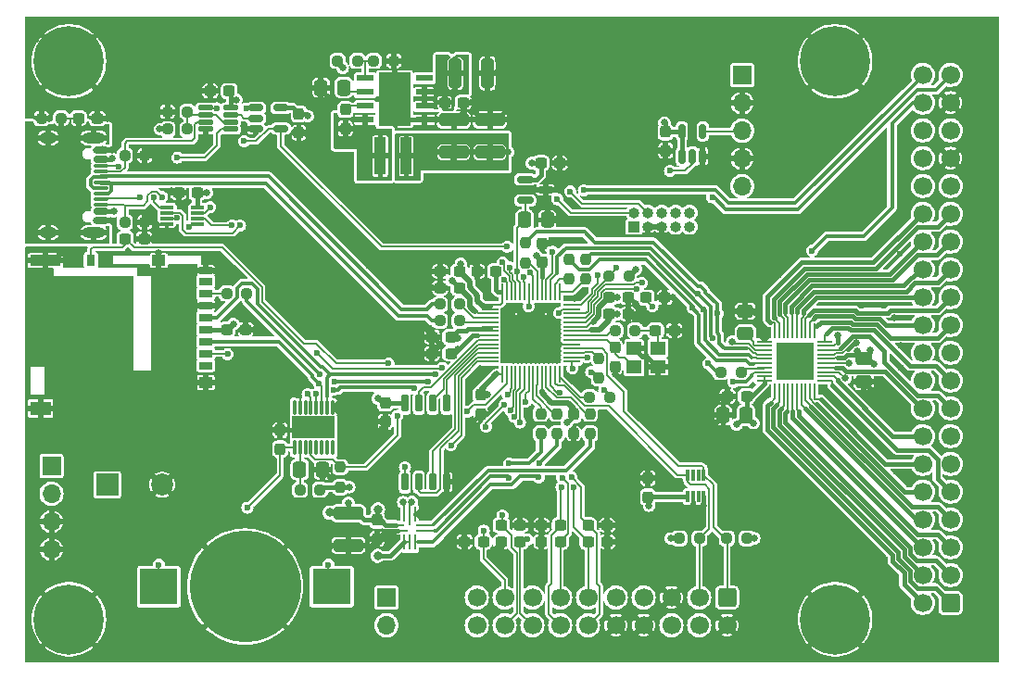
<source format=gbr>
%TF.GenerationSoftware,KiCad,Pcbnew,8.0.4-1.fc40*%
%TF.CreationDate,2024-09-05T19:31:19+01:00*%
%TF.ProjectId,better-lamp-controller,62657474-6572-42d6-9c61-6d702d636f6e,rev?*%
%TF.SameCoordinates,Original*%
%TF.FileFunction,Copper,L1,Top*%
%TF.FilePolarity,Positive*%
%FSLAX46Y46*%
G04 Gerber Fmt 4.6, Leading zero omitted, Abs format (unit mm)*
G04 Created by KiCad (PCBNEW 8.0.4-1.fc40) date 2024-09-05 19:31:19*
%MOMM*%
%LPD*%
G01*
G04 APERTURE LIST*
G04 Aperture macros list*
%AMRoundRect*
0 Rectangle with rounded corners*
0 $1 Rounding radius*
0 $2 $3 $4 $5 $6 $7 $8 $9 X,Y pos of 4 corners*
0 Add a 4 corners polygon primitive as box body*
4,1,4,$2,$3,$4,$5,$6,$7,$8,$9,$2,$3,0*
0 Add four circle primitives for the rounded corners*
1,1,$1+$1,$2,$3*
1,1,$1+$1,$4,$5*
1,1,$1+$1,$6,$7*
1,1,$1+$1,$8,$9*
0 Add four rect primitives between the rounded corners*
20,1,$1+$1,$2,$3,$4,$5,0*
20,1,$1+$1,$4,$5,$6,$7,0*
20,1,$1+$1,$6,$7,$8,$9,0*
20,1,$1+$1,$8,$9,$2,$3,0*%
G04 Aperture macros list end*
%TA.AperFunction,SMDPad,CuDef*%
%ADD10RoundRect,0.237500X0.300000X0.237500X-0.300000X0.237500X-0.300000X-0.237500X0.300000X-0.237500X0*%
%TD*%
%TA.AperFunction,SMDPad,CuDef*%
%ADD11RoundRect,0.250000X-0.325000X-1.100000X0.325000X-1.100000X0.325000X1.100000X-0.325000X1.100000X0*%
%TD*%
%TA.AperFunction,ComponentPad*%
%ADD12RoundRect,0.250000X0.600000X0.600000X-0.600000X0.600000X-0.600000X-0.600000X0.600000X-0.600000X0*%
%TD*%
%TA.AperFunction,ComponentPad*%
%ADD13C,1.700000*%
%TD*%
%TA.AperFunction,SMDPad,CuDef*%
%ADD14RoundRect,0.237500X0.250000X0.237500X-0.250000X0.237500X-0.250000X-0.237500X0.250000X-0.237500X0*%
%TD*%
%TA.AperFunction,SMDPad,CuDef*%
%ADD15R,0.980000X3.400000*%
%TD*%
%TA.AperFunction,SMDPad,CuDef*%
%ADD16RoundRect,0.237500X-0.250000X-0.237500X0.250000X-0.237500X0.250000X0.237500X-0.250000X0.237500X0*%
%TD*%
%TA.AperFunction,SMDPad,CuDef*%
%ADD17RoundRect,0.237500X-0.300000X-0.237500X0.300000X-0.237500X0.300000X0.237500X-0.300000X0.237500X0*%
%TD*%
%TA.AperFunction,SMDPad,CuDef*%
%ADD18R,0.300000X1.000000*%
%TD*%
%TA.AperFunction,SMDPad,CuDef*%
%ADD19RoundRect,0.237500X-0.237500X0.300000X-0.237500X-0.300000X0.237500X-0.300000X0.237500X0.300000X0*%
%TD*%
%TA.AperFunction,ComponentPad*%
%ADD20R,1.700000X1.700000*%
%TD*%
%TA.AperFunction,ComponentPad*%
%ADD21O,1.700000X1.700000*%
%TD*%
%TA.AperFunction,SMDPad,CuDef*%
%ADD22RoundRect,0.237500X0.237500X-0.300000X0.237500X0.300000X-0.237500X0.300000X-0.237500X-0.300000X0*%
%TD*%
%TA.AperFunction,SMDPad,CuDef*%
%ADD23R,3.500000X3.300000*%
%TD*%
%TA.AperFunction,SMDPad,CuDef*%
%ADD24C,10.200000*%
%TD*%
%TA.AperFunction,ComponentPad*%
%ADD25R,2.000000X2.000000*%
%TD*%
%TA.AperFunction,ComponentPad*%
%ADD26C,2.000000*%
%TD*%
%TA.AperFunction,SMDPad,CuDef*%
%ADD27RoundRect,0.250000X0.337500X0.475000X-0.337500X0.475000X-0.337500X-0.475000X0.337500X-0.475000X0*%
%TD*%
%TA.AperFunction,SMDPad,CuDef*%
%ADD28R,1.200000X0.700000*%
%TD*%
%TA.AperFunction,SMDPad,CuDef*%
%ADD29R,0.800000X1.000000*%
%TD*%
%TA.AperFunction,SMDPad,CuDef*%
%ADD30R,1.200000X1.000000*%
%TD*%
%TA.AperFunction,SMDPad,CuDef*%
%ADD31R,2.800000X1.000000*%
%TD*%
%TA.AperFunction,SMDPad,CuDef*%
%ADD32R,1.900000X1.300000*%
%TD*%
%TA.AperFunction,SMDPad,CuDef*%
%ADD33RoundRect,0.250000X-1.100000X0.325000X-1.100000X-0.325000X1.100000X-0.325000X1.100000X0.325000X0*%
%TD*%
%TA.AperFunction,SMDPad,CuDef*%
%ADD34RoundRect,0.150000X-0.587500X-0.150000X0.587500X-0.150000X0.587500X0.150000X-0.587500X0.150000X0*%
%TD*%
%TA.AperFunction,SMDPad,CuDef*%
%ADD35RoundRect,0.237500X0.237500X-0.250000X0.237500X0.250000X-0.237500X0.250000X-0.237500X-0.250000X0*%
%TD*%
%TA.AperFunction,ComponentPad*%
%ADD36RoundRect,0.250000X-0.600000X0.600000X-0.600000X-0.600000X0.600000X-0.600000X0.600000X0.600000X0*%
%TD*%
%TA.AperFunction,SMDPad,CuDef*%
%ADD37RoundRect,0.237500X-0.237500X0.250000X-0.237500X-0.250000X0.237500X-0.250000X0.237500X0.250000X0*%
%TD*%
%TA.AperFunction,SMDPad,CuDef*%
%ADD38RoundRect,0.150000X0.150000X-0.512500X0.150000X0.512500X-0.150000X0.512500X-0.150000X-0.512500X0*%
%TD*%
%TA.AperFunction,SMDPad,CuDef*%
%ADD39RoundRect,0.092500X-0.092500X0.557500X-0.092500X-0.557500X0.092500X-0.557500X0.092500X0.557500X0*%
%TD*%
%TA.AperFunction,SMDPad,CuDef*%
%ADD40RoundRect,0.105000X-1.845000X0.945000X-1.845000X-0.945000X1.845000X-0.945000X1.845000X0.945000X0*%
%TD*%
%TA.AperFunction,SMDPad,CuDef*%
%ADD41O,0.200000X1.500000*%
%TD*%
%TA.AperFunction,SMDPad,CuDef*%
%ADD42O,1.500000X0.200000*%
%TD*%
%TA.AperFunction,HeatsinkPad*%
%ADD43C,0.437500*%
%TD*%
%TA.AperFunction,SMDPad,CuDef*%
%ADD44R,3.500000X3.500000*%
%TD*%
%TA.AperFunction,ComponentPad*%
%ADD45C,6.400000*%
%TD*%
%TA.AperFunction,SMDPad,CuDef*%
%ADD46RoundRect,0.250000X-0.337500X-0.475000X0.337500X-0.475000X0.337500X0.475000X-0.337500X0.475000X0*%
%TD*%
%TA.AperFunction,SMDPad,CuDef*%
%ADD47R,1.400000X1.200000*%
%TD*%
%TA.AperFunction,SMDPad,CuDef*%
%ADD48RoundRect,0.250000X-0.475000X0.337500X-0.475000X-0.337500X0.475000X-0.337500X0.475000X0.337500X0*%
%TD*%
%TA.AperFunction,SMDPad,CuDef*%
%ADD49RoundRect,0.150000X0.150000X-0.650000X0.150000X0.650000X-0.150000X0.650000X-0.150000X-0.650000X0*%
%TD*%
%TA.AperFunction,SMDPad,CuDef*%
%ADD50RoundRect,0.150000X-0.512500X-0.150000X0.512500X-0.150000X0.512500X0.150000X-0.512500X0.150000X0*%
%TD*%
%TA.AperFunction,SMDPad,CuDef*%
%ADD51RoundRect,0.250000X1.100000X-0.325000X1.100000X0.325000X-1.100000X0.325000X-1.100000X-0.325000X0*%
%TD*%
%TA.AperFunction,SMDPad,CuDef*%
%ADD52RoundRect,0.150000X-0.500000X0.150000X-0.500000X-0.150000X0.500000X-0.150000X0.500000X0.150000X0*%
%TD*%
%TA.AperFunction,SMDPad,CuDef*%
%ADD53RoundRect,0.075000X-0.575000X0.075000X-0.575000X-0.075000X0.575000X-0.075000X0.575000X0.075000X0*%
%TD*%
%TA.AperFunction,ComponentPad*%
%ADD54O,2.100000X1.000000*%
%TD*%
%TA.AperFunction,ComponentPad*%
%ADD55O,1.600000X1.000000*%
%TD*%
%TA.AperFunction,ComponentPad*%
%ADD56R,1.000000X1.000000*%
%TD*%
%TA.AperFunction,ComponentPad*%
%ADD57O,1.000000X1.000000*%
%TD*%
%TA.AperFunction,SMDPad,CuDef*%
%ADD58RoundRect,0.062500X-0.062500X0.625000X-0.062500X-0.625000X0.062500X-0.625000X0.062500X0.625000X0*%
%TD*%
%TA.AperFunction,SMDPad,CuDef*%
%ADD59RoundRect,0.062500X-0.062500X0.825000X-0.062500X-0.825000X0.062500X-0.825000X0.062500X0.825000X0*%
%TD*%
%TA.AperFunction,SMDPad,CuDef*%
%ADD60RoundRect,0.062500X0.687500X0.062500X-0.687500X0.062500X-0.687500X-0.062500X0.687500X-0.062500X0*%
%TD*%
%TA.AperFunction,SMDPad,CuDef*%
%ADD61RoundRect,0.062500X-0.837500X-0.062500X0.837500X-0.062500X0.837500X0.062500X-0.837500X0.062500X0*%
%TD*%
%TA.AperFunction,SMDPad,CuDef*%
%ADD62RoundRect,0.062500X0.062500X-0.650000X0.062500X0.650000X-0.062500X0.650000X-0.062500X-0.650000X0*%
%TD*%
%TA.AperFunction,SMDPad,CuDef*%
%ADD63RoundRect,0.062500X-0.637500X-0.062500X0.637500X-0.062500X0.637500X0.062500X-0.637500X0.062500X0*%
%TD*%
%TA.AperFunction,SMDPad,CuDef*%
%ADD64R,1.550000X0.600000*%
%TD*%
%TA.AperFunction,ComponentPad*%
%ADD65C,0.600000*%
%TD*%
%TA.AperFunction,SMDPad,CuDef*%
%ADD66R,2.950000X4.900000*%
%TD*%
%TA.AperFunction,SMDPad,CuDef*%
%ADD67RoundRect,0.087500X-0.537500X-0.087500X0.537500X-0.087500X0.537500X0.087500X-0.537500X0.087500X0*%
%TD*%
%TA.AperFunction,SMDPad,CuDef*%
%ADD68RoundRect,0.250000X0.475000X-0.337500X0.475000X0.337500X-0.475000X0.337500X-0.475000X-0.337500X0*%
%TD*%
%TA.AperFunction,SMDPad,CuDef*%
%ADD69RoundRect,0.125000X-0.537500X-0.125000X0.537500X-0.125000X0.537500X0.125000X-0.537500X0.125000X0*%
%TD*%
%TA.AperFunction,SMDPad,CuDef*%
%ADD70RoundRect,0.050000X0.050000X-0.700000X0.050000X0.700000X-0.050000X0.700000X-0.050000X-0.700000X0*%
%TD*%
%TA.AperFunction,SMDPad,CuDef*%
%ADD71RoundRect,0.050000X0.700000X-0.050000X0.700000X0.050000X-0.700000X0.050000X-0.700000X-0.050000X0*%
%TD*%
%TA.AperFunction,HeatsinkPad*%
%ADD72C,0.500000*%
%TD*%
%TA.AperFunction,HeatsinkPad*%
%ADD73R,3.200000X3.200000*%
%TD*%
%TA.AperFunction,ViaPad*%
%ADD74C,0.650000*%
%TD*%
%TA.AperFunction,ViaPad*%
%ADD75C,0.600000*%
%TD*%
%TA.AperFunction,ViaPad*%
%ADD76C,0.800000*%
%TD*%
%TA.AperFunction,Conductor*%
%ADD77C,0.400000*%
%TD*%
%TA.AperFunction,Conductor*%
%ADD78C,0.380000*%
%TD*%
%TA.AperFunction,Conductor*%
%ADD79C,0.130000*%
%TD*%
%TA.AperFunction,Conductor*%
%ADD80C,0.150000*%
%TD*%
%TA.AperFunction,Conductor*%
%ADD81C,0.500000*%
%TD*%
%TA.AperFunction,Conductor*%
%ADD82C,0.350000*%
%TD*%
%TA.AperFunction,Conductor*%
%ADD83C,0.200000*%
%TD*%
G04 APERTURE END LIST*
D10*
%TO.P,C39,1*%
%TO.N,/SWI3*%
X124900000Y-119900000D03*
%TO.P,C39,2*%
%TO.N,GND*%
X123175000Y-119900000D03*
%TD*%
D11*
%TO.P,C14,1*%
%TO.N,+5V*%
X115300000Y-77100000D03*
%TO.P,C14,2*%
%TO.N,GND*%
X118250000Y-77100000D03*
%TD*%
D12*
%TO.P,J1,1,Pin_1*%
%TO.N,/CS1*%
X160540000Y-125500000D03*
D13*
%TO.P,J1,2,Pin_2*%
%TO.N,/CS0*%
X158000000Y-125500000D03*
%TO.P,J1,3,Pin_3*%
%TO.N,/CS3*%
X160540000Y-122960000D03*
%TO.P,J1,4,Pin_4*%
%TO.N,/CS2*%
X158000000Y-122960000D03*
%TO.P,J1,5,Pin_5*%
%TO.N,/CS5*%
X160540000Y-120420000D03*
%TO.P,J1,6,Pin_6*%
%TO.N,/CS4*%
X158000000Y-120420000D03*
%TO.P,J1,7,Pin_7*%
%TO.N,/CS7*%
X160540000Y-117880000D03*
%TO.P,J1,8,Pin_8*%
%TO.N,/CS6*%
X158000000Y-117880000D03*
%TO.P,J1,9,Pin_9*%
%TO.N,/SW1*%
X160540000Y-115340000D03*
%TO.P,J1,10,Pin_10*%
%TO.N,/CS8*%
X158000000Y-115340000D03*
%TO.P,J1,11,Pin_11*%
%TO.N,/SW3*%
X160540000Y-112800000D03*
%TO.P,J1,12,Pin_12*%
%TO.N,/SW0*%
X158000000Y-112800000D03*
%TO.P,J1,13,Pin_13*%
%TO.N,/SW5*%
X160540000Y-110260000D03*
%TO.P,J1,14,Pin_14*%
%TO.N,/SW2*%
X158000000Y-110260000D03*
%TO.P,J1,15,Pin_15*%
%TO.N,/SW7*%
X160540000Y-107720000D03*
%TO.P,J1,16,Pin_16*%
%TO.N,/SW4*%
X158000000Y-107720000D03*
%TO.P,J1,17,Pin_17*%
%TO.N,/SW9*%
X160540000Y-105180000D03*
%TO.P,J1,18,Pin_18*%
%TO.N,/SW6*%
X158000000Y-105180000D03*
%TO.P,J1,19,Pin_19*%
%TO.N,/SW8*%
X160540000Y-102640000D03*
%TO.P,J1,20,Pin_20*%
%TO.N,unconnected-(J1-Pin_20-Pad20)*%
X158000000Y-102640000D03*
%TO.P,J1,21,Pin_21*%
%TO.N,/SW10*%
X160540000Y-100100000D03*
%TO.P,J1,22,Pin_22*%
%TO.N,/CS9*%
X158000000Y-100100000D03*
%TO.P,J1,23,Pin_23*%
%TO.N,/CS10*%
X160540000Y-97560000D03*
%TO.P,J1,24,Pin_24*%
%TO.N,/CS11*%
X158000000Y-97560000D03*
%TO.P,J1,25,Pin_25*%
%TO.N,/CS12*%
X160540000Y-95020000D03*
%TO.P,J1,26,Pin_26*%
%TO.N,/CS13*%
X158000000Y-95020000D03*
%TO.P,J1,27,Pin_27*%
%TO.N,/CS14*%
X160540000Y-92480000D03*
%TO.P,J1,28,Pin_28*%
%TO.N,/CS15*%
X158000000Y-92480000D03*
%TO.P,J1,29,Pin_29*%
%TO.N,/CS16*%
X160540000Y-89940000D03*
%TO.P,J1,30,Pin_30*%
%TO.N,/CS17*%
X158000000Y-89940000D03*
%TO.P,J1,31,Pin_31*%
%TO.N,+5V*%
X160540000Y-87400000D03*
%TO.P,J1,32,Pin_32*%
%TO.N,/EXT_SCLK*%
X158000000Y-87400000D03*
%TO.P,J1,33,Pin_33*%
%TO.N,GND*%
X160540000Y-84860000D03*
%TO.P,J1,34,Pin_34*%
%TO.N,/EXT_MOSI*%
X158000000Y-84860000D03*
%TO.P,J1,35,Pin_35*%
%TO.N,/EXT_VSYNC*%
X160540000Y-82320000D03*
%TO.P,J1,36,Pin_36*%
%TO.N,/EXT_MISO*%
X158000000Y-82320000D03*
%TO.P,J1,37,Pin_37*%
%TO.N,GND*%
X160540000Y-79780000D03*
%TO.P,J1,38,Pin_38*%
%TO.N,/Ext_CS0*%
X158000000Y-79780000D03*
%TO.P,J1,39,Pin_39*%
%TO.N,/Ext_CS1*%
X160540000Y-77240000D03*
%TO.P,J1,40,Pin_40*%
%TO.N,/Ext_CS2*%
X158000000Y-77240000D03*
%TD*%
D14*
%TO.P,R11,1*%
%TO.N,/MCU/USB_SHLD*%
X79300000Y-81200000D03*
%TO.P,R11,2*%
%TO.N,GND*%
X77475000Y-81200000D03*
%TD*%
D15*
%TO.P,L1,1,1*%
%TO.N,/3v3 Regulator/REG_SW*%
X108450000Y-84650000D03*
%TO.P,L1,2,2*%
%TO.N,+3V3*%
X110820000Y-84650000D03*
%TD*%
D16*
%TO.P,R26,1*%
%TO.N,/MCU/USB_D-*%
X113875000Y-98200000D03*
%TO.P,R26,2*%
%TO.N,Net-(U3-USB_DM)*%
X115700000Y-98200000D03*
%TD*%
D17*
%TO.P,C24,1*%
%TO.N,GND*%
X113925000Y-95200000D03*
%TO.P,C24,2*%
%TO.N,+3V3*%
X115650000Y-95200000D03*
%TD*%
D16*
%TO.P,R25,1*%
%TO.N,/MCU/USB_D+*%
X113875000Y-99700000D03*
%TO.P,R25,2*%
%TO.N,Net-(U3-USB_DP)*%
X115700000Y-99700000D03*
%TD*%
D18*
%TO.P,U12,1,Vdd*%
%TO.N,+3V3*%
X136500000Y-115787500D03*
%TO.P,U12,2,ADDR*%
%TO.N,GND*%
X137000000Y-115787500D03*
%TO.P,U12,3,NC*%
%TO.N,unconnected-(U12-NC-Pad3)*%
X137500000Y-115787500D03*
%TO.P,U12,4,GND*%
%TO.N,GND*%
X138000000Y-115787500D03*
%TO.P,U12,5,SCL*%
%TO.N,/I2C_SCL*%
X138000000Y-113787500D03*
%TO.P,U12,6,NC*%
%TO.N,unconnected-(U12-NC-Pad6)*%
X137500000Y-113787500D03*
%TO.P,U12,7,INT*%
%TO.N,unconnected-(U12-INT-Pad7)*%
X137000000Y-113787500D03*
%TO.P,U12,8,SDA*%
%TO.N,/I2C_SDA*%
X136500000Y-113787500D03*
%TD*%
D19*
%TO.P,C26,1*%
%TO.N,+3V3*%
X108900000Y-107225000D03*
%TO.P,C26,2*%
%TO.N,GND*%
X108900000Y-108950000D03*
%TD*%
D14*
%TO.P,R24,1*%
%TO.N,+3V3*%
X102925000Y-115162500D03*
%TO.P,R24,2*%
%TO.N,/RTC_Vdd*%
X101100000Y-115162500D03*
%TD*%
D17*
%TO.P,C35,1*%
%TO.N,/MCU/RST*%
X132700000Y-97600000D03*
%TO.P,C35,2*%
%TO.N,GND*%
X134425000Y-97600000D03*
%TD*%
D16*
%TO.P,R4,1*%
%TO.N,/LED_MISO*%
X139575000Y-104400000D03*
%TO.P,R4,2*%
%TO.N,Net-(U1-ADDR0_MISO)*%
X141400000Y-104400000D03*
%TD*%
D20*
%TO.P,J6,1,Pin_1*%
%TO.N,/Audio+*%
X109000000Y-125000000D03*
D21*
%TO.P,J6,2,Pin_2*%
%TO.N,/Audio-*%
X109000000Y-127540000D03*
%TD*%
D22*
%TO.P,C44,1*%
%TO.N,/RTC_VBat*%
X99300000Y-111437500D03*
%TO.P,C44,2*%
%TO.N,GND*%
X99300000Y-109712500D03*
%TD*%
D17*
%TO.P,C25,1*%
%TO.N,GND*%
X116137500Y-119900000D03*
%TO.P,C25,2*%
%TO.N,/AIN3*%
X117862500Y-119900000D03*
%TD*%
D10*
%TO.P,C16,1*%
%TO.N,GND*%
X131075000Y-97600000D03*
%TO.P,C16,2*%
%TO.N,+1V1*%
X129350000Y-97600000D03*
%TD*%
D17*
%TO.P,C17,1*%
%TO.N,GND*%
X113175000Y-102700000D03*
%TO.P,C17,2*%
%TO.N,+1V1*%
X114900000Y-102700000D03*
%TD*%
%TO.P,C27,1*%
%TO.N,Net-(C27-Pad1)*%
X133575000Y-100600000D03*
%TO.P,C27,2*%
%TO.N,GND*%
X135300000Y-100600000D03*
%TD*%
D23*
%TO.P,BT1,1,+*%
%TO.N,/RTC_VBat*%
X88200000Y-124000000D03*
X104000000Y-124000000D03*
D24*
%TO.P,BT1,2,-*%
%TO.N,GND*%
X96100000Y-124000000D03*
%TD*%
D25*
%TO.P,C13,1*%
%TO.N,+5V*%
X83500000Y-114700000D03*
D26*
%TO.P,C13,2*%
%TO.N,GND*%
X88500000Y-114700000D03*
%TD*%
D27*
%TO.P,C5,1*%
%TO.N,+3V3*%
X141850000Y-108350000D03*
%TO.P,C5,2*%
%TO.N,GND*%
X139775000Y-108350000D03*
%TD*%
D22*
%TO.P,C47,1*%
%TO.N,+3V3*%
X132900000Y-115825000D03*
%TO.P,C47,2*%
%TO.N,GND*%
X132900000Y-114100000D03*
%TD*%
D28*
%TO.P,J2,1,DAT2*%
%TO.N,unconnected-(J2-DAT2-Pad1)*%
X92500000Y-103800000D03*
%TO.P,J2,2,DAT3/CD*%
%TO.N,/SPI1_SD_CS*%
X92500000Y-102700000D03*
%TO.P,J2,3,CMD*%
%TO.N,/SPI1_MOSI*%
X92500000Y-101600000D03*
%TO.P,J2,4,VDD*%
%TO.N,+3V3*%
X92500000Y-100500000D03*
%TO.P,J2,5,CLK*%
%TO.N,/SPI1_SCK*%
X92500000Y-99400000D03*
%TO.P,J2,6,VSS*%
%TO.N,GND*%
X92500000Y-98300000D03*
%TO.P,J2,7,DAT0*%
%TO.N,Net-(J2-DAT0)*%
X92500000Y-97200000D03*
%TO.P,J2,8,DAT1*%
%TO.N,unconnected-(J2-DAT1-Pad8)*%
X92500000Y-96100000D03*
%TO.P,J2,9,DET_B*%
%TO.N,GND*%
X92500000Y-95150000D03*
D29*
%TO.P,J2,10,DET_A*%
%TO.N,/SD_DET*%
X82000000Y-94200000D03*
D30*
%TO.P,J2,11,SHIELD*%
%TO.N,GND*%
X88200000Y-94200000D03*
D31*
X77850000Y-94200000D03*
D30*
X92500000Y-105350000D03*
D32*
X77400000Y-107700000D03*
%TD*%
D33*
%TO.P,C7,1*%
%TO.N,+5V*%
X105525000Y-117300000D03*
%TO.P,C7,2*%
%TO.N,GND*%
X105525000Y-120250000D03*
%TD*%
D16*
%TO.P,R15,1*%
%TO.N,Net-(J2-DAT0)*%
X94425000Y-97200000D03*
%TO.P,R15,2*%
%TO.N,/SPI1_MISO*%
X96250000Y-97200000D03*
%TD*%
D34*
%TO.P,U11,1,IN*%
%TO.N,+3V3*%
X121700000Y-86800000D03*
%TO.P,U11,2,OUT*%
%TO.N,/Vref*%
X121700000Y-88700000D03*
%TO.P,U11,3,GND*%
%TO.N,GND*%
X123575000Y-87750000D03*
%TD*%
D16*
%TO.P,R5,1*%
%TO.N,/MCU/XOUT*%
X129900000Y-100600000D03*
%TO.P,R5,2*%
%TO.N,Net-(C27-Pad1)*%
X131725000Y-100600000D03*
%TD*%
D35*
%TO.P,R3,1*%
%TO.N,Net-(U3-GPIO19)*%
X125700000Y-95900000D03*
%TO.P,R3,2*%
%TO.N,/LED_MOSI*%
X125700000Y-94075000D03*
%TD*%
D17*
%TO.P,C42,1*%
%TO.N,GND*%
X119500000Y-119900000D03*
%TO.P,C42,2*%
%TO.N,/AIN1*%
X121225000Y-119900000D03*
%TD*%
D36*
%TO.P,J4,1,Pin_1*%
%TO.N,/I2C_SCL*%
X140120000Y-125000000D03*
D13*
%TO.P,J4,2,Pin_2*%
%TO.N,GND*%
X140120000Y-127540000D03*
%TO.P,J4,3,Pin_3*%
%TO.N,/I2C_SDA*%
X137580000Y-125000000D03*
%TO.P,J4,4,Pin_4*%
%TO.N,unconnected-(J4-Pin_4-Pad4)*%
X137580000Y-127540000D03*
%TO.P,J4,5,Pin_5*%
%TO.N,GND*%
X135040000Y-125000000D03*
%TO.P,J4,6,Pin_6*%
%TO.N,+5V*%
X135040000Y-127540000D03*
%TO.P,J4,7,Pin_7*%
X132500000Y-125000000D03*
%TO.P,J4,8,Pin_8*%
%TO.N,GND*%
X132500000Y-127540000D03*
%TO.P,J4,9,Pin_9*%
%TO.N,+3V3*%
X129960000Y-125000000D03*
%TO.P,J4,10,Pin_10*%
%TO.N,GND*%
X129960000Y-127540000D03*
%TO.P,J4,11,Pin_11*%
%TO.N,/SWI1*%
X127420000Y-125000000D03*
%TO.P,J4,12,Pin_12*%
%TO.N,/SWI2*%
X127420000Y-127540000D03*
%TO.P,J4,13,Pin_13*%
%TO.N,/SWI3*%
X124880000Y-125000000D03*
%TO.P,J4,14,Pin_14*%
%TO.N,/SWI4*%
X124880000Y-127540000D03*
%TO.P,J4,15,Pin_15*%
%TO.N,/Vref*%
X122340000Y-125000000D03*
%TO.P,J4,16,Pin_16*%
%TO.N,/AIN1*%
X122340000Y-127540000D03*
%TO.P,J4,17,Pin_17*%
%TO.N,/AIN3*%
X119800000Y-125000000D03*
%TO.P,J4,18,Pin_18*%
%TO.N,/AIN2*%
X119800000Y-127540000D03*
%TO.P,J4,19,Pin_19*%
%TO.N,/Audio+*%
X117260000Y-125000000D03*
%TO.P,J4,20,Pin_20*%
%TO.N,/Audio-*%
X117260000Y-127540000D03*
%TD*%
D37*
%TO.P,R6,1*%
%TO.N,Net-(U3-GPIO6)*%
X123100000Y-108200000D03*
%TO.P,R6,2*%
%TO.N,/LRCLK*%
X123100000Y-110025000D03*
%TD*%
D17*
%TO.P,C8,1*%
%TO.N,/MCU/USB_SHLD*%
X80875000Y-81200000D03*
%TO.P,C8,2*%
%TO.N,GND*%
X82600000Y-81200000D03*
%TD*%
%TO.P,C15,1*%
%TO.N,GND*%
X113925000Y-96700000D03*
%TO.P,C15,2*%
%TO.N,+1V1*%
X115650000Y-96700000D03*
%TD*%
D38*
%TO.P,U6,1*%
%TO.N,+5V*%
X136000000Y-84675000D03*
%TO.P,U6,2*%
%TO.N,/WS2812_LV*%
X136950000Y-84675000D03*
%TO.P,U6,3,GND*%
%TO.N,GND*%
X137900000Y-84675000D03*
%TO.P,U6,4*%
%TO.N,/WS2812_HV*%
X137900000Y-82400000D03*
%TO.P,U6,5,VCC*%
%TO.N,+5V*%
X136000000Y-82400000D03*
%TD*%
D37*
%TO.P,R8,1*%
%TO.N,Net-(U3-GPIO8)*%
X127600000Y-108200000D03*
%TO.P,R8,2*%
%TO.N,/AUDIO_DAT*%
X127600000Y-110025000D03*
%TD*%
D17*
%TO.P,C23,1*%
%TO.N,GND*%
X113175000Y-101200000D03*
%TO.P,C23,2*%
%TO.N,+3V3*%
X114900000Y-101200000D03*
%TD*%
D14*
%TO.P,R22,1*%
%TO.N,+3V3*%
X131150000Y-95600000D03*
%TO.P,R22,2*%
%TO.N,/MCU/RST*%
X129325000Y-95600000D03*
%TD*%
%TO.P,R17,1*%
%TO.N,/MCU/USBC_CC_THRES*%
X90825000Y-80600000D03*
%TO.P,R17,2*%
%TO.N,GND*%
X89000000Y-80600000D03*
%TD*%
D16*
%TO.P,R21,1*%
%TO.N,Net-(U9-FB)*%
X107850000Y-75950000D03*
%TO.P,R21,2*%
%TO.N,GND*%
X109675000Y-75950000D03*
%TD*%
D39*
%TO.P,U10,1,IFS*%
%TO.N,GND*%
X104100000Y-107612500D03*
%TO.P,U10,2,SCL*%
%TO.N,/SPI1_SCK*%
X103600000Y-107612500D03*
%TO.P,U10,3,SDI*%
%TO.N,/SPI1_MOSI*%
X103100000Y-107612500D03*
%TO.P,U10,4,SDO*%
%TO.N,/SPI1_MISO*%
X102600000Y-107612500D03*
%TO.P,U10,5,SDA/nCE*%
%TO.N,/SPI1_RTC_CS*%
X102100000Y-107612500D03*
%TO.P,U10,6,CLKOUT*%
%TO.N,unconnected-(U10-CLKOUT-Pad6)*%
X101600000Y-107612500D03*
%TO.P,U10,7,Vss*%
%TO.N,GND*%
X101100000Y-107612500D03*
%TO.P,U10,8,nTS1*%
%TO.N,unconnected-(U10-nTS1-Pad8)*%
X100600000Y-107612500D03*
%TO.P,U10,9,nTS2*%
%TO.N,unconnected-(U10-nTS2-Pad9)*%
X104100000Y-111312500D03*
%TO.P,U10,10,nTS3*%
%TO.N,unconnected-(U10-nTS3-Pad10)*%
X103600000Y-111312500D03*
%TO.P,U10,11,nTS4*%
%TO.N,unconnected-(U10-nTS4-Pad11)*%
X103100000Y-111312500D03*
%TO.P,U10,12,nINTB*%
%TO.N,unconnected-(U10-nINTB-Pad12)*%
X102600000Y-111312500D03*
%TO.P,U10,13,nINTA*%
%TO.N,/RTC_INT*%
X102100000Y-111312500D03*
%TO.P,U10,14,BBS*%
%TO.N,unconnected-(U10-BBS-Pad14)*%
X101600000Y-111312500D03*
%TO.P,U10,15,Vdd*%
%TO.N,/RTC_Vdd*%
X101100000Y-111312500D03*
%TO.P,U10,16,Vbat*%
%TO.N,/RTC_VBat*%
X100600000Y-111312500D03*
D40*
%TO.P,U10,17,EP*%
%TO.N,GND*%
X102335000Y-109462500D03*
%TD*%
D10*
%TO.P,C9,1*%
%TO.N,+3V3*%
X91725000Y-88000000D03*
%TO.P,C9,2*%
%TO.N,GND*%
X90000000Y-88000000D03*
%TD*%
D20*
%TO.P,J7,1,Pin_1*%
%TO.N,+5V*%
X78400000Y-112980000D03*
D21*
%TO.P,J7,2,Pin_2*%
X78400000Y-115520000D03*
%TO.P,J7,3,Pin_3*%
%TO.N,GND*%
X78400000Y-118060000D03*
%TO.P,J7,4,Pin_4*%
X78400000Y-120600000D03*
%TD*%
D41*
%TO.P,U1,1,CS0*%
%TO.N,/CS0*%
X144500000Y-106150000D03*
%TO.P,U1,2,CS1*%
%TO.N,/CS1*%
X144900000Y-106150000D03*
%TO.P,U1,3,CS2*%
%TO.N,/CS2*%
X145300000Y-106150000D03*
%TO.P,U1,4,CS3*%
%TO.N,/CS3*%
X145700000Y-106150000D03*
%TO.P,U1,5,CS4*%
%TO.N,/CS4*%
X146100000Y-106150000D03*
%TO.P,U1,6,CS5*%
%TO.N,/CS5*%
X146500000Y-106150000D03*
%TO.P,U1,7,CS6*%
%TO.N,/CS6*%
X146900000Y-106150000D03*
%TO.P,U1,8,CS7*%
%TO.N,/CS7*%
X147300000Y-106150000D03*
%TO.P,U1,9,CS8*%
%TO.N,/CS8*%
X147700000Y-106150000D03*
%TO.P,U1,10,SW0*%
%TO.N,/SW0*%
X148100000Y-106150000D03*
D42*
%TO.P,U1,11,SW1*%
%TO.N,/SW1*%
X149050000Y-105200000D03*
%TO.P,U1,12,SW2*%
%TO.N,/SW2*%
X149050000Y-104800000D03*
%TO.P,U1,13,SW3*%
%TO.N,/SW3*%
X149050000Y-104400000D03*
%TO.P,U1,14,SW4*%
%TO.N,/SW4*%
X149050000Y-104000000D03*
%TO.P,U1,15,SW5*%
%TO.N,/SW5*%
X149050000Y-103600000D03*
%TO.P,U1,16,VLED*%
%TO.N,+5V*%
X149050000Y-103200000D03*
%TO.P,U1,17,SW6*%
%TO.N,/SW6*%
X149050000Y-102800000D03*
%TO.P,U1,18,SW7*%
%TO.N,/SW7*%
X149050000Y-102400000D03*
%TO.P,U1,19,SW8*%
%TO.N,/SW8*%
X149050000Y-102000000D03*
%TO.P,U1,20,SW9*%
%TO.N,/SW9*%
X149050000Y-101600000D03*
D41*
%TO.P,U1,21,SW10*%
%TO.N,/SW10*%
X148100000Y-100650000D03*
%TO.P,U1,22,CS9*%
%TO.N,/CS9*%
X147700000Y-100650000D03*
%TO.P,U1,23,CS10*%
%TO.N,/CS10*%
X147300000Y-100650000D03*
%TO.P,U1,24,CS11*%
%TO.N,/CS11*%
X146900000Y-100650000D03*
%TO.P,U1,25,CS12*%
%TO.N,/CS12*%
X146500000Y-100650000D03*
%TO.P,U1,26,CS13*%
%TO.N,/CS13*%
X146100000Y-100650000D03*
%TO.P,U1,27,CS14*%
%TO.N,/CS14*%
X145700000Y-100650000D03*
%TO.P,U1,28,CS15*%
%TO.N,/CS15*%
X145300000Y-100650000D03*
%TO.P,U1,29,CS16*%
%TO.N,/CS16*%
X144900000Y-100650000D03*
%TO.P,U1,30,CS17*%
%TO.N,/CS17*%
X144500000Y-100650000D03*
D42*
%TO.P,U1,31,AGND*%
%TO.N,GND*%
X143550000Y-101600000D03*
%TO.P,U1,32,VCAP*%
%TO.N,Net-(U1-VCAP)*%
X143550000Y-102000000D03*
%TO.P,U1,33,IFS*%
%TO.N,+3V3*%
X143550000Y-102400000D03*
%TO.P,U1,34,VSYNC*%
%TO.N,/LED_VSYNC*%
X143550000Y-102800000D03*
%TO.P,U1,35,SCL_SCLK*%
%TO.N,/LED_SCK*%
X143550000Y-103200000D03*
%TO.P,U1,36,SDA_MOSI*%
%TO.N,/LED_MOSI*%
X143550000Y-103600000D03*
%TO.P,U1,37,ADDR0_MISO*%
%TO.N,Net-(U1-ADDR0_MISO)*%
X143550000Y-104000000D03*
%TO.P,U1,38,ADDR1_SS*%
%TO.N,/LED_CS*%
X143550000Y-104400000D03*
%TO.P,U1,39,VIO_EN*%
%TO.N,+3V3*%
X143550000Y-104800000D03*
%TO.P,U1,40,VCC*%
X143550000Y-105200000D03*
D43*
%TO.P,U1,41,EP*%
%TO.N,GND*%
X145425000Y-104275000D03*
X146300000Y-104275000D03*
X147175000Y-104275000D03*
X145425000Y-103400000D03*
X146300000Y-103400000D03*
D44*
X146300000Y-103400000D03*
D43*
X147175000Y-103400000D03*
X145425000Y-102525000D03*
X146300000Y-102525000D03*
X147175000Y-102525000D03*
%TD*%
D19*
%TO.P,C10,1*%
%TO.N,+3V3*%
X101000000Y-80800000D03*
%TO.P,C10,2*%
%TO.N,GND*%
X101000000Y-82525000D03*
%TD*%
D17*
%TO.P,C45,1*%
%TO.N,+3V3*%
X123125000Y-85300000D03*
%TO.P,C45,2*%
%TO.N,GND*%
X124850000Y-85300000D03*
%TD*%
D45*
%TO.P,H3,1,1*%
%TO.N,GND*%
X80000000Y-127000000D03*
%TD*%
D16*
%TO.P,R14,1*%
%TO.N,Net-(U3-GPIO11)*%
X127575000Y-106700000D03*
%TO.P,R14,2*%
%TO.N,/SPI1_MOSI*%
X129400000Y-106700000D03*
%TD*%
D46*
%TO.P,C36,1*%
%TO.N,/RTC_Vdd*%
X101075000Y-113300000D03*
%TO.P,C36,2*%
%TO.N,GND*%
X103150000Y-113300000D03*
%TD*%
D47*
%TO.P,Y1,1,1*%
%TO.N,Net-(C27-Pad1)*%
X133825000Y-102200000D03*
%TO.P,Y1,2,2*%
%TO.N,GND*%
X131625000Y-102200000D03*
%TO.P,Y1,3,3*%
%TO.N,/MCU/XIN*%
X131625000Y-103900000D03*
%TO.P,Y1,4,4*%
%TO.N,GND*%
X133825000Y-103900000D03*
%TD*%
D45*
%TO.P,H1,1,1*%
%TO.N,GND*%
X150000000Y-76000000D03*
%TD*%
D48*
%TO.P,C4,1*%
%TO.N,+5V*%
X152600000Y-103200000D03*
%TO.P,C4,2*%
%TO.N,GND*%
X152600000Y-105275000D03*
%TD*%
D35*
%TO.P,R23,1*%
%TO.N,+3V3*%
X104800000Y-114925000D03*
%TO.P,R23,2*%
%TO.N,/RTC_INT*%
X104800000Y-113100000D03*
%TD*%
%TO.P,R1,1*%
%TO.N,Net-(U3-GPIO22)*%
X121700000Y-94425000D03*
%TO.P,R1,2*%
%TO.N,/LED_VSYNC*%
X121700000Y-92600000D03*
%TD*%
D49*
%TO.P,U5,1,~{CS}*%
%TO.N,/MCU/SSel*%
X110695000Y-114450000D03*
%TO.P,U5,2,DO(IO1)*%
%TO.N,/MCU/SD1*%
X111965000Y-114450000D03*
%TO.P,U5,3,IO2*%
%TO.N,/MCU/SD2*%
X113235000Y-114450000D03*
%TO.P,U5,4,GND*%
%TO.N,GND*%
X114505000Y-114450000D03*
%TO.P,U5,5,DI(IO0)*%
%TO.N,/MCU/SD0*%
X114505000Y-107250000D03*
%TO.P,U5,6,CLK*%
%TO.N,/MCU/SCLK*%
X113235000Y-107250000D03*
%TO.P,U5,7,IO3*%
%TO.N,/MCU/SD3*%
X111965000Y-107250000D03*
%TO.P,U5,8,VCC*%
%TO.N,+3V3*%
X110695000Y-107250000D03*
%TD*%
D19*
%TO.P,C21,1*%
%TO.N,GND*%
X123200000Y-92625000D03*
%TO.P,C21,2*%
%TO.N,+3V3*%
X123200000Y-94350000D03*
%TD*%
D22*
%TO.P,C19,1*%
%TO.N,GND*%
X126100000Y-110000000D03*
%TO.P,C19,2*%
%TO.N,+3V3*%
X126100000Y-108275000D03*
%TD*%
D16*
%TO.P,R20,1*%
%TO.N,+3V3*%
X104537500Y-75950000D03*
%TO.P,R20,2*%
%TO.N,Net-(U9-FB)*%
X106362500Y-75950000D03*
%TD*%
D17*
%TO.P,C12,1*%
%TO.N,/SD_DET*%
X85137500Y-92200000D03*
%TO.P,C12,2*%
%TO.N,GND*%
X86862500Y-92200000D03*
%TD*%
D19*
%TO.P,C6,1*%
%TO.N,+5V*%
X108125000Y-117925000D03*
%TO.P,C6,2*%
%TO.N,GND*%
X108125000Y-119650000D03*
%TD*%
D10*
%TO.P,C2,1*%
%TO.N,+5V*%
X94625000Y-78700000D03*
%TO.P,C2,2*%
%TO.N,GND*%
X92900000Y-78700000D03*
%TD*%
D50*
%TO.P,U8,1*%
%TO.N,/MCU/CC1_DET*%
X97075000Y-80250000D03*
%TO.P,U8,2*%
%TO.N,/MCU/CC2_DET*%
X97075000Y-81200000D03*
%TO.P,U8,3,GND*%
%TO.N,GND*%
X97075000Y-82150000D03*
%TO.P,U8,4*%
%TO.N,/MCU/USBC_DAM*%
X99350000Y-82150000D03*
%TO.P,U8,5,VCC*%
%TO.N,+3V3*%
X99350000Y-80250000D03*
%TD*%
D51*
%TO.P,C34,1*%
%TO.N,+3V3*%
X118450000Y-84300000D03*
%TO.P,C34,2*%
%TO.N,GND*%
X118450000Y-81350000D03*
%TD*%
D17*
%TO.P,C38,1*%
%TO.N,/SWI2*%
X127437500Y-118400000D03*
%TO.P,C38,2*%
%TO.N,GND*%
X129162500Y-118400000D03*
%TD*%
D45*
%TO.P,H4,1,1*%
%TO.N,GND*%
X80000000Y-76000000D03*
%TD*%
D22*
%TO.P,C18,1*%
%TO.N,GND*%
X117600000Y-108225000D03*
%TO.P,C18,2*%
%TO.N,+3V3*%
X117600000Y-106500000D03*
%TD*%
D20*
%TO.P,J5,1,Pin_1*%
%TO.N,+5V*%
X141500000Y-77252500D03*
D21*
%TO.P,J5,2,Pin_2*%
%TO.N,GND*%
X141500000Y-79792500D03*
%TO.P,J5,3,Pin_3*%
%TO.N,/WS2812_HV*%
X141500000Y-82332500D03*
%TO.P,J5,4,Pin_4*%
%TO.N,GND*%
X141500000Y-84872500D03*
%TO.P,J5,5,Pin_5*%
%TO.N,+5V*%
X141500000Y-87412500D03*
%TD*%
D52*
%TO.P,J3,A1,GND*%
%TO.N,GND*%
X82900000Y-84120000D03*
%TO.P,J3,A4,VBUS*%
%TO.N,+5V*%
X82900000Y-84920000D03*
D53*
%TO.P,J3,A5,CC1*%
%TO.N,/MCU/UC_CC1*%
X82900000Y-86070000D03*
%TO.P,J3,A6,D+*%
%TO.N,/MCU/USB_D+*%
X82900000Y-87070000D03*
%TO.P,J3,A7,D-*%
%TO.N,/MCU/USB_D-*%
X82900000Y-87570000D03*
%TO.P,J3,A8,SBU1*%
%TO.N,/MCU/SWD_GATED*%
X82900000Y-88570000D03*
D52*
%TO.P,J3,A9,VBUS*%
%TO.N,+5V*%
X82900000Y-89720000D03*
%TO.P,J3,A12,GND*%
%TO.N,GND*%
X82900000Y-90520000D03*
%TO.P,J3,B1,GND*%
X82900000Y-90520000D03*
%TO.P,J3,B4,VBUS*%
%TO.N,+5V*%
X82900000Y-89720000D03*
D53*
%TO.P,J3,B5,CC2*%
%TO.N,/MCU/UC_CC2*%
X82900000Y-89070000D03*
%TO.P,J3,B6,D+*%
%TO.N,/MCU/USB_D+*%
X82900000Y-88070000D03*
%TO.P,J3,B7,D-*%
%TO.N,/MCU/USB_D-*%
X82900000Y-86570000D03*
%TO.P,J3,B8,SBU2*%
%TO.N,/MCU/SWCLK_GATED*%
X82900000Y-85570000D03*
D52*
%TO.P,J3,B9,VBUS*%
%TO.N,+5V*%
X82900000Y-84920000D03*
%TO.P,J3,B12,GND*%
%TO.N,GND*%
X82900000Y-84120000D03*
D54*
%TO.P,J3,S1,SHIELD*%
%TO.N,/MCU/USB_SHLD*%
X82260000Y-83000000D03*
D55*
X78080000Y-83000000D03*
D54*
X82260000Y-91640000D03*
D55*
X78080000Y-91640000D03*
%TD*%
D37*
%TO.P,R7,1*%
%TO.N,Net-(U3-GPIO7)*%
X124600000Y-108200000D03*
%TO.P,R7,2*%
%TO.N,/BCLK*%
X124600000Y-110025000D03*
%TD*%
D56*
%TO.P,J9,1,VTref*%
%TO.N,+3V3*%
X131620000Y-91100000D03*
D57*
%TO.P,J9,2,SWDIO/TMS*%
%TO.N,/MCU/SWD*%
X131620000Y-89830000D03*
%TO.P,J9,3,GND*%
%TO.N,GND*%
X132890000Y-91100000D03*
%TO.P,J9,4,SWDCLK/TCK*%
%TO.N,/MCU/SWCLK*%
X132890000Y-89830000D03*
%TO.P,J9,5,GND*%
%TO.N,GND*%
X134160000Y-91100000D03*
%TO.P,J9,6,SWO/TDO*%
%TO.N,unconnected-(J9-SWO{slash}TDO-Pad6)*%
X134160000Y-89830000D03*
%TO.P,J9,7,KEY*%
%TO.N,unconnected-(J9-KEY-Pad7)*%
X135430000Y-91100000D03*
%TO.P,J9,8,NC/TDI*%
%TO.N,unconnected-(J9-NC{slash}TDI-Pad8)*%
X135430000Y-89830000D03*
%TO.P,J9,9,GNDDetect*%
%TO.N,unconnected-(J9-GNDDetect-Pad9)*%
X136700000Y-91100000D03*
%TO.P,J9,10,~{RESET}*%
%TO.N,/MCU/RST*%
X136700000Y-89830000D03*
%TD*%
D17*
%TO.P,C30,1*%
%TO.N,+5V*%
X114300000Y-79750000D03*
%TO.P,C30,2*%
%TO.N,GND*%
X116025000Y-79750000D03*
%TD*%
D19*
%TO.P,C32,1*%
%TO.N,Net-(U9-BOOT)*%
X105250000Y-80400000D03*
%TO.P,C32,2*%
%TO.N,/3v3 Regulator/REG_SW*%
X105250000Y-82125000D03*
%TD*%
D10*
%TO.P,C20,1*%
%TO.N,GND*%
X131075000Y-99100000D03*
%TO.P,C20,2*%
%TO.N,+3V3*%
X129350000Y-99100000D03*
%TD*%
D14*
%TO.P,R28,1*%
%TO.N,+3V3*%
X141925000Y-119600000D03*
%TO.P,R28,2*%
%TO.N,/I2C_SCL*%
X140100000Y-119600000D03*
%TD*%
D58*
%TO.P,U4,1,GND*%
%TO.N,GND*%
X111625000Y-117350000D03*
D59*
%TO.P,U4,2,OUTP*%
%TO.N,/Audio+*%
X111125000Y-117550000D03*
D58*
%TO.P,U4,3,OUTN*%
%TO.N,/Audio-*%
X110625000Y-117350000D03*
D60*
%TO.P,U4,4,VDD*%
%TO.N,+5V*%
X109875000Y-118387500D03*
D61*
%TO.P,U4,5,GND*%
%TO.N,GND*%
X110025000Y-118887500D03*
D62*
%TO.P,U4,6,EN*%
%TO.N,+5V*%
X110625000Y-119950000D03*
%TO.P,U4,7,GAIN_SLOT*%
X111125000Y-119950000D03*
%TO.P,U4,8,DAI2*%
%TO.N,/BCLK*%
X111625000Y-119950000D03*
D63*
%TO.P,U4,9,DAI0*%
%TO.N,/LRCLK*%
X112425000Y-118887500D03*
%TO.P,U4,10,DAI1*%
%TO.N,/AUDIO_DAT*%
X112425000Y-118387500D03*
%TD*%
D17*
%TO.P,C37,1*%
%TO.N,/SWI1*%
X127437500Y-119900000D03*
%TO.P,C37,2*%
%TO.N,GND*%
X129162500Y-119900000D03*
%TD*%
D16*
%TO.P,R27,1*%
%TO.N,+3V3*%
X135775000Y-119600000D03*
%TO.P,R27,2*%
%TO.N,/I2C_SDA*%
X137600000Y-119600000D03*
%TD*%
D35*
%TO.P,R2,1*%
%TO.N,Net-(U3-GPIO18)*%
X127200000Y-95900000D03*
%TO.P,R2,2*%
%TO.N,/LED_SCK*%
X127200000Y-94075000D03*
%TD*%
D46*
%TO.P,C46,1*%
%TO.N,/Vref*%
X121625000Y-90500000D03*
%TO.P,C46,2*%
%TO.N,GND*%
X123700000Y-90500000D03*
%TD*%
D64*
%TO.P,U9,1,GND*%
%TO.N,GND*%
X112450000Y-81350000D03*
%TO.P,U9,2,VIN*%
%TO.N,+5V*%
X112450000Y-80080000D03*
%TO.P,U9,3,EN*%
X112450000Y-78810000D03*
%TO.P,U9,4,PG*%
%TO.N,unconnected-(U9-PG-Pad4)*%
X112450000Y-77540000D03*
%TO.P,U9,5,FB*%
%TO.N,Net-(U9-FB)*%
X107050000Y-77540000D03*
%TO.P,U9,6,VCC*%
%TO.N,Net-(U9-VCC)*%
X107050000Y-78810000D03*
%TO.P,U9,7,BOOT*%
%TO.N,Net-(U9-BOOT)*%
X107050000Y-80080000D03*
%TO.P,U9,8,SW*%
%TO.N,/3v3 Regulator/REG_SW*%
X107050000Y-81350000D03*
D65*
%TO.P,U9,9,GND*%
%TO.N,GND*%
X110400000Y-81395000D03*
X110400000Y-80095000D03*
X110400000Y-78795000D03*
X110400000Y-77495000D03*
D66*
X109750000Y-79445000D03*
D65*
X109100000Y-81395000D03*
X109100000Y-80095000D03*
X109100000Y-78795000D03*
X109100000Y-77495000D03*
%TD*%
D17*
%TO.P,C22,1*%
%TO.N,GND*%
X117275000Y-95200000D03*
%TO.P,C22,2*%
%TO.N,+3V3*%
X119000000Y-95200000D03*
%TD*%
D10*
%TO.P,C40,1*%
%TO.N,/SWI4*%
X124900000Y-118400000D03*
%TO.P,C40,2*%
%TO.N,GND*%
X123175000Y-118400000D03*
%TD*%
%TO.P,C3,1*%
%TO.N,+3V3*%
X141900000Y-106600000D03*
%TO.P,C3,2*%
%TO.N,GND*%
X140175000Y-106600000D03*
%TD*%
D37*
%TO.P,R13,1*%
%TO.N,Net-(U3-GPIO14)*%
X128400000Y-103125000D03*
%TO.P,R13,2*%
%TO.N,/SPI1_SCK*%
X128400000Y-104950000D03*
%TD*%
D67*
%TO.P,U2,1*%
%TO.N,/MCU/SWCLK_GATED*%
X88950000Y-89350000D03*
%TO.P,U2,2*%
%TO.N,/MCU/SWCLK*%
X88950000Y-89850000D03*
%TO.P,U2,3*%
%TO.N,/MCU/USBC_DAM*%
X88950000Y-90350000D03*
%TO.P,U2,4,GND*%
%TO.N,GND*%
X88950000Y-90850000D03*
%TO.P,U2,5*%
%TO.N,/MCU/SWD_GATED*%
X91750000Y-90850000D03*
%TO.P,U2,6*%
%TO.N,/MCU/SWD*%
X91750000Y-90350000D03*
%TO.P,U2,7*%
%TO.N,/MCU/USBC_DAM*%
X91750000Y-89850000D03*
%TO.P,U2,8,VCC*%
%TO.N,+3V3*%
X91750000Y-89350000D03*
%TD*%
D45*
%TO.P,H2,1,1*%
%TO.N,GND*%
X150000000Y-127000000D03*
%TD*%
D17*
%TO.P,C43,1*%
%TO.N,+3V3*%
X94425000Y-100500000D03*
%TO.P,C43,2*%
%TO.N,GND*%
X96150000Y-100500000D03*
%TD*%
D16*
%TO.P,R16,1*%
%TO.N,+5V*%
X89000000Y-82200000D03*
%TO.P,R16,2*%
%TO.N,/MCU/USBC_CC_THRES*%
X90825000Y-82200000D03*
%TD*%
%TO.P,R9,1*%
%TO.N,/MCU/UC_CC1*%
X85100000Y-84600000D03*
%TO.P,R9,2*%
%TO.N,GND*%
X86925000Y-84600000D03*
%TD*%
D19*
%TO.P,C29,1*%
%TO.N,+5V*%
X134500000Y-82437500D03*
%TO.P,C29,2*%
%TO.N,GND*%
X134500000Y-84162500D03*
%TD*%
D68*
%TO.P,C1,1*%
%TO.N,Net-(U1-VCAP)*%
X141800000Y-100900000D03*
%TO.P,C1,2*%
%TO.N,GND*%
X141800000Y-98825000D03*
%TD*%
D69*
%TO.P,U7,1*%
%TO.N,/MCU/CC1_DET*%
X92500000Y-80250000D03*
%TO.P,U7,2,-*%
%TO.N,/MCU/USBC_CC_THRES*%
X92500000Y-80900000D03*
%TO.P,U7,3,+*%
%TO.N,/MCU/UC_CC1*%
X92500000Y-81550000D03*
%TO.P,U7,4,Vee*%
%TO.N,GND*%
X92500000Y-82200000D03*
%TO.P,U7,5,+*%
%TO.N,/MCU/UC_CC2*%
X94775000Y-82200000D03*
%TO.P,U7,6,-*%
%TO.N,/MCU/USBC_CC_THRES*%
X94775000Y-81550000D03*
%TO.P,U7,7*%
%TO.N,/MCU/CC2_DET*%
X94775000Y-80900000D03*
%TO.P,U7,8,Vcc*%
%TO.N,+5V*%
X94775000Y-80250000D03*
%TD*%
D51*
%TO.P,C33,1*%
%TO.N,+3V3*%
X115150000Y-84300000D03*
%TO.P,C33,2*%
%TO.N,GND*%
X115150000Y-81350000D03*
%TD*%
D16*
%TO.P,R10,1*%
%TO.N,/MCU/UC_CC2*%
X85100000Y-90700000D03*
%TO.P,R10,2*%
%TO.N,GND*%
X86925000Y-90700000D03*
%TD*%
D19*
%TO.P,C28,1*%
%TO.N,/MCU/XIN*%
X129875000Y-102175000D03*
%TO.P,C28,2*%
%TO.N,GND*%
X129875000Y-103900000D03*
%TD*%
D10*
%TO.P,C41,1*%
%TO.N,GND*%
X121225000Y-118400000D03*
%TO.P,C41,2*%
%TO.N,/AIN2*%
X119500000Y-118400000D03*
%TD*%
D70*
%TO.P,U3,1,IOVDD*%
%TO.N,+3V3*%
X119600000Y-104600000D03*
%TO.P,U3,2,GPIO0*%
%TO.N,/SD_DET*%
X120000000Y-104600000D03*
%TO.P,U3,3,GPIO1*%
%TO.N,/LED_CS*%
X120400000Y-104600000D03*
%TO.P,U3,4,GPIO2*%
%TO.N,/SWI1*%
X120800000Y-104600000D03*
%TO.P,U3,5,GPIO3*%
%TO.N,/SWI2*%
X121200000Y-104600000D03*
%TO.P,U3,6,GPIO4*%
%TO.N,/SWI3*%
X121600000Y-104600000D03*
%TO.P,U3,7,GPIO5*%
%TO.N,/Ext_CS0*%
X122000000Y-104600000D03*
%TO.P,U3,8,GPIO6*%
%TO.N,Net-(U3-GPIO6)*%
X122400000Y-104600000D03*
%TO.P,U3,9,GPIO7*%
%TO.N,Net-(U3-GPIO7)*%
X122800000Y-104600000D03*
%TO.P,U3,10,IOVDD*%
%TO.N,+3V3*%
X123200000Y-104600000D03*
%TO.P,U3,11,GPIO8*%
%TO.N,Net-(U3-GPIO8)*%
X123600000Y-104600000D03*
%TO.P,U3,12,GPIO9*%
%TO.N,/SPI1_RTC_CS*%
X124000000Y-104600000D03*
%TO.P,U3,13,GPIO10*%
%TO.N,/I2C_SDA*%
X124400000Y-104600000D03*
%TO.P,U3,14,GPIO11*%
%TO.N,Net-(U3-GPIO11)*%
X124800000Y-104600000D03*
D71*
%TO.P,U3,15,GPIO12*%
%TO.N,/SPI1_MISO*%
X125950000Y-103450000D03*
%TO.P,U3,16,GPIO13*%
%TO.N,/SPI1_SD_CS*%
X125950000Y-103050000D03*
%TO.P,U3,17,GPIO14*%
%TO.N,Net-(U3-GPIO14)*%
X125950000Y-102650000D03*
%TO.P,U3,18,GPIO15*%
%TO.N,/I2C_SCL*%
X125950000Y-102250000D03*
%TO.P,U3,19,TESTEN*%
%TO.N,GND*%
X125950000Y-101850000D03*
%TO.P,U3,20,XIN*%
%TO.N,/MCU/XIN*%
X125950000Y-101450000D03*
%TO.P,U3,21,XOUT*%
%TO.N,/MCU/XOUT*%
X125950000Y-101050000D03*
%TO.P,U3,22,IOVDD*%
%TO.N,+3V3*%
X125950000Y-100650000D03*
%TO.P,U3,23,DVDD*%
%TO.N,+1V1*%
X125950000Y-100250000D03*
%TO.P,U3,24,SWCLK*%
%TO.N,/MCU/SWCLK*%
X125950000Y-99850000D03*
%TO.P,U3,25,SWD*%
%TO.N,/MCU/SWD*%
X125950000Y-99450000D03*
%TO.P,U3,26,RUN*%
%TO.N,/MCU/RST*%
X125950000Y-99050000D03*
%TO.P,U3,27,GPIO16*%
%TO.N,/RTC_INT*%
X125950000Y-98650000D03*
%TO.P,U3,28,GPIO17*%
%TO.N,/Ext_CS1*%
X125950000Y-98250000D03*
D70*
%TO.P,U3,29,GPIO18*%
%TO.N,Net-(U3-GPIO18)*%
X124800000Y-97100000D03*
%TO.P,U3,30,GPIO19*%
%TO.N,Net-(U3-GPIO19)*%
X124400000Y-97100000D03*
%TO.P,U3,31,GPIO20*%
%TO.N,/LED_MISO*%
X124000000Y-97100000D03*
%TO.P,U3,32,GPIO21*%
%TO.N,/Ext_CS2*%
X123600000Y-97100000D03*
%TO.P,U3,33,IOVDD*%
%TO.N,+3V3*%
X123200000Y-97100000D03*
%TO.P,U3,34,GPIO22*%
%TO.N,Net-(U3-GPIO22)*%
X122800000Y-97100000D03*
%TO.P,U3,35,GPIO23*%
%TO.N,/SWI4*%
X122400000Y-97100000D03*
%TO.P,U3,36,GPIO24*%
%TO.N,/WS2812_LV*%
X122000000Y-97100000D03*
%TO.P,U3,37,GPIO25*%
%TO.N,/MCU/USBC_DAM*%
X121600000Y-97100000D03*
%TO.P,U3,38,GPIO26_ADC0*%
%TO.N,/Vref*%
X121200000Y-97100000D03*
%TO.P,U3,39,GPIO27_ADC1*%
%TO.N,/AIN1*%
X120800000Y-97100000D03*
%TO.P,U3,40,GPIO28_ADC2*%
%TO.N,/AIN2*%
X120400000Y-97100000D03*
%TO.P,U3,41,GPIO29_ADC3*%
%TO.N,/AIN3*%
X120000000Y-97100000D03*
%TO.P,U3,42,IOVDD*%
%TO.N,+3V3*%
X119600000Y-97100000D03*
D71*
%TO.P,U3,43,ADC_AVDD*%
X118450000Y-98250000D03*
%TO.P,U3,44,VREG_IN*%
X118450000Y-98650000D03*
%TO.P,U3,45,VREG_VOUT*%
%TO.N,+1V1*%
X118450000Y-99050000D03*
%TO.P,U3,46,USB_DM*%
%TO.N,Net-(U3-USB_DM)*%
X118450000Y-99450000D03*
%TO.P,U3,47,USB_DP*%
%TO.N,Net-(U3-USB_DP)*%
X118450000Y-99850000D03*
%TO.P,U3,48,USB_VDD*%
%TO.N,+3V3*%
X118450000Y-100250000D03*
%TO.P,U3,49,IOVDD*%
X118450000Y-100650000D03*
%TO.P,U3,50,DVDD*%
%TO.N,+1V1*%
X118450000Y-101050000D03*
%TO.P,U3,51,QSPI_SD3*%
%TO.N,/MCU/SD3*%
X118450000Y-101450000D03*
%TO.P,U3,52,QSPI_SCLK*%
%TO.N,/MCU/SCLK*%
X118450000Y-101850000D03*
%TO.P,U3,53,QSPI_SD0*%
%TO.N,/MCU/SD0*%
X118450000Y-102250000D03*
%TO.P,U3,54,QSPI_SD2*%
%TO.N,/MCU/SD2*%
X118450000Y-102650000D03*
%TO.P,U3,55,QSPI_SD1*%
%TO.N,/MCU/SD1*%
X118450000Y-103050000D03*
%TO.P,U3,56,QSPI_SS*%
%TO.N,/MCU/SSel*%
X118450000Y-103450000D03*
D72*
%TO.P,U3,57,GND*%
%TO.N,GND*%
X120850000Y-102200000D03*
X123550000Y-102200000D03*
D73*
X122200000Y-100850000D03*
D72*
X120850000Y-99500000D03*
X123550000Y-99500000D03*
%TD*%
D27*
%TO.P,C31,1*%
%TO.N,Net-(U9-VCC)*%
X105100000Y-78400000D03*
%TO.P,C31,2*%
%TO.N,GND*%
X103025000Y-78400000D03*
%TD*%
D74*
%TO.N,GND*%
X144800000Y-95500000D03*
X149600000Y-91200000D03*
X142489353Y-95498479D03*
X142500000Y-93300000D03*
%TO.N,+3V3*%
X118500000Y-83400000D03*
D75*
%TO.N,GND*%
X122500000Y-84000000D03*
X122500000Y-82000000D03*
X120300000Y-86700000D03*
X121000000Y-85500000D03*
D74*
X120300000Y-93800000D03*
X103000000Y-75000000D03*
X111000000Y-75000000D03*
X96000000Y-78000000D03*
X100000000Y-78000000D03*
X96000000Y-85000000D03*
X98000000Y-85000000D03*
X111000000Y-95000000D03*
X112000000Y-94000000D03*
X110000000Y-94000000D03*
X108000000Y-91000000D03*
X111000000Y-92000000D03*
X119000000Y-92000000D03*
X117000000Y-92000000D03*
X113000000Y-92000000D03*
X109000000Y-92000000D03*
X124440000Y-90500000D03*
X126500000Y-90700000D03*
X138300000Y-89700000D03*
X137500000Y-92600000D03*
X136100000Y-94000000D03*
X120200000Y-122800000D03*
X117900000Y-122800000D03*
X121900000Y-122800000D03*
X123400000Y-122800000D03*
X126200000Y-122800000D03*
X135000000Y-122800000D03*
X129200000Y-122800000D03*
X151500000Y-86100000D03*
X144900000Y-87900000D03*
X144900000Y-91000000D03*
X142500000Y-91000000D03*
X137500000Y-94000000D03*
X136600000Y-101800000D03*
X136600000Y-104400000D03*
X136600000Y-107000000D03*
X133700000Y-107000000D03*
X132200000Y-108500000D03*
X133800000Y-110000000D03*
X135100000Y-111300000D03*
X132100000Y-111300000D03*
X130800000Y-110000000D03*
X128800000Y-110000000D03*
X127600000Y-115000000D03*
X107000000Y-128500000D03*
X107000000Y-124000000D03*
X107000000Y-126300000D03*
X111200000Y-128500000D03*
X111200000Y-124000000D03*
X111200000Y-126300000D03*
X112300000Y-121200000D03*
X114100000Y-116400000D03*
X118500000Y-112300000D03*
X118500000Y-116000000D03*
X120300000Y-111100000D03*
X121300000Y-116000000D03*
X123200000Y-116000000D03*
X121900000Y-109900000D03*
X124300000Y-112500000D03*
D75*
X115000000Y-126800000D03*
X115000000Y-124000000D03*
X142000000Y-127000000D03*
X142000000Y-124000000D03*
X145000000Y-114000000D03*
X138000000Y-78000000D03*
X138000000Y-75000000D03*
X149000000Y-120000000D03*
X145000000Y-120000000D03*
X149000000Y-117000000D03*
X145000000Y-117000000D03*
X83000000Y-109000000D03*
X79000000Y-109000000D03*
X83000000Y-106000000D03*
X79000000Y-106000000D03*
X83000000Y-103000000D03*
X79000000Y-103000000D03*
X83000000Y-100000000D03*
X79000000Y-100000000D03*
X104000000Y-99000000D03*
X100000000Y-99000000D03*
X104000000Y-96000000D03*
X100000000Y-96000000D03*
X96000000Y-113000000D03*
X92000000Y-113000000D03*
X96000000Y-110000000D03*
X92000000Y-110000000D03*
X150000000Y-84000000D03*
X146000000Y-84000000D03*
X150000000Y-81000000D03*
X146000000Y-81000000D03*
X130000000Y-84000000D03*
X126000000Y-84000000D03*
X130000000Y-81000000D03*
X126000000Y-81000000D03*
X98000000Y-78000000D03*
X98000000Y-75000000D03*
X94000000Y-75000000D03*
X90000000Y-78000000D03*
X86000000Y-78000000D03*
X90000000Y-75000000D03*
X86000000Y-75000000D03*
X134000000Y-78000000D03*
X130000000Y-78000000D03*
X134000000Y-75000000D03*
X130000000Y-75000000D03*
X122000000Y-78000000D03*
X126000000Y-78000000D03*
X126000000Y-75000000D03*
X122000000Y-75000000D03*
X164000000Y-129000000D03*
X164000000Y-126000000D03*
X164000000Y-122000000D03*
X164000000Y-114000000D03*
X164000000Y-118000000D03*
X164000000Y-110000000D03*
X164000000Y-106000000D03*
X164000000Y-98000000D03*
X164000000Y-102000000D03*
X164000000Y-94000000D03*
X164000000Y-90000000D03*
X164000000Y-86000000D03*
X164000000Y-82000000D03*
X164000000Y-74000000D03*
X164000000Y-78000000D03*
X77000000Y-110000000D03*
X77000000Y-96000000D03*
X77000000Y-100000000D03*
X77000000Y-78000000D03*
X77000000Y-74000000D03*
X134000000Y-130500000D03*
X158000000Y-130500000D03*
X118000000Y-130500000D03*
X122000000Y-130500000D03*
X126000000Y-130500000D03*
X146000000Y-130500000D03*
X162000000Y-130500000D03*
X110000000Y-130500000D03*
X114000000Y-130500000D03*
X130000000Y-130500000D03*
X78000000Y-130500000D03*
X154000000Y-130500000D03*
X82000000Y-130500000D03*
X138000000Y-130500000D03*
X106000000Y-130500000D03*
X86000000Y-130500000D03*
X90000000Y-130500000D03*
X142000000Y-130500000D03*
X102000000Y-130500000D03*
X94000000Y-130500000D03*
X98000000Y-130500000D03*
X78000000Y-72400000D03*
X82000000Y-72400000D03*
X150000000Y-72200000D03*
X154000000Y-72400000D03*
X158000000Y-72400000D03*
X162000000Y-72400000D03*
X134000000Y-72400000D03*
X138000000Y-72400000D03*
X142000000Y-72400000D03*
X146000000Y-72400000D03*
X118000000Y-72400000D03*
X122000000Y-72400000D03*
X126000000Y-72400000D03*
X130000000Y-72400000D03*
X102000000Y-72400000D03*
X106000000Y-72400000D03*
X110000000Y-72400000D03*
X114000000Y-72400000D03*
X94000000Y-72400000D03*
X98000000Y-72400000D03*
X90000000Y-72400000D03*
X86000000Y-72400000D03*
D74*
X106000000Y-93000000D03*
D75*
X155600000Y-113500000D03*
D74*
X131800000Y-98200000D03*
X87400000Y-84100000D03*
X84000000Y-90600000D03*
X102500000Y-93000000D03*
X137970000Y-116610958D03*
X78200000Y-81200000D03*
X113874767Y-101874767D03*
D75*
X155500000Y-108200000D03*
D74*
X129900000Y-104600000D03*
X129200000Y-120700000D03*
D75*
X98800000Y-120200000D03*
X150600000Y-107700000D03*
X115000000Y-87500000D03*
X110000000Y-89000000D03*
X111000000Y-87500000D03*
D74*
X98500000Y-89000000D03*
X139100000Y-109100000D03*
D75*
X102000000Y-78000000D03*
D74*
X87400000Y-90200000D03*
D75*
X102000000Y-76000000D03*
X96200000Y-128600000D03*
D74*
X123200000Y-119100000D03*
X108000000Y-95000000D03*
X105525000Y-121150000D03*
D75*
X105500000Y-88500000D03*
D74*
X153300000Y-106000000D03*
X126100000Y-110800000D03*
D75*
X117000000Y-75000000D03*
D74*
X105000000Y-92000000D03*
X100500000Y-87500000D03*
D75*
X102000000Y-80000000D03*
D74*
X112400000Y-112400000D03*
D75*
X108000000Y-89000000D03*
D76*
X143550000Y-101050000D03*
D75*
X151500000Y-93300000D03*
D74*
X113100000Y-95200000D03*
X89400000Y-87800000D03*
D75*
X113000000Y-87500000D03*
X155900000Y-93600000D03*
X119200000Y-75800000D03*
X103000000Y-82000000D03*
X156800000Y-114100000D03*
D74*
X104500000Y-95000000D03*
X135200000Y-97600000D03*
X103825000Y-120350000D03*
D75*
X93200000Y-127400000D03*
D74*
X112300000Y-117500000D03*
X155400000Y-99400000D03*
X122100000Y-118400000D03*
D75*
X121000000Y-81000000D03*
D74*
X93600000Y-105400000D03*
X113600000Y-81300000D03*
X79200000Y-93600000D03*
X93500000Y-98300000D03*
D75*
X112000000Y-89000000D03*
X118000000Y-89000000D03*
D74*
X100500000Y-91000000D03*
X108600000Y-109600000D03*
D75*
X103000000Y-84000000D03*
X119000000Y-75000000D03*
D74*
X105500000Y-96000000D03*
X106500000Y-97000000D03*
X83900000Y-84119997D03*
D75*
X119000000Y-87500000D03*
D74*
X116500000Y-105700000D03*
D75*
X154000000Y-111000000D03*
D74*
X107000000Y-94000000D03*
X104000000Y-91000000D03*
X99400000Y-108800000D03*
D76*
X109225000Y-119450000D03*
D74*
X137900000Y-85700000D03*
D75*
X109000000Y-87500000D03*
X96200000Y-123600000D03*
D74*
X156000000Y-101935000D03*
X96200000Y-82200000D03*
D75*
X91600000Y-123600000D03*
X152200000Y-109100000D03*
X119200000Y-77000000D03*
D74*
X113100000Y-96600000D03*
X109000000Y-96000000D03*
X131700000Y-99500000D03*
X83500000Y-81200000D03*
X92100000Y-78700000D03*
X126200000Y-97675000D03*
D75*
X111000000Y-76000000D03*
D74*
X117100000Y-80600000D03*
X87600000Y-92200000D03*
X151500000Y-90500000D03*
X126800000Y-105900000D03*
D75*
X100800000Y-123600000D03*
D74*
X96900000Y-100500000D03*
X97500000Y-88000000D03*
X103500000Y-94000000D03*
X103700000Y-79300000D03*
X100800000Y-106500000D03*
X116200000Y-120700000D03*
X77400000Y-108800000D03*
D75*
X104000000Y-85000000D03*
D74*
X116900000Y-79700000D03*
D75*
X103500000Y-86500000D03*
D74*
X114700000Y-113300000D03*
D75*
X99400000Y-127200000D03*
D74*
X101500000Y-92000000D03*
X109500000Y-100000000D03*
X154400000Y-82800000D03*
X124700000Y-101900000D03*
X137000000Y-116600000D03*
D75*
X120000000Y-89000000D03*
D74*
X125600000Y-85300000D03*
X129200000Y-119100000D03*
X124100000Y-92400000D03*
X116800000Y-109000000D03*
X135300000Y-99900000D03*
X116100000Y-80500000D03*
D75*
X119200000Y-78400000D03*
D74*
X93400000Y-95200000D03*
X119000000Y-120600000D03*
D75*
X117000000Y-87500000D03*
X149400000Y-106300000D03*
D74*
X101500000Y-88500000D03*
X112220638Y-100120638D03*
X117100000Y-94400000D03*
X139400000Y-106765000D03*
D75*
X154500000Y-98300000D03*
X116000000Y-89000000D03*
D74*
X101600000Y-82600000D03*
X108000000Y-98500000D03*
X124600000Y-87700000D03*
D75*
X93400000Y-120200000D03*
D74*
X88200000Y-80600000D03*
X118500000Y-80500000D03*
D75*
X107000000Y-87500000D03*
D74*
X132720515Y-103008371D03*
D75*
X121000000Y-83000000D03*
D74*
X92500000Y-82800000D03*
X103900000Y-114100000D03*
X156000000Y-104000000D03*
D75*
X105000000Y-87000000D03*
D74*
X133700000Y-84100000D03*
D75*
X115000000Y-75000000D03*
X113000000Y-75000000D03*
X114000000Y-89000000D03*
X152400000Y-98300000D03*
D74*
X142770227Y-98970227D03*
X88000000Y-91000000D03*
X88200000Y-93530000D03*
X104600000Y-107600000D03*
X133600000Y-114100000D03*
D75*
X153400000Y-93300000D03*
D74*
X119900000Y-80500000D03*
%TO.N,+5V*%
X153200000Y-102400000D03*
X153500000Y-103669921D03*
X152040769Y-102522195D03*
D75*
X114000000Y-77400000D03*
D74*
X88300000Y-82200000D03*
D75*
X115200000Y-78800000D03*
D74*
X95300000Y-79500000D03*
D76*
X108200000Y-121200000D03*
D74*
X84100000Y-89700000D03*
X83900000Y-84900000D03*
D75*
X114000000Y-76600000D03*
D74*
X134400000Y-81600000D03*
D75*
X114000000Y-75800000D03*
D74*
X105525000Y-116350000D03*
D76*
X103825000Y-117250000D03*
X108225000Y-116950000D03*
D75*
X114000000Y-78200000D03*
D74*
%TO.N,+3V3*%
X118400000Y-85100000D03*
X115100000Y-85100000D03*
X115100000Y-83300000D03*
X130082500Y-99088969D03*
X120100000Y-84300000D03*
X125500000Y-109000000D03*
X118214532Y-106465000D03*
X142600000Y-119600000D03*
X105600000Y-114900000D03*
X101800000Y-81000000D03*
X116800000Y-84300000D03*
X131800000Y-95000000D03*
X142550000Y-109050000D03*
X141000000Y-109200000D03*
X105000000Y-76600000D03*
X108200000Y-106800000D03*
X133000000Y-116600000D03*
X113500000Y-84300000D03*
X135000000Y-119600000D03*
X115545000Y-101286845D03*
X140600000Y-101605000D03*
X115800000Y-94500000D03*
X95000000Y-100000000D03*
X92600000Y-88000000D03*
X122700000Y-93800000D03*
X122300000Y-85300000D03*
%TO.N,+1V1*%
X114981650Y-96024240D03*
X115550000Y-102350000D03*
X130082500Y-97582619D03*
%TO.N,/SW5*%
X151222977Y-103596666D03*
D75*
%TO.N,/Ext_CS0*%
X121719974Y-107100000D03*
X147900000Y-93300000D03*
%TO.N,/Ext_CS2*%
X124172741Y-93386372D03*
X127030000Y-87770000D03*
D74*
%TO.N,/SW6*%
X151900000Y-101755000D03*
D75*
%TO.N,/SD_DET*%
X109200000Y-103604982D03*
X116400000Y-108009999D03*
D74*
%TO.N,/SW3*%
X150914697Y-104970581D03*
%TO.N,/SW8*%
X150200000Y-101015000D03*
D75*
%TO.N,/SPI1_MOSI*%
X128900000Y-106060000D03*
X104195889Y-106019559D03*
X102843912Y-105449009D03*
X111552690Y-105909999D03*
%TO.N,/SPI1_SD_CS*%
X114120280Y-104016008D03*
X94500000Y-102750000D03*
X127350000Y-103050000D03*
X102627316Y-102672684D03*
%TO.N,/SPI1_SCK*%
X127700000Y-104400000D03*
X113468881Y-104624982D03*
%TO.N,/SPI1_MISO*%
X102585000Y-106400000D03*
X126004630Y-104050000D03*
X102900000Y-104600000D03*
X112823862Y-105270000D03*
X104221660Y-105270000D03*
%TO.N,/RTC_VBat*%
X88200000Y-122000000D03*
X96300000Y-116800000D03*
X103700000Y-122000000D03*
%TO.N,/MCU/UC_CC2*%
X89900000Y-84800000D03*
X88500000Y-88400000D03*
%TO.N,/MCU/SWCLK_GATED*%
X87779997Y-88400000D03*
X84500000Y-85600000D03*
%TO.N,/MCU/SWD_GATED*%
X91000000Y-91100000D03*
X86500000Y-88400000D03*
%TO.N,/AIN3*%
X119755288Y-95931543D03*
X117900000Y-118900000D03*
%TO.N,/AIN2*%
X119600000Y-117500000D03*
X119617586Y-94372294D03*
%TO.N,/AIN1*%
X121900000Y-119700000D03*
X120237500Y-94824193D03*
%TO.N,/Vref*%
X120920821Y-95184880D03*
D74*
%TO.N,/Audio+*%
X111316136Y-116268948D03*
%TO.N,/Audio-*%
X110536866Y-116302738D03*
D75*
%TO.N,/MCU/SSel*%
X110700000Y-113100000D03*
X114900018Y-111100018D03*
%TO.N,/LED_SCK*%
X137990001Y-98655549D03*
%TO.N,/LED_MOSI*%
X136964677Y-98535323D03*
%TO.N,/LED_MISO*%
X138772549Y-101267451D03*
X137472218Y-97222684D03*
X138400000Y-103600000D03*
%TO.N,/LED_VSYNC*%
X139270000Y-99030000D03*
%TO.N,/SPI1_RTC_CS*%
X124800000Y-106250000D03*
X101800000Y-106400000D03*
X119784797Y-107385489D03*
X118099982Y-109400018D03*
%TO.N,/RTC_INT*%
X124780000Y-98998359D03*
X110000000Y-108400000D03*
%TO.N,/MCU/CC1_DET*%
X96200000Y-80300000D03*
X93500000Y-80300000D03*
%TO.N,/LED_CS*%
X140700000Y-105300000D03*
X120075000Y-106419098D03*
%TO.N,/MCU/SWCLK*%
X95620003Y-91000000D03*
X131900000Y-96800000D03*
X125800000Y-87900000D03*
%TO.N,/MCU/SWD*%
X94900000Y-91000000D03*
X124600000Y-88597451D03*
X132349782Y-96237773D03*
%TO.N,/MCU/USBC_DAM*%
X92900000Y-89324999D03*
X121500000Y-95700000D03*
X96000000Y-83300000D03*
X89906531Y-90319587D03*
X120050018Y-92950018D03*
%TO.N,/Ext_CS1*%
X138777218Y-88432782D03*
X128300000Y-95500000D03*
%TO.N,/BCLK*%
X122940907Y-112735907D03*
X122905000Y-114020000D03*
%TO.N,/LRCLK*%
X120200000Y-112760000D03*
X120200000Y-114040000D03*
%TO.N,/WS2812_LV*%
X134900000Y-86000000D03*
X122000000Y-98400000D03*
%TO.N,/MCU/RST*%
X130005000Y-94900000D03*
X133300000Y-98400000D03*
%TO.N,/SWI1*%
X120305629Y-107882618D03*
X126127499Y-114927535D03*
%TO.N,/SWI2*%
X125900000Y-114000000D03*
X120690881Y-108490881D03*
%TO.N,/SWI3*%
X121200000Y-109000000D03*
X125070723Y-114040000D03*
%TO.N,/SWI4*%
X122106378Y-95311790D03*
X125000000Y-114900000D03*
D74*
%TO.N,GND*%
X115000000Y-92000000D03*
%TD*%
D77*
%TO.N,+3V3*%
X118450000Y-84300000D02*
X118450000Y-83450000D01*
X118450000Y-83450000D02*
X118500000Y-83400000D01*
%TO.N,GND*%
X123700000Y-90500000D02*
X124440000Y-90500000D01*
X112300000Y-117500000D02*
X112150000Y-117350000D01*
X112150000Y-117350000D02*
X111625000Y-117350000D01*
D78*
%TO.N,/BCLK*%
X124600000Y-111076814D02*
X124600000Y-110025000D01*
X122940907Y-112735907D02*
X124600000Y-111076814D01*
X122905000Y-114020000D02*
X122815000Y-113930000D01*
X122815000Y-113930000D02*
X121215097Y-113930000D01*
X121215097Y-113930000D02*
X120465097Y-114680000D01*
X120465097Y-114680000D02*
X118519068Y-114680000D01*
X118519068Y-114680000D02*
X113249068Y-119950000D01*
X113249068Y-119950000D02*
X111900000Y-119950000D01*
D77*
%TO.N,+3V3*%
X119300000Y-97100000D02*
X119200000Y-97100000D01*
X119200000Y-97100000D02*
X119000000Y-96900000D01*
X119000000Y-96900000D02*
X119000000Y-95200000D01*
D79*
X119300000Y-97100000D02*
X119600000Y-97100000D01*
D77*
X123200000Y-94350000D02*
X123200000Y-95700000D01*
D79*
%TO.N,/Ext_CS2*%
X123600000Y-96200000D02*
X123600000Y-97100000D01*
D80*
X123600000Y-96200000D02*
X123600000Y-95989878D01*
X123600000Y-95989878D02*
X124185000Y-95404878D01*
X124185000Y-95404878D02*
X124185000Y-93398631D01*
X124185000Y-93398631D02*
X124172741Y-93386372D01*
D77*
%TO.N,/CS10*%
X147595935Y-99195935D02*
X148021870Y-98770000D01*
X159355000Y-98745000D02*
X160540000Y-97560000D01*
X148021870Y-98770000D02*
X151829067Y-98770000D01*
X151829067Y-98770000D02*
X152039066Y-98980000D01*
X152039066Y-98980000D02*
X154793690Y-98980000D01*
X154793690Y-98980000D02*
X155028690Y-98745000D01*
X155028690Y-98745000D02*
X159355000Y-98745000D01*
%TO.N,/CS9*%
X148020702Y-99520702D02*
X148241404Y-99300000D01*
X148241404Y-99300000D02*
X151609533Y-99300000D01*
X154009068Y-99510000D02*
X154599068Y-100100000D01*
X151609533Y-99300000D02*
X151819533Y-99510000D01*
X151819533Y-99510000D02*
X154009068Y-99510000D01*
X154599068Y-100100000D02*
X158000000Y-100100000D01*
%TO.N,/SW10*%
X148300000Y-100200000D02*
X148670000Y-99830000D01*
X148670000Y-99830000D02*
X151390000Y-99830000D01*
X151599999Y-100040000D02*
X153789534Y-100040000D01*
X155029534Y-101280000D02*
X159360000Y-101280000D01*
X151390000Y-99830000D02*
X151599999Y-100040000D01*
X159360000Y-101280000D02*
X160540000Y-100100000D01*
X153789534Y-100040000D02*
X155029534Y-101280000D01*
%TO.N,/SW9*%
X149200000Y-100900000D02*
X149740000Y-100360000D01*
X149740000Y-100360000D02*
X151170466Y-100360000D01*
X156820000Y-103820000D02*
X159180000Y-103820000D01*
X151170466Y-100360000D02*
X151380466Y-100570000D01*
X151380466Y-100570000D02*
X153570000Y-100570000D01*
X159180000Y-103820000D02*
X160540000Y-105180000D01*
X153570000Y-100570000D02*
X156820000Y-103820000D01*
%TO.N,GND*%
X125600000Y-85300000D02*
X124850000Y-85300000D01*
%TO.N,+3V3*%
X122300000Y-85300000D02*
X123125000Y-85300000D01*
X123125000Y-85300000D02*
X123125000Y-86375000D01*
X123125000Y-86375000D02*
X122700000Y-86800000D01*
X122700000Y-86800000D02*
X121700000Y-86800000D01*
D80*
%TO.N,Net-(U1-VCAP)*%
X142500000Y-101850000D02*
X142500000Y-101600000D01*
X142650000Y-102000000D02*
X142500000Y-101850000D01*
X142500000Y-101600000D02*
X141800000Y-100900000D01*
X143550000Y-102000000D02*
X142650000Y-102000000D01*
D77*
%TO.N,GND*%
X108900000Y-109300000D02*
X108600000Y-109600000D01*
X83920000Y-90520000D02*
X84000000Y-90600000D01*
X86925000Y-84575000D02*
X87400000Y-84100000D01*
X138000000Y-116580958D02*
X137970000Y-116610958D01*
X116137500Y-120637500D02*
X116200000Y-120700000D01*
X114505000Y-113495000D02*
X114700000Y-113300000D01*
X123575000Y-87750000D02*
X124550000Y-87750000D01*
X117275000Y-94575000D02*
X117100000Y-94400000D01*
X117575000Y-108225000D02*
X116800000Y-109000000D01*
X82900000Y-84120000D02*
X83899997Y-84120000D01*
X131200000Y-97600000D02*
X131800000Y-98200000D01*
X108900000Y-108950000D02*
X108900000Y-109300000D01*
X138000000Y-115787500D02*
X138000000Y-116580958D01*
D79*
X124750000Y-101850000D02*
X124700000Y-101900000D01*
D77*
X77400000Y-107700000D02*
X77400000Y-108800000D01*
X119500000Y-120100000D02*
X119000000Y-120600000D01*
X89000000Y-80600000D02*
X88200000Y-80600000D01*
X139775000Y-108350000D02*
X139775000Y-107000000D01*
X110445000Y-81350000D02*
X110400000Y-81395000D01*
X129875000Y-103900000D02*
X129875000Y-104575000D01*
X141800000Y-98825000D02*
X142625000Y-98825000D01*
X132900000Y-114100000D02*
X133600000Y-114100000D01*
X105525000Y-121150000D02*
X105525000Y-120250000D01*
X113175000Y-102700000D02*
X113175000Y-102574534D01*
X109675000Y-79370000D02*
X109750000Y-79445000D01*
X116850000Y-79750000D02*
X116900000Y-79700000D01*
X92500000Y-105350000D02*
X93550000Y-105350000D01*
X152600000Y-105275000D02*
X152600000Y-105300000D01*
X133762500Y-84162500D02*
X133700000Y-84100000D01*
X114505000Y-114450000D02*
X114505000Y-113495000D01*
X118450000Y-80550000D02*
X118500000Y-80500000D01*
X129162500Y-119062500D02*
X129200000Y-119100000D01*
X129162500Y-119900000D02*
X129162500Y-119137500D01*
X109225000Y-118887500D02*
X108887500Y-118887500D01*
X103700000Y-79300000D02*
X103025000Y-78625000D01*
X123175000Y-119900000D02*
X123175000Y-119125000D01*
X139400000Y-106765000D02*
X139565000Y-106600000D01*
D79*
X101100000Y-107612500D02*
X101100000Y-106800000D01*
D77*
X118450000Y-81350000D02*
X118450000Y-80550000D01*
X97075000Y-82150000D02*
X96250000Y-82150000D01*
X116137500Y-119900000D02*
X116137500Y-120637500D01*
X83899997Y-84120000D02*
X83900000Y-84119997D01*
X101000000Y-82525000D02*
X101525000Y-82525000D01*
X86925000Y-90675000D02*
X87400000Y-90200000D01*
X105525000Y-120250000D02*
X107525000Y-120250000D01*
X108887500Y-118887500D02*
X108125000Y-119650000D01*
X139775000Y-108350000D02*
X139775000Y-108425000D01*
X139565000Y-106600000D02*
X140175000Y-106600000D01*
X118450000Y-81350000D02*
X119050000Y-81350000D01*
X131625000Y-102225000D02*
X132370000Y-102970000D01*
D79*
X125950000Y-101850000D02*
X124750000Y-101850000D01*
D77*
X118450000Y-81350000D02*
X117850000Y-81350000D01*
X115150000Y-81350000D02*
X113650000Y-81350000D01*
X92500000Y-95150000D02*
X93350000Y-95150000D01*
X135300000Y-100600000D02*
X135300000Y-99900000D01*
D79*
X143550000Y-101050000D02*
X143550000Y-101600000D01*
D77*
X133725000Y-103900000D02*
X133825000Y-103900000D01*
X131075000Y-99100000D02*
X131300000Y-99100000D01*
X113175000Y-101200000D02*
X113175000Y-101075000D01*
X103150000Y-113350000D02*
X103900000Y-114100000D01*
X103925000Y-120250000D02*
X103825000Y-120350000D01*
X119050000Y-81350000D02*
X119900000Y-80500000D01*
X93350000Y-95150000D02*
X93400000Y-95200000D01*
X90000000Y-88000000D02*
X89600000Y-88000000D01*
X92500000Y-82200000D02*
X92500000Y-82800000D01*
X126100000Y-110000000D02*
X126100000Y-110800000D01*
X112450000Y-81350000D02*
X110445000Y-81350000D01*
X142625000Y-98825000D02*
X142770227Y-98970227D01*
X123175000Y-119125000D02*
X123200000Y-119100000D01*
X113925000Y-95200000D02*
X113100000Y-95200000D01*
X131075000Y-97600000D02*
X131075000Y-99100000D01*
X123175000Y-118400000D02*
X123175000Y-119075000D01*
X134425000Y-97600000D02*
X135200000Y-97600000D01*
X99300000Y-109712500D02*
X99300000Y-108900000D01*
X103150000Y-113300000D02*
X103150000Y-113350000D01*
X113200000Y-101200000D02*
X113874767Y-101874767D01*
X139775000Y-107000000D02*
X140175000Y-106600000D01*
D79*
X104100000Y-107612500D02*
X104587500Y-107612500D01*
D77*
X86925000Y-90700000D02*
X86925000Y-92137500D01*
X86925000Y-90700000D02*
X86925000Y-90675000D01*
X78600000Y-94200000D02*
X79200000Y-93600000D01*
X116025000Y-79750000D02*
X116850000Y-79750000D01*
X115250000Y-81350000D02*
X116100000Y-80500000D01*
X113100000Y-96600000D02*
X113825000Y-96600000D01*
X107525000Y-120250000D02*
X108125000Y-119650000D01*
X86925000Y-92137500D02*
X86862500Y-92200000D01*
X86862500Y-92200000D02*
X87600000Y-92200000D01*
X132758886Y-102970000D02*
X132720515Y-103008371D01*
D79*
X104587500Y-107612500D02*
X104600000Y-107600000D01*
D77*
X113175000Y-102574534D02*
X113874767Y-101874767D01*
X102085000Y-109712500D02*
X102335000Y-109462500D01*
X86925000Y-84600000D02*
X86925000Y-84575000D01*
X115150000Y-81350000D02*
X115250000Y-81350000D01*
X113175000Y-101200000D02*
X113200000Y-101200000D01*
X123175000Y-118400000D02*
X122100000Y-118400000D01*
X96250000Y-82150000D02*
X96200000Y-82200000D01*
X109675000Y-75950000D02*
X109675000Y-79370000D01*
X132370000Y-102970000D02*
X132795000Y-102970000D01*
X137000000Y-116300000D02*
X137000000Y-116600000D01*
X110025000Y-118887500D02*
X109225000Y-118887500D01*
X131300000Y-99100000D02*
X131700000Y-99500000D01*
X82900000Y-90520000D02*
X83920000Y-90520000D01*
X88200000Y-94200000D02*
X88200000Y-93530000D01*
D79*
X137000000Y-115787500D02*
X137000000Y-116300000D01*
D77*
X93550000Y-105350000D02*
X93600000Y-105400000D01*
X117275000Y-95200000D02*
X117275000Y-94575000D01*
X117600000Y-108225000D02*
X117575000Y-108225000D01*
X124550000Y-87750000D02*
X124600000Y-87700000D01*
X137900000Y-84675000D02*
X137900000Y-85700000D01*
X132795000Y-102970000D02*
X132758886Y-102970000D01*
X89600000Y-88000000D02*
X89400000Y-87800000D01*
X129162500Y-120662500D02*
X129200000Y-120700000D01*
X109225000Y-118887500D02*
X109225000Y-119450000D01*
X101525000Y-82525000D02*
X101600000Y-82600000D01*
X129162500Y-118400000D02*
X129162500Y-119062500D01*
X131625000Y-102200000D02*
X131625000Y-102225000D01*
X99300000Y-108900000D02*
X99400000Y-108800000D01*
X119500000Y-119900000D02*
X119500000Y-120100000D01*
D79*
X88950000Y-90850000D02*
X88150000Y-90850000D01*
D77*
X105525000Y-120250000D02*
X103925000Y-120250000D01*
X77850000Y-94200000D02*
X78600000Y-94200000D01*
X132795000Y-102970000D02*
X133725000Y-103900000D01*
X113825000Y-96600000D02*
X113925000Y-96700000D01*
X139775000Y-108425000D02*
X139100000Y-109100000D01*
X117850000Y-81350000D02*
X117100000Y-80600000D01*
X129162500Y-119900000D02*
X129162500Y-120662500D01*
X103025000Y-78625000D02*
X103025000Y-78400000D01*
X92500000Y-98300000D02*
X93500000Y-98300000D01*
X92900000Y-78700000D02*
X92100000Y-78700000D01*
X96150000Y-100500000D02*
X96900000Y-100500000D01*
X77475000Y-81200000D02*
X78200000Y-81200000D01*
X123200000Y-92625000D02*
X123875000Y-92625000D01*
X134500000Y-84162500D02*
X133762500Y-84162500D01*
X131075000Y-97600000D02*
X131200000Y-97600000D01*
X99300000Y-109712500D02*
X102085000Y-109712500D01*
X121225000Y-118400000D02*
X122100000Y-118400000D01*
X129162500Y-119137500D02*
X129200000Y-119100000D01*
X113650000Y-81350000D02*
X113600000Y-81300000D01*
X113175000Y-101075000D02*
X112220638Y-100120638D01*
X123175000Y-119075000D02*
X123200000Y-119100000D01*
X82600000Y-81200000D02*
X83500000Y-81200000D01*
D79*
X101100000Y-106800000D02*
X100800000Y-106500000D01*
D77*
X123875000Y-92625000D02*
X124100000Y-92400000D01*
X152600000Y-105300000D02*
X153300000Y-106000000D01*
D79*
X88150000Y-90850000D02*
X88000000Y-91000000D01*
D77*
X129875000Y-104575000D02*
X129900000Y-104600000D01*
%TO.N,+5V*%
X94775000Y-79500000D02*
X94775000Y-78850000D01*
X94775000Y-79500000D02*
X95300000Y-79500000D01*
X134500000Y-82437500D02*
X135962500Y-82437500D01*
X150200000Y-103055000D02*
X150854706Y-103055000D01*
X135962500Y-82437500D02*
X136000000Y-82400000D01*
D79*
X111125000Y-119950000D02*
X110625000Y-119950000D01*
D77*
X152230000Y-102830000D02*
X152600000Y-103200000D01*
X152040769Y-102522195D02*
X152600000Y-103081426D01*
X108500000Y-117925000D02*
X108932500Y-118357500D01*
X108125000Y-117050000D02*
X108125000Y-117925000D01*
X153030079Y-103200000D02*
X153500000Y-103669921D01*
X103875000Y-117300000D02*
X103825000Y-117250000D01*
X94775000Y-78850000D02*
X94625000Y-78700000D01*
X108932500Y-118357500D02*
X109875000Y-118357500D01*
X84080000Y-89720000D02*
X84100000Y-89700000D01*
X152600000Y-103200000D02*
X153030079Y-103200000D01*
X136000000Y-84675000D02*
X136000000Y-82400000D01*
D79*
X150200000Y-103055000D02*
X150045000Y-103055000D01*
D77*
X151079706Y-102830000D02*
X152230000Y-102830000D01*
X105525000Y-117300000D02*
X103875000Y-117300000D01*
X153200000Y-102600000D02*
X152600000Y-103200000D01*
X153200000Y-102400000D02*
X153200000Y-102600000D01*
X150854706Y-103055000D02*
X151079706Y-102830000D01*
X134500000Y-82437500D02*
X134500000Y-81700000D01*
X83880000Y-84920000D02*
X83900000Y-84900000D01*
X105525000Y-117300000D02*
X105525000Y-116350000D01*
X109375000Y-121200000D02*
X108200000Y-121200000D01*
X105525000Y-117300000D02*
X106375000Y-117300000D01*
X94775000Y-80250000D02*
X94775000Y-79500000D01*
X82900000Y-84920000D02*
X83880000Y-84920000D01*
X89000000Y-82200000D02*
X88300000Y-82200000D01*
X108125000Y-117925000D02*
X108500000Y-117925000D01*
X106375000Y-117300000D02*
X107000000Y-117925000D01*
X110625000Y-119950000D02*
X109375000Y-121200000D01*
X134500000Y-81700000D02*
X134400000Y-81600000D01*
X108225000Y-116950000D02*
X108125000Y-117050000D01*
D79*
X149900000Y-103200000D02*
X149050000Y-103200000D01*
D77*
X107000000Y-117925000D02*
X108125000Y-117925000D01*
D79*
X150045000Y-103055000D02*
X149900000Y-103200000D01*
D77*
X82900000Y-89720000D02*
X84080000Y-89720000D01*
X152600000Y-103081426D02*
X152600000Y-103200000D01*
%TO.N,+3V3*%
X91700000Y-88025000D02*
X91725000Y-88000000D01*
D79*
X127700000Y-100525000D02*
X127575000Y-100650000D01*
D77*
X114986845Y-101286845D02*
X114900000Y-101200000D01*
X142550000Y-109050000D02*
X141850000Y-108350000D01*
D81*
X117600000Y-106050000D02*
X117600000Y-106500000D01*
D79*
X119600000Y-98050000D02*
X119600000Y-97100000D01*
D77*
X141925000Y-119600000D02*
X142600000Y-119600000D01*
D79*
X123225000Y-106100000D02*
X123200000Y-106075000D01*
D77*
X117600000Y-106500000D02*
X118179532Y-106500000D01*
X143550000Y-105450000D02*
X142400000Y-106600000D01*
D81*
X127700000Y-100525000D02*
X128508646Y-100525000D01*
D77*
X116450000Y-100450000D02*
X116300000Y-100600000D01*
D81*
X124092462Y-107200000D02*
X125562500Y-107200000D01*
D79*
X142068162Y-101800000D02*
X142668162Y-102400000D01*
D81*
X117337500Y-97887500D02*
X117337500Y-97381196D01*
D77*
X101000000Y-80800000D02*
X101600000Y-80800000D01*
X108625000Y-107225000D02*
X108200000Y-106800000D01*
X132900000Y-116500000D02*
X133000000Y-116600000D01*
X104800000Y-114925000D02*
X103162500Y-114925000D01*
X142400000Y-106600000D02*
X141900000Y-106600000D01*
X136300000Y-115800000D02*
X132925000Y-115800000D01*
D79*
X123200000Y-97100000D02*
X123200000Y-95700000D01*
D77*
X115800000Y-95050000D02*
X115650000Y-95200000D01*
X116300000Y-100600000D02*
X115500000Y-100600000D01*
D81*
X117337500Y-97381196D02*
X116637500Y-96681196D01*
D77*
X129350000Y-99100000D02*
X130071469Y-99100000D01*
D81*
X117900000Y-98450000D02*
X117337500Y-97887500D01*
D77*
X141850000Y-108350000D02*
X141000000Y-109200000D01*
D79*
X119400000Y-98250000D02*
X119600000Y-98050000D01*
D77*
X131200000Y-95600000D02*
X131800000Y-95000000D01*
X105000000Y-76600000D02*
X104537500Y-76137500D01*
X103162500Y-114925000D02*
X102925000Y-115162500D01*
X118450000Y-85050000D02*
X118400000Y-85100000D01*
X115150000Y-84300000D02*
X115150000Y-85050000D01*
D79*
X118450000Y-98250000D02*
X118450000Y-98450000D01*
D77*
X91725000Y-88000000D02*
X92600000Y-88000000D01*
D79*
X119150000Y-104600000D02*
X119600000Y-104600000D01*
D77*
X108900000Y-107225000D02*
X108625000Y-107225000D01*
X131150000Y-95600000D02*
X131200000Y-95600000D01*
X118450000Y-100450000D02*
X116450000Y-100450000D01*
X132925000Y-115800000D02*
X132900000Y-115825000D01*
X92500000Y-100500000D02*
X94425000Y-100500000D01*
D81*
X123225000Y-106332538D02*
X124092462Y-107200000D01*
D77*
X94425000Y-100500000D02*
X94500000Y-100500000D01*
D79*
X118450000Y-98450000D02*
X118450000Y-98650000D01*
D81*
X125562500Y-107200000D02*
X126100000Y-107737500D01*
D77*
X110695000Y-107250000D02*
X108925000Y-107250000D01*
D79*
X140600000Y-101605000D02*
X140795000Y-101800000D01*
D77*
X101600000Y-80800000D02*
X101800000Y-81000000D01*
D81*
X116637500Y-96681196D02*
X116637500Y-96171146D01*
D77*
X141900000Y-106600000D02*
X141900000Y-108300000D01*
X123200000Y-94350000D02*
X123200000Y-94300000D01*
X115500000Y-100600000D02*
X114900000Y-101200000D01*
X118179532Y-106500000D02*
X118214532Y-106465000D01*
D79*
X118450000Y-100450000D02*
X118450000Y-100650000D01*
D77*
X118450000Y-84300000D02*
X120100000Y-84300000D01*
X105575000Y-114925000D02*
X105600000Y-114900000D01*
D79*
X136500000Y-115787500D02*
X136312500Y-115787500D01*
D77*
X115150000Y-84300000D02*
X113500000Y-84300000D01*
X130071469Y-99100000D02*
X130082500Y-99088969D01*
X135775000Y-119600000D02*
X135000000Y-119600000D01*
X115150000Y-85050000D02*
X115100000Y-85100000D01*
X108925000Y-107250000D02*
X108900000Y-107225000D01*
D81*
X115666354Y-95200000D02*
X115650000Y-95200000D01*
D79*
X123200000Y-106075000D02*
X123200000Y-104600000D01*
D81*
X118450000Y-98450000D02*
X117900000Y-98450000D01*
X119100000Y-104550000D02*
X117600000Y-106050000D01*
D77*
X123200000Y-94300000D02*
X122700000Y-93800000D01*
D79*
X91750000Y-89350000D02*
X91700000Y-89300000D01*
D77*
X141900000Y-108300000D02*
X141850000Y-108350000D01*
X99350000Y-80250000D02*
X100450000Y-80250000D01*
D79*
X140795000Y-101800000D02*
X142068162Y-101800000D01*
D77*
X91700000Y-89200000D02*
X91700000Y-88025000D01*
D79*
X118450000Y-100250000D02*
X118450000Y-100450000D01*
X119100000Y-104550000D02*
X119150000Y-104600000D01*
D77*
X115150000Y-84300000D02*
X116800000Y-84300000D01*
X104800000Y-114925000D02*
X105575000Y-114925000D01*
D81*
X116637500Y-96171146D02*
X115666354Y-95200000D01*
D79*
X142668162Y-102400000D02*
X143550000Y-102400000D01*
D77*
X132900000Y-115825000D02*
X132900000Y-116500000D01*
D79*
X136312500Y-115787500D02*
X136300000Y-115800000D01*
D81*
X126100000Y-107737500D02*
X126100000Y-108275000D01*
D77*
X104537500Y-76137500D02*
X104537500Y-75950000D01*
X115800000Y-94500000D02*
X115800000Y-95050000D01*
D79*
X118450000Y-98250000D02*
X119400000Y-98250000D01*
D77*
X143550000Y-105300000D02*
X143550000Y-105450000D01*
D81*
X129350000Y-99683646D02*
X129350000Y-99100000D01*
D79*
X143550000Y-104800000D02*
X143550000Y-105200000D01*
D77*
X118450000Y-84300000D02*
X118450000Y-85050000D01*
D81*
X123225000Y-106100000D02*
X123225000Y-106332538D01*
X128508646Y-100525000D02*
X129350000Y-99683646D01*
D77*
X115545000Y-101286845D02*
X114986845Y-101286845D01*
X126100000Y-108275000D02*
X126100000Y-108400000D01*
X100450000Y-80250000D02*
X101000000Y-80800000D01*
X94500000Y-100500000D02*
X95000000Y-100000000D01*
D79*
X91700000Y-89300000D02*
X91700000Y-89200000D01*
D77*
X126100000Y-108400000D02*
X125500000Y-109000000D01*
D79*
X127575000Y-100650000D02*
X125950000Y-100650000D01*
D80*
%TO.N,/MCU/USB_SHLD*%
X80100000Y-81200000D02*
X80100000Y-82700000D01*
X80100000Y-81200000D02*
X80875000Y-81200000D01*
X79300000Y-81200000D02*
X80100000Y-81200000D01*
D77*
%TO.N,+1V1*%
X130082500Y-97582619D02*
X130065119Y-97600000D01*
X115200000Y-102700000D02*
X114900000Y-102700000D01*
D81*
X117150000Y-98800000D02*
X117042462Y-98800000D01*
D77*
X116850000Y-101050000D02*
X115200000Y-102700000D01*
D81*
X117042462Y-98800000D02*
X116637500Y-98395038D01*
X116637500Y-98395038D02*
X116637500Y-97671146D01*
D79*
X117300000Y-101050000D02*
X118450000Y-101050000D01*
D81*
X115666354Y-96700000D02*
X115650000Y-96700000D01*
D79*
X117400000Y-99050000D02*
X117150000Y-98800000D01*
D77*
X115550000Y-102350000D02*
X115200000Y-102700000D01*
D79*
X118450000Y-99050000D02*
X117400000Y-99050000D01*
D81*
X116637500Y-97671146D02*
X115666354Y-96700000D01*
D77*
X114981650Y-96024240D02*
X114981650Y-96031650D01*
X130065119Y-97600000D02*
X129350000Y-97600000D01*
X114981650Y-96031650D02*
X115650000Y-96700000D01*
X117300000Y-101050000D02*
X116850000Y-101050000D01*
D81*
X127850000Y-99850000D02*
X128432500Y-99267500D01*
D79*
X127850000Y-99850000D02*
X127717391Y-99850000D01*
D81*
X128432500Y-98517500D02*
X129350000Y-97600000D01*
D79*
X127717391Y-99850000D02*
X127317391Y-100250000D01*
D81*
X128432500Y-99267500D02*
X128432500Y-98517500D01*
D79*
X127317391Y-100250000D02*
X125950000Y-100250000D01*
D80*
%TO.N,Net-(C27-Pad1)*%
X133825000Y-102200000D02*
X133825000Y-100850000D01*
X133575000Y-100600000D02*
X131725000Y-100600000D01*
X133825000Y-100850000D02*
X133575000Y-100600000D01*
%TO.N,/MCU/XIN*%
X130800000Y-103075000D02*
X131625000Y-103900000D01*
X130237500Y-103075000D02*
X130800000Y-103075000D01*
X129875000Y-102175000D02*
X129150000Y-101450000D01*
X129875000Y-102175000D02*
X129875000Y-102712500D01*
X129875000Y-102712500D02*
X130237500Y-103075000D01*
X129150000Y-101450000D02*
X125950000Y-101450000D01*
%TO.N,Net-(U9-VCC)*%
X107050000Y-78810000D02*
X105510000Y-78810000D01*
X105510000Y-78810000D02*
X105100000Y-78400000D01*
%TO.N,Net-(U9-BOOT)*%
X105570000Y-80080000D02*
X105250000Y-80400000D01*
X107050000Y-80080000D02*
X105570000Y-80080000D01*
X105250000Y-80400000D02*
X105250000Y-80200000D01*
D79*
%TO.N,/CS9*%
X147700000Y-99841404D02*
X147700000Y-100650000D01*
X148020702Y-99520702D02*
X147700000Y-99841404D01*
D77*
%TO.N,/SW1*%
X159360000Y-112360000D02*
X159360000Y-114160000D01*
D79*
X149750466Y-105200000D02*
X149050000Y-105200000D01*
D77*
X149750466Y-105600000D02*
X155650466Y-111500000D01*
X155650466Y-111500000D02*
X158500000Y-111500000D01*
X158500000Y-111500000D02*
X159360000Y-112360000D01*
D79*
X149750466Y-105600000D02*
X149750466Y-105200000D01*
D77*
X159360000Y-114160000D02*
X160540000Y-115340000D01*
D79*
%TO.N,/SW5*%
X151222977Y-103596666D02*
X151219643Y-103600000D01*
X151219643Y-103600000D02*
X149050000Y-103600000D01*
%TO.N,/CS6*%
X147230000Y-107730000D02*
X146900000Y-107400000D01*
D77*
X147230000Y-107730000D02*
X148100000Y-108600000D01*
X157405699Y-117880000D02*
X158000000Y-117880000D01*
X148100000Y-108600000D02*
X148125699Y-108600000D01*
D79*
X146900000Y-107400000D02*
X146900000Y-106150000D01*
D77*
X148125699Y-108600000D02*
X157405699Y-117880000D01*
D80*
%TO.N,/Ext_CS0*%
X121700000Y-107080026D02*
X121700000Y-106384922D01*
D78*
X157066619Y-79780000D02*
X158000000Y-79780000D01*
X147900000Y-93300000D02*
X149200000Y-92000000D01*
X155200000Y-89400000D02*
X155200000Y-81646619D01*
D80*
X121700000Y-106384922D02*
X122000000Y-106084922D01*
D78*
X155200000Y-81646619D02*
X157066619Y-79780000D01*
X149200000Y-92000000D02*
X152600000Y-92000000D01*
D80*
X122000000Y-106084922D02*
X122000000Y-104600000D01*
D78*
X152600000Y-92000000D02*
X155200000Y-89400000D01*
D80*
X121719974Y-107100000D02*
X121700000Y-107080026D01*
D77*
%TO.N,/CS17*%
X143840000Y-97513262D02*
X146973262Y-94380000D01*
D79*
X144075233Y-99824767D02*
X144400000Y-99824767D01*
D77*
X153470466Y-94380000D02*
X157910466Y-89940000D01*
X144075233Y-99824767D02*
X143840000Y-99589534D01*
X157910466Y-89940000D02*
X158000000Y-89940000D01*
X143840000Y-99589534D02*
X143840000Y-97513262D01*
D79*
X144500000Y-99924767D02*
X144500000Y-100650000D01*
X144400000Y-99824767D02*
X144500000Y-99924767D01*
D77*
X146973262Y-94380000D02*
X153470466Y-94380000D01*
D78*
%TO.N,/Ext_CS2*%
X127030000Y-87770000D02*
X139019534Y-87770000D01*
X139019534Y-87770000D02*
X140219534Y-88970000D01*
X158000000Y-77347552D02*
X158000000Y-77240000D01*
X156400000Y-78947552D02*
X157287551Y-78060000D01*
X157287552Y-78060000D02*
X158000000Y-77347552D01*
X157287551Y-78060000D02*
X157287552Y-78060000D01*
X140219534Y-88970000D02*
X146377551Y-88970000D01*
X156047551Y-79300000D02*
X156400000Y-78947552D01*
X146377551Y-88970000D02*
X156047551Y-79300000D01*
D79*
%TO.N,/CS1*%
X144650000Y-107399534D02*
X144900000Y-107149534D01*
D77*
X155760000Y-121469534D02*
X156820000Y-122529534D01*
X144650000Y-107399534D02*
X144340000Y-107709534D01*
X144340000Y-109439068D02*
X155760000Y-120859068D01*
X157511227Y-124140000D02*
X159180000Y-124140000D01*
X155760000Y-120859068D02*
X155760000Y-121469534D01*
D79*
X144900000Y-107149534D02*
X144900000Y-106150000D01*
D77*
X144340000Y-107709534D02*
X144340000Y-109439068D01*
X156820000Y-123448773D02*
X157511227Y-124140000D01*
X159180000Y-124140000D02*
X160540000Y-125500000D01*
X156820000Y-122529534D02*
X156820000Y-123448773D01*
D79*
%TO.N,/CS0*%
X144100000Y-107200000D02*
X144500000Y-106800000D01*
D77*
X156290000Y-122749068D02*
X156290000Y-123790000D01*
D79*
X144500000Y-106800000D02*
X144500000Y-106150000D01*
D77*
X143810000Y-109658602D02*
X155230000Y-121078602D01*
X155230000Y-121689068D02*
X156290000Y-122749068D01*
X144100000Y-107200000D02*
X143810000Y-107490000D01*
X156290000Y-123790000D02*
X158000000Y-125500000D01*
X143810000Y-107490000D02*
X143810000Y-109658602D01*
X155230000Y-121078602D02*
X155230000Y-121689068D01*
%TO.N,/SW7*%
X157540000Y-106540000D02*
X159360000Y-106540000D01*
X154500000Y-103500000D02*
X157540000Y-106540000D01*
X150500000Y-102200000D02*
X151600000Y-101100000D01*
D79*
X150500000Y-102200000D02*
X150300000Y-102400000D01*
X150300000Y-102400000D02*
X149050000Y-102400000D01*
D77*
X154500000Y-102500000D02*
X154500000Y-103500000D01*
X151600000Y-101100000D02*
X153100000Y-101100000D01*
X153100000Y-101100000D02*
X154500000Y-102500000D01*
X159360000Y-106540000D02*
X160540000Y-107720000D01*
%TO.N,/CS16*%
X144380000Y-99339067D02*
X144380000Y-97722796D01*
X157480000Y-91120000D02*
X159360000Y-91120000D01*
D79*
X144900000Y-99900000D02*
X144900000Y-100650000D01*
D77*
X144400000Y-99400000D02*
X144429767Y-99429767D01*
X153690000Y-94910000D02*
X157480000Y-91120000D01*
X144429767Y-99429767D02*
X144470700Y-99429767D01*
X159360000Y-91120000D02*
X160540000Y-89940000D01*
X147192796Y-94910000D02*
X153690000Y-94910000D01*
X144470700Y-99429767D02*
X144380000Y-99339067D01*
D79*
X144400000Y-99400000D02*
X144900000Y-99900000D01*
D77*
X144380000Y-97722796D02*
X147192796Y-94910000D01*
%TO.N,/CS14*%
X145440000Y-98900000D02*
X145440000Y-98161864D01*
X145440000Y-98161864D02*
X147631864Y-95970000D01*
D79*
X145700000Y-99400000D02*
X145700000Y-100650000D01*
X145440000Y-98900000D02*
X145440000Y-99140000D01*
X145440000Y-99140000D02*
X145700000Y-99400000D01*
D77*
X155230000Y-95970000D02*
X157500000Y-93700000D01*
X159320000Y-93700000D02*
X160540000Y-92480000D01*
X157500000Y-93700000D02*
X159320000Y-93700000D01*
X147631864Y-95970000D02*
X155230000Y-95970000D01*
%TO.N,/SW6*%
X151900000Y-101755000D02*
X151745000Y-101755000D01*
D79*
X151051092Y-102300000D02*
X150691092Y-102660000D01*
X150691092Y-102660000D02*
X150036386Y-102660000D01*
X150036386Y-102660000D02*
X149896386Y-102800000D01*
X149896386Y-102800000D02*
X149050000Y-102800000D01*
X151200000Y-102300000D02*
X151051092Y-102300000D01*
D77*
X151745000Y-101755000D02*
X151200000Y-102300000D01*
%TO.N,/SW4*%
X150100000Y-104000000D02*
X150700000Y-104000000D01*
D79*
X150100000Y-104000000D02*
X149050000Y-104000000D01*
D77*
X157970466Y-107720000D02*
X158000000Y-107720000D01*
X154575387Y-104324921D02*
X157970466Y-107720000D01*
X150700000Y-104000000D02*
X151024921Y-104324921D01*
X151024921Y-104324921D02*
X154575387Y-104324921D01*
D79*
%TO.N,/CS10*%
X147595935Y-99195935D02*
X147300000Y-99491870D01*
X147300000Y-99491870D02*
X147300000Y-100650000D01*
%TO.N,/CS15*%
X145300000Y-99509533D02*
X145300000Y-100650000D01*
X144910000Y-99119533D02*
X145300000Y-99509533D01*
D77*
X147412330Y-95440000D02*
X155010466Y-95440000D01*
X144910000Y-99119533D02*
X144910000Y-97942330D01*
X157970466Y-92480000D02*
X158000000Y-92480000D01*
X144910000Y-97942330D02*
X147412330Y-95440000D01*
X155010466Y-95440000D02*
X157970466Y-92480000D01*
D79*
%TO.N,/CS11*%
X146900000Y-99500000D02*
X146900000Y-100650000D01*
X147070000Y-99330000D02*
X146900000Y-99500000D01*
D77*
X148290466Y-97560000D02*
X158000000Y-97560000D01*
X147070000Y-98780466D02*
X148290466Y-97560000D01*
D79*
X147070000Y-99030000D02*
X147070000Y-99330000D01*
D77*
X147070000Y-99030000D02*
X147070000Y-98780466D01*
D79*
%TO.N,/SW10*%
X148300000Y-100200000D02*
X148100000Y-100400000D01*
X148100000Y-100400000D02*
X148100000Y-100650000D01*
%TO.N,/CS7*%
X147300000Y-107000000D02*
X147300000Y-106150000D01*
D77*
X147800000Y-107524767D02*
X156975233Y-116700000D01*
D79*
X147800000Y-107524767D02*
X147800000Y-107500000D01*
X147800000Y-107500000D02*
X147300000Y-107000000D01*
D77*
X156975233Y-116700000D02*
X159360000Y-116700000D01*
X159360000Y-116700000D02*
X160540000Y-117880000D01*
%TO.N,/CS4*%
X146100000Y-108548601D02*
X157971399Y-120420000D01*
X146100000Y-108000000D02*
X146100000Y-108548601D01*
D79*
X146100000Y-108000000D02*
X146100000Y-106150000D01*
D77*
X157971399Y-120420000D02*
X158000000Y-120420000D01*
%TO.N,/CS12*%
X156470000Y-97030000D02*
X157300000Y-96200000D01*
D79*
X146500000Y-100650000D02*
X146500000Y-98900000D01*
D77*
X148070932Y-97030000D02*
X156470000Y-97030000D01*
X159360000Y-96200000D02*
X160540000Y-95020000D01*
X146500000Y-98600932D02*
X148070932Y-97030000D01*
X157300000Y-96200000D02*
X159360000Y-96200000D01*
X146500000Y-98900000D02*
X146500000Y-98600932D01*
%TO.N,/CS2*%
X145100000Y-107700000D02*
X144870000Y-107930000D01*
X144870000Y-109219534D02*
X156290000Y-120639534D01*
X156290000Y-120639534D02*
X156290000Y-121250000D01*
X156290000Y-121250000D02*
X158000000Y-122960000D01*
X144870000Y-107930000D02*
X144870000Y-109219534D01*
D79*
X145300000Y-107500000D02*
X145300000Y-106150000D01*
X145100000Y-107700000D02*
X145300000Y-107500000D01*
D77*
%TO.N,/SW0*%
X154574301Y-112800000D02*
X158000000Y-112800000D01*
D79*
X148100000Y-106849497D02*
X148100000Y-106150000D01*
D77*
X148700000Y-106925699D02*
X154574301Y-112800000D01*
X148700000Y-106900000D02*
X148700000Y-106925699D01*
D79*
X148680233Y-106880233D02*
X148130736Y-106880233D01*
X148700000Y-106900000D02*
X148680233Y-106880233D01*
X148130736Y-106880233D02*
X148100000Y-106849497D01*
D80*
%TO.N,/SD_DET*%
X101436432Y-101800000D02*
X97618216Y-97981784D01*
X85137500Y-92762500D02*
X85137500Y-92200000D01*
X109195018Y-103600000D02*
X104400000Y-103600000D01*
X82000000Y-94200000D02*
X82000000Y-93200000D01*
X85937500Y-93000000D02*
X85137500Y-92200000D01*
X97618216Y-96631317D02*
X93986899Y-93000000D01*
X109200000Y-103604982D02*
X109195018Y-103600000D01*
X82200000Y-93000000D02*
X84900000Y-93000000D01*
X104400000Y-103600000D02*
X102600000Y-101800000D01*
X120000000Y-103850000D02*
X120000000Y-105429066D01*
X118029066Y-107400000D02*
X117000000Y-107400000D01*
X84900000Y-93000000D02*
X85137500Y-92762500D01*
X93986899Y-93000000D02*
X85937500Y-93000000D01*
X116400000Y-108000000D02*
X116400000Y-108009999D01*
X97618216Y-97981784D02*
X97618216Y-96631317D01*
X102600000Y-101800000D02*
X101436432Y-101800000D01*
X82000000Y-93200000D02*
X82200000Y-93000000D01*
X120000000Y-105429066D02*
X118029066Y-107400000D01*
X120000000Y-104600000D02*
X120000000Y-103850000D01*
X117000000Y-107400000D02*
X116400000Y-108000000D01*
D77*
%TO.N,/CS5*%
X157540932Y-119240000D02*
X159360000Y-119240000D01*
X146700000Y-108399068D02*
X157540932Y-119240000D01*
X159360000Y-119240000D02*
X160540000Y-120420000D01*
D79*
X146700000Y-108000000D02*
X146500000Y-107800000D01*
X146500000Y-107800000D02*
X146500000Y-106150000D01*
D77*
X146700000Y-108000000D02*
X146700000Y-108399068D01*
%TO.N,/SW2*%
X150200000Y-105200000D02*
X155260000Y-110260000D01*
D79*
X149900000Y-104800000D02*
X149050000Y-104800000D01*
D77*
X150200000Y-105100000D02*
X150200000Y-105200000D01*
X155260000Y-110260000D02*
X158000000Y-110260000D01*
D79*
X150200000Y-105100000D02*
X149900000Y-104800000D01*
%TO.N,/CS8*%
X148300000Y-107275233D02*
X148158040Y-107275233D01*
X147700000Y-106817193D02*
X147700000Y-106150000D01*
D77*
X156364767Y-115340000D02*
X158000000Y-115340000D01*
X148300000Y-107275233D02*
X156364767Y-115340000D01*
D79*
X148158040Y-107275233D02*
X147700000Y-106817193D01*
%TO.N,/SW3*%
X150344116Y-104400000D02*
X149050000Y-104400000D01*
X150914697Y-104970581D02*
X150344116Y-104400000D01*
%TO.N,/SW8*%
X150200000Y-101700000D02*
X149900000Y-102000000D01*
X149900000Y-102000000D02*
X149050000Y-102000000D01*
D77*
X150200000Y-101015000D02*
X150200000Y-101700000D01*
D79*
%TO.N,/SW9*%
X149050000Y-101050000D02*
X149050000Y-101600000D01*
X149200000Y-100900000D02*
X149050000Y-101050000D01*
D77*
%TO.N,/CS3*%
X159180000Y-121600000D02*
X160540000Y-122960000D01*
D79*
X145700000Y-107849533D02*
X145700000Y-106150000D01*
D77*
X145400000Y-109000000D02*
X156820000Y-120420000D01*
D79*
X145549533Y-108000000D02*
X145700000Y-107849533D01*
D77*
X157389534Y-121600000D02*
X159180000Y-121600000D01*
X156820000Y-121030466D02*
X157389534Y-121600000D01*
X145549533Y-108000000D02*
X145400000Y-108149533D01*
X156820000Y-120420000D02*
X156820000Y-121030466D01*
X145400000Y-108149533D02*
X145400000Y-109000000D01*
%TO.N,/CS13*%
X157730466Y-95020000D02*
X158000000Y-95020000D01*
X145970000Y-98381398D02*
X147851398Y-96500000D01*
X145970000Y-98900000D02*
X145970000Y-98381398D01*
X156250466Y-96500000D02*
X157730466Y-95020000D01*
X147851398Y-96500000D02*
X156250466Y-96500000D01*
D79*
X146100000Y-99030000D02*
X146100000Y-100650000D01*
X145970000Y-98900000D02*
X146100000Y-99030000D01*
D80*
%TO.N,Net-(J2-DAT0)*%
X94425000Y-97200000D02*
X92500000Y-97200000D01*
D78*
%TO.N,/SPI1_MOSI*%
X102260000Y-104709534D02*
X99150466Y-101600000D01*
X99150466Y-101600000D02*
X92500000Y-101600000D01*
X102260000Y-104865097D02*
X102260000Y-104709534D01*
X104580441Y-106019559D02*
X104195889Y-106019559D01*
X102843912Y-105449009D02*
X102260000Y-104865097D01*
D79*
X102843912Y-105449009D02*
X103100000Y-105705097D01*
D78*
X128900000Y-106060000D02*
X129400000Y-106560000D01*
D79*
X103100000Y-105705097D02*
X103100000Y-107612500D01*
D78*
X111442691Y-105800000D02*
X104800000Y-105800000D01*
X104800000Y-105800000D02*
X104580441Y-106019559D01*
X111552690Y-105909999D02*
X111442691Y-105800000D01*
X129400000Y-106560000D02*
X129400000Y-106700000D01*
D80*
%TO.N,/SPI1_SD_CS*%
X94500000Y-102750000D02*
X94450000Y-102700000D01*
X127350000Y-103050000D02*
X125950000Y-103050000D01*
X104054614Y-104099982D02*
X102627316Y-102672684D01*
X114120280Y-104016008D02*
X114036306Y-104099982D01*
X94450000Y-102700000D02*
X92500000Y-102700000D01*
X114036306Y-104099982D02*
X104054614Y-104099982D01*
D78*
%TO.N,/SPI1_SCK*%
X95800000Y-96300000D02*
X95400000Y-96700000D01*
X95400000Y-97535790D02*
X93535790Y-99400000D01*
X103165097Y-103960000D02*
X103009534Y-103960000D01*
D79*
X103600000Y-107612500D02*
X103615000Y-107597500D01*
D78*
X113463863Y-104630000D02*
X103835097Y-104630000D01*
D79*
X103615000Y-106615000D02*
X103600000Y-106600000D01*
D78*
X103600000Y-106600000D02*
X103555889Y-106555889D01*
X127850000Y-104400000D02*
X128400000Y-104950000D01*
X93535790Y-99400000D02*
X92500000Y-99400000D01*
X103835097Y-104630000D02*
X103165097Y-103960000D01*
D79*
X103615000Y-107597500D02*
X103615000Y-106615000D01*
D78*
X97200000Y-98150466D02*
X97200000Y-96800000D01*
X96700000Y-96300000D02*
X95800000Y-96300000D01*
X103009534Y-103960000D02*
X97200000Y-98150466D01*
X97200000Y-96800000D02*
X96700000Y-96300000D01*
X113468881Y-104624982D02*
X113463863Y-104630000D01*
X103555889Y-104909208D02*
X103835097Y-104630000D01*
X103555889Y-106555889D02*
X103555889Y-104909208D01*
X127700000Y-104400000D02*
X127850000Y-104400000D01*
X95400000Y-96700000D02*
X95400000Y-97535790D01*
D79*
%TO.N,/SPI1_MISO*%
X125950000Y-103995370D02*
X125950000Y-103450000D01*
D78*
X104221660Y-105270000D02*
X112823862Y-105270000D01*
X102900000Y-104600000D02*
X96250000Y-97950000D01*
D79*
X102600000Y-106415000D02*
X102600000Y-107612500D01*
X126004630Y-104050000D02*
X125950000Y-103995370D01*
D78*
X96250000Y-97950000D02*
X96250000Y-97200000D01*
D79*
X102585000Y-106400000D02*
X102600000Y-106415000D01*
D80*
%TO.N,/RTC_VBat*%
X104000000Y-124000000D02*
X103700000Y-123700000D01*
X100600000Y-111312500D02*
X99425000Y-111312500D01*
X88200000Y-122000000D02*
X88200000Y-124000000D01*
X103700000Y-123700000D02*
X103700000Y-122000000D01*
X99425000Y-111312500D02*
X99300000Y-111437500D01*
X96300000Y-116800000D02*
X99300000Y-113800000D01*
X99300000Y-113800000D02*
X99300000Y-111437500D01*
%TO.N,/MCU/UC_CC2*%
X87574961Y-87905000D02*
X87200000Y-88279961D01*
X84970000Y-89070000D02*
X82900000Y-89070000D01*
X94775000Y-82200000D02*
X93900000Y-82200000D01*
X87200000Y-88800000D02*
X86800000Y-89200000D01*
X92400000Y-84800000D02*
X89900000Y-84800000D01*
X93500000Y-83700000D02*
X93100000Y-84100000D01*
X86800000Y-89200000D02*
X85100000Y-89200000D01*
X87200000Y-88279961D02*
X87200000Y-88800000D01*
X93900000Y-82200000D02*
X93500000Y-82600000D01*
X88500000Y-88400000D02*
X88005000Y-87905000D01*
X88005000Y-87905000D02*
X87574961Y-87905000D01*
X93100000Y-84100000D02*
X92400000Y-84800000D01*
X85100000Y-89200000D02*
X84970000Y-89070000D01*
X85100000Y-90700000D02*
X85100000Y-89200000D01*
X93500000Y-82600000D02*
X93500000Y-83700000D01*
%TO.N,/MCU/SWCLK_GATED*%
X88250000Y-89350000D02*
X88950000Y-89350000D01*
X84470000Y-85570000D02*
X82900000Y-85570000D01*
X84500000Y-85600000D02*
X84470000Y-85570000D01*
X87779997Y-88879997D02*
X88250000Y-89350000D01*
X87779997Y-88400000D02*
X87779997Y-88879997D01*
D82*
%TO.N,/MCU/USB_D-*%
X81955000Y-86839662D02*
X81955000Y-87300338D01*
X82900000Y-86570000D02*
X82224662Y-86570000D01*
X112693749Y-98650000D02*
X110374266Y-98650000D01*
X113143749Y-98200000D02*
X112693749Y-98650000D01*
X82950001Y-86519999D02*
X82900000Y-86570000D01*
X110374266Y-98650000D02*
X98244265Y-86519999D01*
X113875000Y-98200000D02*
X113143749Y-98200000D01*
X82244663Y-87590001D02*
X82900000Y-87590001D01*
X82224662Y-86570000D02*
X81955000Y-86839662D01*
X81955000Y-87300338D02*
X82244663Y-87590001D01*
X98244265Y-86519999D02*
X82950001Y-86519999D01*
%TO.N,/MCU/USB_D+*%
X113875000Y-99700000D02*
X113143749Y-99700000D01*
X83845000Y-87800338D02*
X83845000Y-87265001D01*
X110125734Y-99250000D02*
X97995735Y-87120001D01*
X82900000Y-88070000D02*
X83575338Y-88070000D01*
X83845000Y-87265001D02*
X83649999Y-87070000D01*
X82950001Y-87120001D02*
X82900000Y-87070000D01*
X113143749Y-99700000D02*
X112693749Y-99250000D01*
X83575338Y-88070000D02*
X83845000Y-87800338D01*
X112693749Y-99250000D02*
X110125734Y-99250000D01*
X83649999Y-87070000D02*
X82900000Y-87070000D01*
X97995735Y-87120001D02*
X82950001Y-87120001D01*
D80*
%TO.N,/MCU/SWD_GATED*%
X91000000Y-91100000D02*
X91250000Y-90850000D01*
X82970000Y-88500000D02*
X82900000Y-88570000D01*
X86400000Y-88500000D02*
X82970000Y-88500000D01*
X86500000Y-88400000D02*
X86400000Y-88500000D01*
X91250000Y-90850000D02*
X91750000Y-90850000D01*
%TO.N,/MCU/UC_CC1*%
X91200000Y-83300000D02*
X85300000Y-83300000D01*
X92500000Y-81550000D02*
X91734272Y-81550000D01*
X91507500Y-81776772D02*
X91507500Y-82992500D01*
X84705036Y-86095000D02*
X82925000Y-86095000D01*
X91734272Y-81550000D02*
X91507500Y-81776772D01*
X85100000Y-83500000D02*
X85100000Y-84600000D01*
X85300000Y-83300000D02*
X85100000Y-83500000D01*
X85100000Y-85700036D02*
X84705036Y-86095000D01*
X82925000Y-86095000D02*
X82900000Y-86070000D01*
X91507500Y-82992500D02*
X91200000Y-83300000D01*
X85100000Y-84600000D02*
X85100000Y-85700036D01*
%TO.N,/AIN3*%
X117862500Y-121462500D02*
X119800000Y-123400000D01*
X117862500Y-119900000D02*
X117862500Y-121462500D01*
X117900000Y-119862500D02*
X117862500Y-119900000D01*
X117900000Y-118900000D02*
X117900000Y-119862500D01*
X119755288Y-95931543D02*
X120000000Y-96176255D01*
X119800000Y-123400000D02*
X119800000Y-125000000D01*
X120000000Y-96176255D02*
X120000000Y-97100000D01*
%TO.N,/AIN2*%
X120400000Y-120400000D02*
X120900000Y-120900000D01*
X119617586Y-94372294D02*
X119742500Y-94497208D01*
X119500000Y-118400000D02*
X120400000Y-119300000D01*
X119600000Y-117500000D02*
X119600000Y-118300000D01*
X120900000Y-120900000D02*
X120900000Y-126440000D01*
X120400000Y-119300000D02*
X120400000Y-120400000D01*
X120250288Y-96044705D02*
X120400000Y-96194417D01*
X120250288Y-95587577D02*
X120250288Y-96044705D01*
X119600000Y-118300000D02*
X119500000Y-118400000D01*
X119742500Y-95079789D02*
X120250288Y-95587577D01*
X120400000Y-96194417D02*
X120400000Y-97100000D01*
X119742500Y-94497208D02*
X119742500Y-95079789D01*
X120900000Y-126440000D02*
X119800000Y-127540000D01*
%TO.N,/AIN1*%
X120237500Y-94824193D02*
X120300000Y-94886693D01*
X120300000Y-95255451D02*
X120520288Y-95475739D01*
X121225000Y-119900000D02*
X121225000Y-126425000D01*
X120520288Y-95932867D02*
X120800000Y-96212579D01*
X120520288Y-95475739D02*
X120520288Y-95932867D01*
X120800000Y-96212579D02*
X120800000Y-97100000D01*
X121900000Y-119700000D02*
X121425000Y-119700000D01*
X120300000Y-94886693D02*
X120300000Y-95255451D01*
X121225000Y-126425000D02*
X122340000Y-127540000D01*
X121425000Y-119700000D02*
X121225000Y-119900000D01*
%TO.N,/Vref*%
X120920821Y-91204179D02*
X121625000Y-90500000D01*
X120920821Y-95951562D02*
X121200000Y-96230741D01*
X120920821Y-95184880D02*
X120920821Y-91204179D01*
X120920821Y-95184880D02*
X120920821Y-95951562D01*
X121200000Y-96230741D02*
X121200000Y-97100000D01*
X121700000Y-90425000D02*
X121625000Y-90500000D01*
X121700000Y-88700000D02*
X121700000Y-90425000D01*
%TO.N,/I2C_SDA*%
X124638994Y-105650000D02*
X124400000Y-105411006D01*
X136500000Y-113787500D02*
X136500000Y-114437500D01*
X124400000Y-105411006D02*
X124400000Y-104600000D01*
X136500000Y-114437500D02*
X136762500Y-114700000D01*
X136762500Y-114700000D02*
X138100000Y-114700000D01*
X137580000Y-125000000D02*
X137580000Y-119620000D01*
X125250000Y-105650000D02*
X124638994Y-105650000D01*
X135587500Y-113787500D02*
X129317500Y-107517500D01*
X138500000Y-115100000D02*
X138500000Y-118700000D01*
X127117500Y-107517500D02*
X125250000Y-105650000D01*
X136500000Y-113787500D02*
X135587500Y-113787500D01*
X138500000Y-118700000D02*
X137600000Y-119600000D01*
X137580000Y-119620000D02*
X137600000Y-119600000D01*
X129317500Y-107517500D02*
X127117500Y-107517500D01*
X138100000Y-114700000D02*
X138500000Y-115100000D01*
%TO.N,/I2C_SCL*%
X137862500Y-113000000D02*
X138000000Y-113137500D01*
X130700000Y-108000000D02*
X135700000Y-113000000D01*
X125950000Y-102250000D02*
X128750000Y-102250000D01*
X138000000Y-113787500D02*
X138900000Y-114687500D01*
X129195000Y-102695000D02*
X129195000Y-104695000D01*
X140120000Y-119620000D02*
X140100000Y-119600000D01*
X129195000Y-104695000D02*
X130700000Y-106200000D01*
X138900000Y-114687500D02*
X138900000Y-118600000D01*
X128750000Y-102250000D02*
X129195000Y-102695000D01*
X139900000Y-119600000D02*
X140100000Y-119600000D01*
X138900000Y-118600000D02*
X139900000Y-119600000D01*
X130700000Y-106200000D02*
X130700000Y-108000000D01*
X140120000Y-125000000D02*
X140120000Y-119620000D01*
X138000000Y-113137500D02*
X138000000Y-113787500D01*
X135700000Y-113000000D02*
X137862500Y-113000000D01*
%TO.N,/WS2812_HV*%
X141432500Y-82400000D02*
X141500000Y-82332500D01*
X137900000Y-82400000D02*
X141432500Y-82400000D01*
D83*
%TO.N,/Audio+*%
X111125000Y-116460084D02*
X111125000Y-117550000D01*
X111316136Y-116268948D02*
X111125000Y-116460084D01*
%TO.N,/Audio-*%
X110625000Y-116625000D02*
X110625000Y-117350000D01*
X110536866Y-116302738D02*
X110536866Y-116536866D01*
X110536866Y-116536866D02*
X110625000Y-116625000D01*
D80*
%TO.N,/MCU/SSel*%
X110695000Y-113105000D02*
X110700000Y-113100000D01*
X115840000Y-110160036D02*
X114900018Y-111100018D01*
X117295514Y-103450000D02*
X116172757Y-104572757D01*
X116172757Y-104572757D02*
X115840000Y-104905514D01*
X110695000Y-114450000D02*
X110695000Y-113105000D01*
X118450000Y-103450000D02*
X117295514Y-103450000D01*
X115840000Y-104905514D02*
X115840000Y-110160036D01*
D79*
%TO.N,/LED_SCK*%
X142400000Y-103100000D02*
X142754523Y-103100000D01*
D78*
X139400000Y-102800000D02*
X142100000Y-102800000D01*
X138100000Y-101500000D02*
X139400000Y-102800000D01*
X137990001Y-98655549D02*
X137990001Y-98645565D01*
X127675000Y-93600000D02*
X127200000Y-94075000D01*
X137990001Y-98655549D02*
X138100000Y-98765548D01*
X137990001Y-98645565D02*
X132944436Y-93600000D01*
D79*
X142754523Y-103100000D02*
X142854523Y-103200000D01*
D78*
X132944436Y-93600000D02*
X127675000Y-93600000D01*
X142100000Y-102800000D02*
X142400000Y-103100000D01*
D79*
X142854523Y-103200000D02*
X143550000Y-103200000D01*
D78*
X138100000Y-98765548D02*
X138100000Y-101500000D01*
D79*
%TO.N,/LED_MOSI*%
X142600000Y-103600000D02*
X143550000Y-103600000D01*
X142565000Y-103635000D02*
X142600000Y-103600000D01*
D78*
X136964677Y-98535323D02*
X137570000Y-99140646D01*
X142180466Y-103630000D02*
X142560000Y-103630000D01*
X132724902Y-94130000D02*
X128455790Y-94130000D01*
X126625000Y-95000000D02*
X125700000Y-94075000D01*
X136964677Y-98369775D02*
X132724902Y-94130000D01*
X142560000Y-103630000D02*
X142565000Y-103635000D01*
X137570000Y-99140646D02*
X137570000Y-101719534D01*
X127585790Y-95000000D02*
X126625000Y-95000000D01*
X141880466Y-103330000D02*
X142180466Y-103630000D01*
X137570000Y-101719534D02*
X139180466Y-103330000D01*
X136964677Y-98535323D02*
X136964677Y-98369775D01*
X128455790Y-94130000D02*
X127585790Y-95000000D01*
X139180466Y-103330000D02*
X141880466Y-103330000D01*
%TO.N,/LED_MISO*%
X138630000Y-101124902D02*
X138772549Y-101267451D01*
D79*
X124000000Y-96000000D02*
X124000000Y-97100000D01*
D78*
X137472218Y-97222684D02*
X137316654Y-97222684D01*
X139200000Y-104400000D02*
X138400000Y-103600000D01*
X124600000Y-93864210D02*
X124600000Y-95400000D01*
X137472218Y-97222684D02*
X138630000Y-98380466D01*
X137316654Y-97222684D02*
X133163970Y-93070000D01*
X138630000Y-98380466D02*
X138630000Y-101124902D01*
X133163970Y-93070000D02*
X125394210Y-93070000D01*
D79*
X124600000Y-95400000D02*
X124000000Y-96000000D01*
D78*
X125394210Y-93070000D02*
X124600000Y-93864210D01*
X139575000Y-104400000D02*
X139200000Y-104400000D01*
%TO.N,/LED_VSYNC*%
X139870000Y-102270000D02*
X139412549Y-101812549D01*
X139412549Y-101812549D02*
X139412549Y-101002354D01*
X127100000Y-91600000D02*
X122700000Y-91600000D01*
D79*
X141900000Y-102270000D02*
X142142182Y-102270000D01*
X142552182Y-102680000D02*
X142734523Y-102680000D01*
D78*
X139270000Y-99030000D02*
X139200000Y-98960000D01*
D79*
X142142182Y-102270000D02*
X142552182Y-102680000D01*
D78*
X139200000Y-100789805D02*
X139200000Y-99100000D01*
X128040000Y-92540000D02*
X127100000Y-91600000D01*
X139412549Y-101002354D02*
X139200000Y-100789805D01*
D79*
X142854523Y-102800000D02*
X143550000Y-102800000D01*
X142734523Y-102680000D02*
X142854523Y-102800000D01*
D78*
X133383504Y-92540000D02*
X128040000Y-92540000D01*
X141900000Y-102270000D02*
X139870000Y-102270000D01*
X138112218Y-97113150D02*
X138112218Y-96957587D01*
X139200000Y-99100000D02*
X139270000Y-99030000D01*
X139200000Y-98200932D02*
X138112218Y-97113150D01*
X122700000Y-91600000D02*
X121700000Y-92600000D01*
X139200000Y-98960000D02*
X139200000Y-98200932D01*
X137426188Y-96582684D02*
X133383504Y-92540000D01*
X138112218Y-96957587D02*
X137737315Y-96582684D01*
X137737315Y-96582684D02*
X137426188Y-96582684D01*
D80*
%TO.N,Net-(U1-ADDR0_MISO)*%
X143550000Y-104000000D02*
X143500000Y-104050000D01*
X141750000Y-104050000D02*
X141400000Y-104400000D01*
X143500000Y-104050000D02*
X141750000Y-104050000D01*
%TO.N,/MCU/XOUT*%
X129150000Y-101050000D02*
X125950000Y-101050000D01*
X129900000Y-100600000D02*
X129600000Y-100600000D01*
X129600000Y-100600000D02*
X129150000Y-101050000D01*
%TO.N,Net-(U3-GPIO6)*%
X123100000Y-107600000D02*
X123100000Y-108200000D01*
X122350000Y-106850000D02*
X123100000Y-107600000D01*
X122400000Y-105411006D02*
X122350000Y-105461006D01*
X122400000Y-104600000D02*
X122400000Y-105411006D01*
X122350000Y-105461006D02*
X122350000Y-106850000D01*
%TO.N,/SPI1_RTC_CS*%
X124000000Y-105637563D02*
X124000000Y-104600000D01*
X118099982Y-109070304D02*
X118099982Y-109400018D01*
X124800000Y-106250000D02*
X124612437Y-106250000D01*
X119784797Y-107385489D02*
X118099982Y-109070304D01*
X101800000Y-106400000D02*
X102100000Y-106700000D01*
X124612437Y-106250000D02*
X124000000Y-105637563D01*
X102100000Y-106700000D02*
X102100000Y-107612500D01*
%TO.N,Net-(U3-GPIO7)*%
X122700000Y-106550000D02*
X124350000Y-108200000D01*
X122700000Y-105605980D02*
X122700000Y-106550000D01*
X124350000Y-108200000D02*
X124600000Y-108200000D01*
X122800000Y-104600000D02*
X122800000Y-105505980D01*
X122800000Y-105505980D02*
X122700000Y-105605980D01*
%TO.N,/RTC_INT*%
X102100000Y-111962500D02*
X102507500Y-112370000D01*
X124780000Y-98998359D02*
X125128359Y-98650000D01*
X110000000Y-110200000D02*
X107100000Y-113100000D01*
X110000000Y-108400000D02*
X110000000Y-110200000D01*
X125128359Y-98650000D02*
X125950000Y-98650000D01*
X102507500Y-112370000D02*
X104070000Y-112370000D01*
X107100000Y-113100000D02*
X104800000Y-113100000D01*
X102100000Y-111312500D02*
X102100000Y-111962500D01*
X104070000Y-112370000D02*
X104800000Y-113100000D01*
%TO.N,Net-(U3-GPIO8)*%
X127304962Y-108200000D02*
X125849962Y-106745000D01*
X124545000Y-106745000D02*
X123600000Y-105800000D01*
X123600000Y-105800000D02*
X123600000Y-104600000D01*
X127600000Y-108200000D02*
X127304962Y-108200000D01*
X125849962Y-106745000D02*
X124545000Y-106745000D01*
%TO.N,Net-(U3-GPIO14)*%
X127144964Y-102555000D02*
X127830000Y-102555000D01*
X127830000Y-102555000D02*
X128400000Y-103125000D01*
X125950000Y-102650000D02*
X127049964Y-102650000D01*
X127049964Y-102650000D02*
X127144964Y-102555000D01*
%TO.N,Net-(U3-GPIO11)*%
X124800000Y-104818162D02*
X126681838Y-106700000D01*
X126681838Y-106700000D02*
X127575000Y-106700000D01*
X124800000Y-104600000D02*
X124800000Y-104818162D01*
%TO.N,/MCU/USBC_CC_THRES*%
X91125000Y-80900000D02*
X90825000Y-80600000D01*
X94112501Y-81550000D02*
X93462501Y-80900000D01*
X92500000Y-80900000D02*
X91125000Y-80900000D01*
X93462501Y-80900000D02*
X92500000Y-80900000D01*
X90825000Y-80600000D02*
X90825000Y-82200000D01*
X94775000Y-81550000D02*
X94112501Y-81550000D01*
%TO.N,/MCU/CC1_DET*%
X93500000Y-80300000D02*
X92550000Y-80300000D01*
X97075000Y-80250000D02*
X96250000Y-80250000D01*
X92550000Y-80300000D02*
X92500000Y-80250000D01*
X96250000Y-80250000D02*
X96200000Y-80300000D01*
%TO.N,/MCU/CC2_DET*%
X94775000Y-80900000D02*
X95700000Y-80900000D01*
X96000000Y-81200000D02*
X97075000Y-81200000D01*
X95700000Y-80900000D02*
X96000000Y-81200000D01*
%TO.N,Net-(U9-FB)*%
X107050000Y-77540000D02*
X107050000Y-76000000D01*
X107850000Y-75950000D02*
X107000000Y-75950000D01*
X107050000Y-76000000D02*
X107000000Y-75950000D01*
X107000000Y-75950000D02*
X106362500Y-75950000D01*
D79*
%TO.N,/LED_CS*%
X120310000Y-106184098D02*
X120310000Y-105993014D01*
D78*
X141810790Y-105300000D02*
X140700000Y-105300000D01*
D79*
X120310000Y-105993014D02*
X120400000Y-105903014D01*
D78*
X142351250Y-104651250D02*
X142351250Y-104759540D01*
D79*
X142351250Y-104651250D02*
X142602500Y-104400000D01*
X142602500Y-104400000D02*
X143550000Y-104400000D01*
X120075000Y-106419098D02*
X120310000Y-106184098D01*
D78*
X142351250Y-104759540D02*
X141810790Y-105300000D01*
D79*
X120400000Y-105903014D02*
X120400000Y-104600000D01*
D80*
%TO.N,/MCU/SWCLK*%
X94920003Y-91700000D02*
X90700000Y-91700000D01*
X88975413Y-89824587D02*
X88950000Y-89850000D01*
X128607500Y-97580440D02*
X127977500Y-98210440D01*
X90401531Y-90998469D02*
X90401531Y-90114551D01*
X127977500Y-98210440D02*
X127977500Y-99079032D01*
X90400000Y-91400000D02*
X90400000Y-91000000D01*
X132060000Y-89000000D02*
X132890000Y-89830000D01*
X90111567Y-89824587D02*
X88975413Y-89824587D01*
X131900000Y-96800000D02*
X128980130Y-96800000D01*
X128980130Y-96800000D02*
X128607500Y-97172630D01*
X95620003Y-91000000D02*
X94920003Y-91700000D01*
X90400000Y-91000000D02*
X90401531Y-90998469D01*
X90700000Y-91700000D02*
X90400000Y-91400000D01*
X90401531Y-90114551D02*
X90111567Y-89824587D01*
X127977500Y-99079032D02*
X127206532Y-99850000D01*
X125800000Y-87900000D02*
X126900000Y-89000000D01*
X126900000Y-89000000D02*
X132060000Y-89000000D01*
X128607500Y-97172630D02*
X128607500Y-97580440D01*
X127206532Y-99850000D02*
X125950000Y-99850000D01*
%TO.N,/MCU/SWD*%
X127707500Y-98098602D02*
X128337500Y-97468602D01*
X124600000Y-88600000D02*
X125830000Y-89830000D01*
X93024999Y-91000000D02*
X94900000Y-91000000D01*
X128998292Y-96400000D02*
X131599964Y-96400000D01*
X131599964Y-96400000D02*
X131762191Y-96237773D01*
X128337500Y-97060792D02*
X128998292Y-96400000D01*
X124600000Y-88597451D02*
X124600000Y-88600000D01*
X91750000Y-90350000D02*
X92374999Y-90350000D01*
X92374999Y-90350000D02*
X93024999Y-91000000D01*
X128337500Y-97468602D02*
X128337500Y-97060792D01*
X131762191Y-96237773D02*
X132349782Y-96237773D01*
X125950000Y-99450000D02*
X127224694Y-99450000D01*
X127707500Y-98967194D02*
X127707500Y-98098602D01*
X127224694Y-99450000D02*
X127707500Y-98967194D01*
X125830000Y-89830000D02*
X131620000Y-89830000D01*
%TO.N,/MCU/USBC_DAM*%
X92900000Y-89324999D02*
X92374999Y-89850000D01*
X121500000Y-96148903D02*
X121600000Y-96248903D01*
X99350000Y-83750000D02*
X108550018Y-92950018D01*
X88950000Y-90350000D02*
X89876118Y-90350000D01*
X99350000Y-82150000D02*
X99350000Y-83750000D01*
X97100000Y-83300000D02*
X98250000Y-82150000D01*
X98250000Y-82150000D02*
X99350000Y-82150000D01*
X96000000Y-83300000D02*
X97100000Y-83300000D01*
X108550018Y-92950018D02*
X120050018Y-92950018D01*
X92374999Y-89850000D02*
X91750000Y-89850000D01*
X121500000Y-95700000D02*
X121500000Y-96148903D01*
X89876118Y-90350000D02*
X89906531Y-90319587D01*
X121600000Y-96248903D02*
X121600000Y-97100000D01*
D78*
%TO.N,/Ext_CS1*%
X157507085Y-78590000D02*
X159190000Y-78590000D01*
X146597085Y-89500000D02*
X157507085Y-78590000D01*
D80*
X127767500Y-96824690D02*
X128300000Y-96292190D01*
X126750000Y-98250000D02*
X127767500Y-97232500D01*
D78*
X138777218Y-88432782D02*
X138932782Y-88432782D01*
X138932782Y-88432782D02*
X140000000Y-89500000D01*
X140000000Y-89500000D02*
X146597085Y-89500000D01*
X159190000Y-78590000D02*
X160540000Y-77240000D01*
D80*
X128300000Y-96292190D02*
X128300000Y-95500000D01*
X127767500Y-97232500D02*
X127767500Y-96824690D01*
X125950000Y-98250000D02*
X126750000Y-98250000D01*
%TO.N,/MCU/SD0*%
X114505000Y-105095000D02*
X117350000Y-102250000D01*
X114505000Y-107250000D02*
X114505000Y-105095000D01*
X117350000Y-102250000D02*
X118450000Y-102250000D01*
%TO.N,/MCU/SD1*%
X113900000Y-115100000D02*
X113555000Y-115445000D01*
X117313676Y-103050000D02*
X115570000Y-104793676D01*
X113555000Y-115445000D02*
X112145000Y-115445000D01*
X112145000Y-115445000D02*
X111965000Y-115265000D01*
X115570000Y-109730000D02*
X113900000Y-111400000D01*
X115570000Y-104793676D02*
X115570000Y-109730000D01*
X111965000Y-115265000D02*
X111965000Y-114450000D01*
X118450000Y-103050000D02*
X117313676Y-103050000D01*
X113900000Y-111400000D02*
X113900000Y-115100000D01*
%TO.N,/MCU/SD2*%
X115300000Y-109600000D02*
X115300000Y-104681838D01*
X115300000Y-104681838D02*
X117331838Y-102650000D01*
X113235000Y-111665000D02*
X115300000Y-109600000D01*
X113235000Y-114450000D02*
X113235000Y-111665000D01*
X117331838Y-102650000D02*
X118450000Y-102650000D01*
%TO.N,/MCU/SCLK*%
X114235000Y-105965000D02*
X113235000Y-106965000D01*
X114235000Y-104983162D02*
X114235000Y-105965000D01*
X117368162Y-101850000D02*
X114235000Y-104983162D01*
X118450000Y-101850000D02*
X117368162Y-101850000D01*
X113235000Y-106965000D02*
X113235000Y-107250000D01*
%TO.N,/MCU/SD3*%
X117386324Y-101450000D02*
X113036324Y-105800000D01*
X118450000Y-101450000D02*
X117386324Y-101450000D01*
X113036324Y-105800000D02*
X112400000Y-105800000D01*
X111965000Y-106235000D02*
X111965000Y-107250000D01*
X112400000Y-105800000D02*
X111965000Y-106235000D01*
D79*
%TO.N,/BCLK*%
X111900000Y-119950000D02*
X111625000Y-119950000D01*
D78*
%TO.N,/AUDIO_DAT*%
X125400000Y-113400000D02*
X127600000Y-111200000D01*
X113350000Y-118350000D02*
X118300000Y-113400000D01*
D79*
X113350000Y-118350000D02*
X113312500Y-118387500D01*
X113312500Y-118387500D02*
X112425000Y-118387500D01*
D78*
X127600000Y-111200000D02*
X127600000Y-110025000D01*
X118300000Y-113400000D02*
X125400000Y-113400000D01*
%TO.N,/LRCLK*%
X122040000Y-112760000D02*
X123100000Y-111700000D01*
D79*
X112425000Y-118887500D02*
X113400000Y-118887500D01*
D78*
X113562034Y-118887500D02*
X113400000Y-118887500D01*
X120200000Y-114040000D02*
X120090000Y-113930000D01*
X120090000Y-113930000D02*
X118519534Y-113930000D01*
X118519534Y-113930000D02*
X113562034Y-118887500D01*
X123100000Y-111700000D02*
X123100000Y-110025000D01*
X120200000Y-112760000D02*
X122040000Y-112760000D01*
D80*
%TO.N,/WS2812_LV*%
X136287499Y-86000000D02*
X136950000Y-85337499D01*
X122000000Y-98400000D02*
X122000000Y-97100000D01*
X134900000Y-86000000D02*
X136287499Y-86000000D01*
X136950000Y-85337499D02*
X136950000Y-84675000D01*
%TO.N,/MCU/RST*%
X125950000Y-99050000D02*
X127214572Y-99050000D01*
X132700000Y-97800000D02*
X133300000Y-98400000D01*
X128067500Y-96948954D02*
X129325000Y-95691454D01*
X127214572Y-99050000D02*
X127437500Y-98827072D01*
X130005000Y-94920000D02*
X129325000Y-95600000D01*
X127437500Y-97986764D02*
X128067500Y-97356764D01*
X128067500Y-97356764D02*
X128067500Y-96948954D01*
X127437500Y-98827072D02*
X127437500Y-97986764D01*
X129325000Y-95691454D02*
X129325000Y-95600000D01*
X132700000Y-97600000D02*
X132700000Y-97800000D01*
X130005000Y-94900000D02*
X130005000Y-94920000D01*
%TO.N,/RTC_Vdd*%
X101100000Y-113275000D02*
X101075000Y-113300000D01*
X101100000Y-111312500D02*
X101100000Y-113275000D01*
X101100000Y-113325000D02*
X101075000Y-113300000D01*
X101100000Y-115162500D02*
X101100000Y-113325000D01*
%TO.N,Net-(U3-USB_DP)*%
X115850000Y-99850000D02*
X115700000Y-99700000D01*
X118450000Y-99850000D02*
X115850000Y-99850000D01*
%TO.N,Net-(U3-USB_DM)*%
X118450000Y-99450000D02*
X116950000Y-99450000D01*
X116950000Y-99450000D02*
X115700000Y-98200000D01*
%TO.N,/SWI1*%
X127420000Y-119917500D02*
X127437500Y-119900000D01*
X126127499Y-114927535D02*
X126127499Y-118589999D01*
X120305629Y-107882618D02*
X120600000Y-107588247D01*
X120800000Y-105913136D02*
X120800000Y-104600000D01*
X120600000Y-107588247D02*
X120600000Y-106113136D01*
X120600000Y-106113136D02*
X120800000Y-105913136D01*
X126127499Y-118589999D02*
X127437500Y-119900000D01*
X127420000Y-125000000D02*
X127420000Y-119917500D01*
%TO.N,/SWI2*%
X120874974Y-108306788D02*
X120874974Y-106220000D01*
X127420000Y-127540000D02*
X128465000Y-126495000D01*
X128465000Y-126495000D02*
X128465000Y-123965000D01*
X128465000Y-123965000D02*
X128200000Y-123700000D01*
X121200000Y-105894974D02*
X121200000Y-104600000D01*
X120874974Y-106220000D02*
X121200000Y-105894974D01*
X126800000Y-117762500D02*
X127437500Y-118400000D01*
X125900000Y-114000000D02*
X126800000Y-114900000D01*
X120690881Y-108490881D02*
X120874974Y-108306788D01*
X128200000Y-119162500D02*
X127437500Y-118400000D01*
X126800000Y-114900000D02*
X126800000Y-117762500D01*
X128200000Y-123700000D02*
X128200000Y-119162500D01*
%TO.N,/SWI3*%
X124880000Y-125000000D02*
X124880000Y-120020000D01*
X125632500Y-114601777D02*
X125632500Y-119167500D01*
X121600000Y-105989948D02*
X121600000Y-104600000D01*
X124880000Y-120020000D02*
X125000000Y-119900000D01*
X121200000Y-106877511D02*
X121200000Y-106389948D01*
X125632500Y-119167500D02*
X124900000Y-119900000D01*
X121200000Y-109000000D02*
X121200000Y-107322489D01*
X125070723Y-114040000D02*
X125632500Y-114601777D01*
X121194974Y-106882537D02*
X121200000Y-106877511D01*
X121200000Y-107322489D02*
X121194974Y-107317463D01*
X121194974Y-107317463D02*
X121194974Y-106882537D01*
X121200000Y-106389948D02*
X121600000Y-105989948D01*
%TO.N,/SWI4*%
X122400000Y-95605412D02*
X122400000Y-97100000D01*
X124900000Y-118400000D02*
X124900000Y-115000000D01*
X123835000Y-126495000D02*
X123835000Y-123965000D01*
X124880000Y-127540000D02*
X123835000Y-126495000D01*
X124100000Y-119300000D02*
X125000000Y-118400000D01*
X124100000Y-123700000D02*
X124100000Y-119300000D01*
X123835000Y-123965000D02*
X124100000Y-123700000D01*
X124900000Y-115000000D02*
X125000000Y-114900000D01*
X122106378Y-95311790D02*
X122400000Y-95605412D01*
%TO.N,Net-(U3-GPIO22)*%
X122025000Y-94425000D02*
X122795000Y-95195000D01*
X121700000Y-94425000D02*
X122025000Y-94425000D01*
X122800000Y-95872756D02*
X122800000Y-97100000D01*
X122795000Y-95195000D02*
X122795000Y-95867756D01*
X122795000Y-95867756D02*
X122800000Y-95872756D01*
%TO.N,Net-(U3-GPIO18)*%
X126000000Y-97100000D02*
X127200000Y-95900000D01*
X124800000Y-97100000D02*
X126000000Y-97100000D01*
%TO.N,Net-(U3-GPIO19)*%
X124400000Y-96350000D02*
X124850000Y-95900000D01*
X124850000Y-95900000D02*
X125700000Y-95900000D01*
X124400000Y-97100000D02*
X124400000Y-96350000D01*
%TD*%
%TA.AperFunction,Conductor*%
%TO.N,+5V*%
G36*
X114636923Y-75415291D02*
G01*
X114722375Y-75480861D01*
X114820189Y-75521376D01*
X114860238Y-75561424D01*
X114860238Y-75618061D01*
X114824372Y-75656224D01*
X114754082Y-75690587D01*
X114665587Y-75779082D01*
X114610620Y-75891517D01*
X114600000Y-75964407D01*
X114600000Y-76850000D01*
X115050000Y-76850000D01*
X115550000Y-76850000D01*
X116000000Y-76850000D01*
X116000000Y-75964418D01*
X115999999Y-75964407D01*
X115989379Y-75891517D01*
X115934412Y-75779082D01*
X115845917Y-75690587D01*
X115733482Y-75635620D01*
X115660592Y-75625000D01*
X115550000Y-75625000D01*
X115550000Y-76850000D01*
X115050000Y-76850000D01*
X115050000Y-75613563D01*
X115071674Y-75561237D01*
X115114341Y-75540196D01*
X115143709Y-75536330D01*
X115277625Y-75480861D01*
X115363076Y-75415291D01*
X115408124Y-75400000D01*
X116470500Y-75400000D01*
X116522826Y-75421674D01*
X116544500Y-75474000D01*
X116544500Y-78920127D01*
X116522826Y-78972453D01*
X116501985Y-78987095D01*
X116486395Y-78994424D01*
X116486392Y-78994427D01*
X116476502Y-79005287D01*
X116425245Y-79029380D01*
X116413880Y-79029037D01*
X116371676Y-79024500D01*
X116371674Y-79024500D01*
X115678326Y-79024500D01*
X115678325Y-79024500D01*
X115620201Y-79030749D01*
X115620196Y-79030750D01*
X115488723Y-79079786D01*
X115488722Y-79079787D01*
X115376384Y-79163884D01*
X115292287Y-79276222D01*
X115292286Y-79276223D01*
X115243250Y-79407696D01*
X115243249Y-79407701D01*
X115237000Y-79465825D01*
X115237000Y-80034171D01*
X115238204Y-80045378D01*
X115223056Y-80096950D01*
X115223383Y-80097169D01*
X115222685Y-80098212D01*
X115222243Y-80099720D01*
X115220039Y-80102173D01*
X115163949Y-80186118D01*
X115163949Y-80186119D01*
X115147165Y-80270500D01*
X115144500Y-80283896D01*
X115144500Y-80450500D01*
X115122826Y-80502826D01*
X115070500Y-80524500D01*
X114192585Y-80524500D01*
X114140259Y-80502826D01*
X114131056Y-80491612D01*
X114082762Y-80419334D01*
X114077608Y-80414180D01*
X114078675Y-80413112D01*
X114051422Y-80372325D01*
X114050000Y-80357889D01*
X114050000Y-80349999D01*
X114550000Y-80349999D01*
X114634393Y-80349999D01*
X114634408Y-80349997D01*
X114704859Y-80339735D01*
X114704862Y-80339734D01*
X114813553Y-80286598D01*
X114899098Y-80201053D01*
X114952233Y-80092365D01*
X114962499Y-80021905D01*
X114962500Y-80021894D01*
X114962500Y-80000000D01*
X114550000Y-80000000D01*
X114550000Y-80349999D01*
X114050000Y-80349999D01*
X114050000Y-80000000D01*
X113637501Y-80000000D01*
X113637501Y-80021892D01*
X113637502Y-80021908D01*
X113647764Y-80092359D01*
X113647765Y-80092362D01*
X113700901Y-80201053D01*
X113718022Y-80218174D01*
X113739696Y-80270500D01*
X113718022Y-80322826D01*
X113665696Y-80344500D01*
X113395152Y-80344500D01*
X113360146Y-80330000D01*
X112274000Y-80330000D01*
X112221674Y-80308326D01*
X112200000Y-80256000D01*
X112200000Y-79830000D01*
X112700000Y-79830000D01*
X113349999Y-79830000D01*
X113349999Y-79767687D01*
X113342747Y-79731226D01*
X113315120Y-79689880D01*
X113315119Y-79689879D01*
X113273774Y-79662252D01*
X113237313Y-79655000D01*
X112700000Y-79655000D01*
X112700000Y-79830000D01*
X112200000Y-79830000D01*
X112200000Y-79655000D01*
X111662688Y-79655000D01*
X111626226Y-79662252D01*
X111590612Y-79686049D01*
X111535063Y-79697098D01*
X111487971Y-79665632D01*
X111475500Y-79624520D01*
X111475500Y-79478094D01*
X113637500Y-79478094D01*
X113637500Y-79500000D01*
X114050000Y-79500000D01*
X114550000Y-79500000D01*
X114962499Y-79500000D01*
X114962499Y-79478107D01*
X114962497Y-79478091D01*
X114952235Y-79407640D01*
X114952234Y-79407637D01*
X114899098Y-79298946D01*
X114813553Y-79213401D01*
X114704865Y-79160266D01*
X114634405Y-79150000D01*
X114550000Y-79150000D01*
X114550000Y-79500000D01*
X114050000Y-79500000D01*
X114050000Y-79150000D01*
X113965599Y-79150000D01*
X113895140Y-79160264D01*
X113895137Y-79160265D01*
X113786446Y-79213401D01*
X113700901Y-79298946D01*
X113647766Y-79407634D01*
X113637500Y-79478094D01*
X111475500Y-79478094D01*
X111475500Y-79265479D01*
X111497174Y-79213153D01*
X111549500Y-79191479D01*
X111590614Y-79203951D01*
X111626226Y-79227747D01*
X111662687Y-79234999D01*
X112200000Y-79234999D01*
X112700000Y-79234999D01*
X113237312Y-79234999D01*
X113273773Y-79227747D01*
X113315119Y-79200120D01*
X113315120Y-79200119D01*
X113342747Y-79158774D01*
X113350000Y-79122312D01*
X113350000Y-79060000D01*
X112700000Y-79060000D01*
X112700000Y-79234999D01*
X112200000Y-79234999D01*
X112200000Y-78560000D01*
X112700000Y-78560000D01*
X113349999Y-78560000D01*
X113349999Y-78497687D01*
X113342747Y-78461226D01*
X113315120Y-78419880D01*
X113315119Y-78419879D01*
X113273774Y-78392252D01*
X113237313Y-78385000D01*
X112700000Y-78385000D01*
X112700000Y-78560000D01*
X112200000Y-78560000D01*
X112200000Y-78385000D01*
X111662688Y-78385000D01*
X111626226Y-78392252D01*
X111590612Y-78416049D01*
X111535063Y-78427098D01*
X111487971Y-78395632D01*
X111475500Y-78354520D01*
X111475500Y-78235592D01*
X114600000Y-78235592D01*
X114610620Y-78308482D01*
X114665587Y-78420917D01*
X114754082Y-78509412D01*
X114866517Y-78564379D01*
X114939407Y-78574999D01*
X114939418Y-78575000D01*
X115050000Y-78575000D01*
X115550000Y-78575000D01*
X115660582Y-78575000D01*
X115660592Y-78574999D01*
X115733482Y-78564379D01*
X115845917Y-78509412D01*
X115934412Y-78420917D01*
X115989379Y-78308482D01*
X115999999Y-78235592D01*
X116000000Y-78235581D01*
X116000000Y-77350000D01*
X115550000Y-77350000D01*
X115550000Y-78575000D01*
X115050000Y-78575000D01*
X115050000Y-77350000D01*
X114600000Y-77350000D01*
X114600000Y-78235592D01*
X111475500Y-78235592D01*
X111475500Y-78144564D01*
X111497174Y-78092238D01*
X111549500Y-78070564D01*
X111570088Y-78074659D01*
X111570112Y-78074544D01*
X111577259Y-78075965D01*
X111577260Y-78075966D01*
X111650326Y-78090500D01*
X111650328Y-78090500D01*
X113249672Y-78090500D01*
X113249674Y-78090500D01*
X113322740Y-78075966D01*
X113405601Y-78020601D01*
X113405600Y-78020601D01*
X113411661Y-78016552D01*
X113412795Y-78018249D01*
X113456854Y-78000000D01*
X113500000Y-78000000D01*
X113500000Y-75474000D01*
X113521674Y-75421674D01*
X113574000Y-75400000D01*
X114591876Y-75400000D01*
X114636923Y-75415291D01*
G37*
%TD.AperFunction*%
%TD*%
%TA.AperFunction,Conductor*%
%TO.N,/3v3 Regulator/REG_SW*%
G36*
X104507249Y-80718745D02*
G01*
X104525627Y-80757159D01*
X104530748Y-80804797D01*
X104579788Y-80936278D01*
X104579791Y-80936284D01*
X104650172Y-81030299D01*
X104663884Y-81048616D01*
X104663887Y-81048618D01*
X104776215Y-81132708D01*
X104776219Y-81132710D01*
X104776222Y-81132712D01*
X104907701Y-81181751D01*
X104917899Y-81182847D01*
X104965812Y-81187999D01*
X104965824Y-81187999D01*
X104965826Y-81188000D01*
X104965827Y-81188000D01*
X105534173Y-81188000D01*
X105534174Y-81188000D01*
X105534175Y-81187999D01*
X105534187Y-81187999D01*
X105571902Y-81183943D01*
X105592299Y-81181751D01*
X105723778Y-81132712D01*
X105723782Y-81132708D01*
X105723784Y-81132708D01*
X105767476Y-81100000D01*
X105836116Y-81048616D01*
X105849828Y-81030299D01*
X106075000Y-81030299D01*
X106075000Y-81100000D01*
X106800000Y-81100000D01*
X106800000Y-80850000D01*
X106255299Y-80850000D01*
X106196966Y-80861602D01*
X106196963Y-80861604D01*
X106130809Y-80905806D01*
X106130806Y-80905809D01*
X106086604Y-80971963D01*
X106086602Y-80971966D01*
X106075000Y-81030299D01*
X105849828Y-81030299D01*
X105920212Y-80936278D01*
X105969251Y-80804799D01*
X105974373Y-80757159D01*
X105997848Y-80714167D01*
X106038006Y-80700000D01*
X107960500Y-80700000D01*
X108005755Y-80718745D01*
X108024500Y-80764000D01*
X108024500Y-80823028D01*
X108005755Y-80868283D01*
X107960500Y-80887028D01*
X107924944Y-80876242D01*
X107903036Y-80861604D01*
X107903033Y-80861602D01*
X107844701Y-80850000D01*
X107300000Y-80850000D01*
X107300000Y-81850000D01*
X107844701Y-81850000D01*
X107903033Y-81838397D01*
X107903036Y-81838395D01*
X107924943Y-81823758D01*
X107972985Y-81814201D01*
X108013713Y-81841414D01*
X108024500Y-81876971D01*
X108024500Y-81919674D01*
X108039034Y-81992740D01*
X108094399Y-82075601D01*
X108177260Y-82130966D01*
X108226079Y-82140676D01*
X108250324Y-82145500D01*
X109436000Y-82145500D01*
X109481255Y-82164245D01*
X109500000Y-82209500D01*
X109500000Y-86836000D01*
X109481255Y-86881255D01*
X109436000Y-86900000D01*
X106364000Y-86900000D01*
X106318745Y-86881255D01*
X106300000Y-86836000D01*
X106300000Y-86369700D01*
X107760000Y-86369700D01*
X107771602Y-86428033D01*
X107771604Y-86428036D01*
X107815806Y-86494190D01*
X107815809Y-86494193D01*
X107881963Y-86538395D01*
X107881966Y-86538397D01*
X107940299Y-86550000D01*
X108200000Y-86550000D01*
X108700000Y-86550000D01*
X108959701Y-86550000D01*
X109018033Y-86538397D01*
X109018036Y-86538395D01*
X109084190Y-86494193D01*
X109084193Y-86494190D01*
X109128395Y-86428036D01*
X109128397Y-86428033D01*
X109140000Y-86369700D01*
X109140000Y-84900000D01*
X108700000Y-84900000D01*
X108700000Y-86550000D01*
X108200000Y-86550000D01*
X108200000Y-84900000D01*
X107760000Y-84900000D01*
X107760000Y-86369700D01*
X106300000Y-86369700D01*
X106300000Y-84000000D01*
X104264000Y-84000000D01*
X104218745Y-83981255D01*
X104200000Y-83936000D01*
X104200000Y-82930299D01*
X107760000Y-82930299D01*
X107760000Y-84400000D01*
X108200000Y-84400000D01*
X108700000Y-84400000D01*
X109140000Y-84400000D01*
X109140000Y-82930299D01*
X109128397Y-82871966D01*
X109128395Y-82871963D01*
X109084193Y-82805809D01*
X109084190Y-82805806D01*
X109018036Y-82761604D01*
X109018033Y-82761602D01*
X108959701Y-82750000D01*
X108700000Y-82750000D01*
X108700000Y-84400000D01*
X108200000Y-84400000D01*
X108200000Y-82750000D01*
X107940299Y-82750000D01*
X107881966Y-82761602D01*
X107881963Y-82761604D01*
X107815809Y-82805806D01*
X107815806Y-82805809D01*
X107771604Y-82871963D01*
X107771602Y-82871966D01*
X107760000Y-82930299D01*
X104200000Y-82930299D01*
X104200000Y-82477697D01*
X104575000Y-82477697D01*
X104577771Y-82507258D01*
X104577771Y-82507259D01*
X104621328Y-82631735D01*
X104621331Y-82631741D01*
X104699642Y-82737849D01*
X104699650Y-82737857D01*
X104805758Y-82816168D01*
X104805764Y-82816171D01*
X104930241Y-82859728D01*
X104959802Y-82862500D01*
X105000000Y-82862500D01*
X105500000Y-82862500D01*
X105540198Y-82862500D01*
X105569758Y-82859728D01*
X105569759Y-82859728D01*
X105694235Y-82816171D01*
X105694241Y-82816168D01*
X105800349Y-82737857D01*
X105800357Y-82737849D01*
X105878668Y-82631741D01*
X105878671Y-82631735D01*
X105922228Y-82507259D01*
X105922228Y-82507258D01*
X105925000Y-82477697D01*
X105925000Y-82375000D01*
X105500000Y-82375000D01*
X105500000Y-82862500D01*
X105000000Y-82862500D01*
X105000000Y-82375000D01*
X104575000Y-82375000D01*
X104575000Y-82477697D01*
X104200000Y-82477697D01*
X104200000Y-81772302D01*
X104575000Y-81772302D01*
X104575000Y-81875000D01*
X105000000Y-81875000D01*
X105500000Y-81875000D01*
X105925000Y-81875000D01*
X105925000Y-81772302D01*
X105922228Y-81742741D01*
X105922228Y-81742740D01*
X105896670Y-81669700D01*
X106075000Y-81669700D01*
X106086602Y-81728033D01*
X106086604Y-81728036D01*
X106130806Y-81794190D01*
X106130809Y-81794193D01*
X106196963Y-81838395D01*
X106196966Y-81838397D01*
X106255299Y-81850000D01*
X106800000Y-81850000D01*
X106800000Y-81600000D01*
X106075000Y-81600000D01*
X106075000Y-81669700D01*
X105896670Y-81669700D01*
X105878671Y-81618264D01*
X105878668Y-81618258D01*
X105800357Y-81512150D01*
X105800349Y-81512142D01*
X105694241Y-81433831D01*
X105694235Y-81433828D01*
X105569758Y-81390271D01*
X105540198Y-81387500D01*
X105500000Y-81387500D01*
X105500000Y-81875000D01*
X105000000Y-81875000D01*
X105000000Y-81387500D01*
X104959802Y-81387500D01*
X104930241Y-81390271D01*
X104930240Y-81390271D01*
X104805764Y-81433828D01*
X104805758Y-81433831D01*
X104699650Y-81512142D01*
X104699642Y-81512150D01*
X104621331Y-81618258D01*
X104621328Y-81618264D01*
X104577771Y-81742740D01*
X104577771Y-81742741D01*
X104575000Y-81772302D01*
X104200000Y-81772302D01*
X104200000Y-80764000D01*
X104218745Y-80718745D01*
X104264000Y-80700000D01*
X104461994Y-80700000D01*
X104507249Y-80718745D01*
G37*
%TD.AperFunction*%
%TD*%
%TA.AperFunction,Conductor*%
%TO.N,+3V3*%
G36*
X120178326Y-82621674D02*
G01*
X120200000Y-82674000D01*
X120200000Y-85926000D01*
X120178326Y-85978326D01*
X120126000Y-86000000D01*
X112100000Y-86000000D01*
X112100000Y-86826000D01*
X112078326Y-86878326D01*
X112026000Y-86900000D01*
X109874000Y-86900000D01*
X109821674Y-86878326D01*
X109800000Y-86826000D01*
X109800000Y-86362312D01*
X110205001Y-86362312D01*
X110212252Y-86398773D01*
X110239879Y-86440119D01*
X110239880Y-86440120D01*
X110281225Y-86467747D01*
X110317687Y-86474999D01*
X110570000Y-86474999D01*
X111070000Y-86474999D01*
X111322312Y-86474999D01*
X111358773Y-86467747D01*
X111400119Y-86440120D01*
X111400120Y-86440119D01*
X111427747Y-86398774D01*
X111435000Y-86362312D01*
X111435000Y-84900000D01*
X111070000Y-84900000D01*
X111070000Y-86474999D01*
X110570000Y-86474999D01*
X110570000Y-84900000D01*
X110205001Y-84900000D01*
X110205001Y-86362312D01*
X109800000Y-86362312D01*
X109800000Y-84660592D01*
X113675000Y-84660592D01*
X113685620Y-84733482D01*
X113740587Y-84845917D01*
X113829082Y-84934412D01*
X113941517Y-84989379D01*
X114014407Y-84999999D01*
X114014418Y-85000000D01*
X114900000Y-85000000D01*
X115400000Y-85000000D01*
X116285582Y-85000000D01*
X116285592Y-84999999D01*
X116358482Y-84989379D01*
X116470917Y-84934412D01*
X116559412Y-84845917D01*
X116614379Y-84733482D01*
X116624999Y-84660592D01*
X116975000Y-84660592D01*
X116985620Y-84733482D01*
X117040587Y-84845917D01*
X117129082Y-84934412D01*
X117241517Y-84989379D01*
X117314407Y-84999999D01*
X117314418Y-85000000D01*
X118200000Y-85000000D01*
X118700000Y-85000000D01*
X119585582Y-85000000D01*
X119585592Y-84999999D01*
X119658482Y-84989379D01*
X119770917Y-84934412D01*
X119859412Y-84845917D01*
X119914379Y-84733482D01*
X119924999Y-84660592D01*
X119925000Y-84660581D01*
X119925000Y-84550000D01*
X118700000Y-84550000D01*
X118700000Y-85000000D01*
X118200000Y-85000000D01*
X118200000Y-84550000D01*
X116975000Y-84550000D01*
X116975000Y-84660592D01*
X116624999Y-84660592D01*
X116625000Y-84660581D01*
X116625000Y-84550000D01*
X115400000Y-84550000D01*
X115400000Y-85000000D01*
X114900000Y-85000000D01*
X114900000Y-84550000D01*
X113675000Y-84550000D01*
X113675000Y-84660592D01*
X109800000Y-84660592D01*
X109800000Y-82937687D01*
X110205000Y-82937687D01*
X110205000Y-84400000D01*
X110570000Y-84400000D01*
X111070000Y-84400000D01*
X111434999Y-84400000D01*
X111434999Y-83939407D01*
X113675000Y-83939407D01*
X113675000Y-84050000D01*
X114900000Y-84050000D01*
X115400000Y-84050000D01*
X116625000Y-84050000D01*
X116625000Y-83939418D01*
X116624999Y-83939407D01*
X116975000Y-83939407D01*
X116975000Y-84050000D01*
X118200000Y-84050000D01*
X118700000Y-84050000D01*
X119925000Y-84050000D01*
X119925000Y-83939418D01*
X119924999Y-83939407D01*
X119914379Y-83866517D01*
X119859412Y-83754082D01*
X119770917Y-83665587D01*
X119658482Y-83610620D01*
X119585592Y-83600000D01*
X118700000Y-83600000D01*
X118700000Y-84050000D01*
X118200000Y-84050000D01*
X118200000Y-83600000D01*
X117314407Y-83600000D01*
X117241517Y-83610620D01*
X117129082Y-83665587D01*
X117040587Y-83754082D01*
X116985620Y-83866517D01*
X116975000Y-83939407D01*
X116624999Y-83939407D01*
X116614379Y-83866517D01*
X116559412Y-83754082D01*
X116470917Y-83665587D01*
X116358482Y-83610620D01*
X116285592Y-83600000D01*
X115400000Y-83600000D01*
X115400000Y-84050000D01*
X114900000Y-84050000D01*
X114900000Y-83600000D01*
X114014407Y-83600000D01*
X113941517Y-83610620D01*
X113829082Y-83665587D01*
X113740587Y-83754082D01*
X113685620Y-83866517D01*
X113675000Y-83939407D01*
X111434999Y-83939407D01*
X111434999Y-82937687D01*
X111427747Y-82901226D01*
X111400120Y-82859880D01*
X111400119Y-82859879D01*
X111358774Y-82832252D01*
X111322313Y-82825000D01*
X111070000Y-82825000D01*
X111070000Y-84400000D01*
X110570000Y-84400000D01*
X110570000Y-82825000D01*
X110317688Y-82825000D01*
X110281226Y-82832252D01*
X110239880Y-82859879D01*
X110239879Y-82859880D01*
X110212252Y-82901225D01*
X110205000Y-82937687D01*
X109800000Y-82937687D01*
X109800000Y-82674000D01*
X109821674Y-82621674D01*
X109874000Y-82600000D01*
X120126000Y-82600000D01*
X120178326Y-82621674D01*
G37*
%TD.AperFunction*%
%TD*%
%TA.AperFunction,Conductor*%
%TO.N,/MCU/USB_SHLD*%
G36*
X76728291Y-81518745D02*
G01*
X76743001Y-81541634D01*
X76792288Y-81673778D01*
X76792291Y-81673784D01*
X76859574Y-81763661D01*
X76876384Y-81786116D01*
X76876387Y-81786118D01*
X76988715Y-81870208D01*
X76988719Y-81870210D01*
X76988722Y-81870212D01*
X77120201Y-81919251D01*
X77130399Y-81920347D01*
X77178312Y-81925499D01*
X77178324Y-81925499D01*
X77178326Y-81925500D01*
X77178327Y-81925500D01*
X77771673Y-81925500D01*
X77771674Y-81925500D01*
X77771675Y-81925499D01*
X77771687Y-81925499D01*
X77809402Y-81921443D01*
X77829799Y-81919251D01*
X77961278Y-81870212D01*
X77961282Y-81870208D01*
X77961284Y-81870208D01*
X78077281Y-81783373D01*
X78078865Y-81785489D01*
X78116198Y-81769991D01*
X78124596Y-81770538D01*
X78175242Y-81777206D01*
X78199998Y-81780466D01*
X78200000Y-81780466D01*
X78200003Y-81780466D01*
X78350231Y-81760688D01*
X78350232Y-81760687D01*
X78350236Y-81760687D01*
X78490233Y-81702698D01*
X78573684Y-81638662D01*
X78620998Y-81625984D01*
X78663419Y-81650476D01*
X78664139Y-81651433D01*
X78737142Y-81750349D01*
X78737150Y-81750357D01*
X78843258Y-81828668D01*
X78843264Y-81828671D01*
X78967741Y-81872228D01*
X78997302Y-81875000D01*
X79050000Y-81875000D01*
X79050000Y-81500000D01*
X79550000Y-81500000D01*
X79550000Y-81875000D01*
X79602698Y-81875000D01*
X79632258Y-81872228D01*
X79632259Y-81872228D01*
X79756735Y-81828671D01*
X79756741Y-81828668D01*
X79862849Y-81750357D01*
X79862857Y-81750349D01*
X79941168Y-81644241D01*
X79941171Y-81644235D01*
X79976644Y-81542862D01*
X80009284Y-81506338D01*
X80037052Y-81500000D01*
X80087948Y-81500000D01*
X80133203Y-81518745D01*
X80148356Y-81542862D01*
X80183828Y-81644235D01*
X80183831Y-81644241D01*
X80262142Y-81750349D01*
X80262150Y-81750357D01*
X80368258Y-81828668D01*
X80368264Y-81828671D01*
X80492741Y-81872228D01*
X80522302Y-81875000D01*
X80625000Y-81875000D01*
X80625000Y-81500000D01*
X81125000Y-81500000D01*
X81125000Y-81875000D01*
X81227698Y-81875000D01*
X81257258Y-81872228D01*
X81257259Y-81872228D01*
X81381735Y-81828671D01*
X81381741Y-81828668D01*
X81487849Y-81750357D01*
X81487857Y-81750349D01*
X81566168Y-81644241D01*
X81566171Y-81644235D01*
X81601644Y-81542862D01*
X81634284Y-81506338D01*
X81662052Y-81500000D01*
X81758036Y-81500000D01*
X81803291Y-81518745D01*
X81818001Y-81541634D01*
X81867288Y-81673778D01*
X81867291Y-81673784D01*
X81934574Y-81763661D01*
X81951384Y-81786116D01*
X81951387Y-81786118D01*
X82063715Y-81870208D01*
X82063719Y-81870210D01*
X82063722Y-81870212D01*
X82195201Y-81919251D01*
X82205399Y-81920347D01*
X82253312Y-81925499D01*
X82253324Y-81925499D01*
X82253326Y-81925500D01*
X82253327Y-81925500D01*
X82946673Y-81925500D01*
X82946674Y-81925500D01*
X82946675Y-81925499D01*
X82946687Y-81925499D01*
X82984402Y-81921443D01*
X83004799Y-81919251D01*
X83136278Y-81870212D01*
X83136282Y-81870208D01*
X83136284Y-81870208D01*
X83173444Y-81842389D01*
X83248616Y-81786116D01*
X83257293Y-81774523D01*
X83299418Y-81749530D01*
X83333015Y-81753749D01*
X83349764Y-81760687D01*
X83349770Y-81760687D01*
X83349771Y-81760688D01*
X83499997Y-81780466D01*
X83500000Y-81780466D01*
X83500003Y-81780466D01*
X83627646Y-81763661D01*
X83674961Y-81776338D01*
X83699452Y-81818759D01*
X83700000Y-81827113D01*
X83700000Y-83537160D01*
X83681255Y-83582415D01*
X83660491Y-83596288D01*
X83626100Y-83610533D01*
X83577117Y-83610533D01*
X83572558Y-83608431D01*
X83525304Y-83584354D01*
X83525302Y-83584353D01*
X83469985Y-83575592D01*
X83431519Y-83569500D01*
X83431516Y-83569500D01*
X83384960Y-83569500D01*
X83339705Y-83550755D01*
X83320960Y-83505500D01*
X83339705Y-83460245D01*
X83353726Y-83446223D01*
X83430328Y-83331579D01*
X83430332Y-83331571D01*
X83464121Y-83250000D01*
X82976988Y-83250000D01*
X82994205Y-83240060D01*
X83050060Y-83184205D01*
X83089556Y-83115796D01*
X83110000Y-83039496D01*
X83110000Y-82960504D01*
X83089556Y-82884204D01*
X83050060Y-82815795D01*
X82994205Y-82759940D01*
X82976988Y-82750000D01*
X83464121Y-82750000D01*
X83430332Y-82668428D01*
X83430328Y-82668420D01*
X83353726Y-82553776D01*
X83256223Y-82456273D01*
X83141579Y-82379671D01*
X83141571Y-82379667D01*
X83014186Y-82326901D01*
X83014180Y-82326900D01*
X82878947Y-82300000D01*
X82510000Y-82300000D01*
X82510000Y-82700000D01*
X82010000Y-82700000D01*
X82010000Y-82300000D01*
X81641053Y-82300000D01*
X81505819Y-82326900D01*
X81505813Y-82326901D01*
X81378428Y-82379667D01*
X81378420Y-82379671D01*
X81263776Y-82456273D01*
X81166273Y-82553776D01*
X81089671Y-82668420D01*
X81089667Y-82668428D01*
X81055878Y-82750000D01*
X81543012Y-82750000D01*
X81525795Y-82759940D01*
X81469940Y-82815795D01*
X81430444Y-82884204D01*
X81410000Y-82960504D01*
X81410000Y-83039496D01*
X81430444Y-83115796D01*
X81469940Y-83184205D01*
X81525795Y-83240060D01*
X81543012Y-83250000D01*
X81055879Y-83250000D01*
X81089667Y-83331571D01*
X81089671Y-83331579D01*
X81166273Y-83446223D01*
X81263776Y-83543726D01*
X81378420Y-83620328D01*
X81378428Y-83620332D01*
X81505813Y-83673098D01*
X81505819Y-83673099D01*
X81641053Y-83700000D01*
X81983642Y-83700000D01*
X82028897Y-83718745D01*
X82047642Y-83764000D01*
X82040666Y-83793056D01*
X82014355Y-83844692D01*
X82014353Y-83844698D01*
X82008848Y-83879457D01*
X81983254Y-83921222D01*
X81935624Y-83932657D01*
X81929072Y-83931264D01*
X81829189Y-83904501D01*
X81829185Y-83904500D01*
X81829183Y-83904500D01*
X81690817Y-83904500D01*
X81690815Y-83904500D01*
X81690810Y-83904501D01*
X81557168Y-83940310D01*
X81557167Y-83940310D01*
X81437333Y-84009496D01*
X81339496Y-84107333D01*
X81270310Y-84227167D01*
X81270310Y-84227168D01*
X81234501Y-84360810D01*
X81234500Y-84360819D01*
X81234500Y-84499180D01*
X81234501Y-84499189D01*
X81270310Y-84632831D01*
X81270310Y-84632832D01*
X81270311Y-84632835D01*
X81270312Y-84632836D01*
X81339495Y-84752665D01*
X81437335Y-84850505D01*
X81557164Y-84919688D01*
X81557166Y-84919688D01*
X81557167Y-84919689D01*
X81638955Y-84941603D01*
X81690817Y-84955500D01*
X81690820Y-84955500D01*
X81829180Y-84955500D01*
X81829183Y-84955500D01*
X81829191Y-84955498D01*
X81895076Y-84937844D01*
X81918935Y-84931451D01*
X81967500Y-84937844D01*
X81997319Y-84976705D01*
X81999500Y-84993269D01*
X81999500Y-85101516D01*
X82014353Y-85195300D01*
X82014356Y-85195308D01*
X82047826Y-85260997D01*
X82051670Y-85309829D01*
X82048806Y-85317099D01*
X82005741Y-85409453D01*
X82005740Y-85409456D01*
X81999500Y-85456855D01*
X81999500Y-85683135D01*
X82005740Y-85730543D01*
X82005741Y-85730545D01*
X82034842Y-85792953D01*
X82036978Y-85841889D01*
X82034842Y-85847046D01*
X82005741Y-85909454D01*
X82005740Y-85909456D01*
X81999500Y-85956855D01*
X81999500Y-86171721D01*
X81980755Y-86216976D01*
X81967504Y-86227144D01*
X81963401Y-86229512D01*
X81614516Y-86578397D01*
X81558495Y-86675428D01*
X81558495Y-86675429D01*
X81529500Y-86783642D01*
X81529500Y-87356357D01*
X81558495Y-87464570D01*
X81558495Y-87464571D01*
X81558496Y-87464573D01*
X81558497Y-87464575D01*
X81614515Y-87561601D01*
X81904176Y-87851262D01*
X81904178Y-87851264D01*
X81980755Y-87927841D01*
X81999500Y-87973095D01*
X81999500Y-88183135D01*
X82005740Y-88230543D01*
X82005741Y-88230545D01*
X82034842Y-88292953D01*
X82036978Y-88341889D01*
X82034842Y-88347046D01*
X82005741Y-88409454D01*
X82005740Y-88409456D01*
X81999500Y-88456855D01*
X81999500Y-88683135D01*
X82005740Y-88730543D01*
X82005741Y-88730545D01*
X82034842Y-88792953D01*
X82036978Y-88841889D01*
X82034842Y-88847046D01*
X82005741Y-88909454D01*
X82005740Y-88909456D01*
X81999500Y-88956855D01*
X81999500Y-89183135D01*
X82005740Y-89230543D01*
X82048806Y-89322897D01*
X82050942Y-89371834D01*
X82047827Y-89378999D01*
X82014354Y-89444695D01*
X82014353Y-89444696D01*
X81999500Y-89538483D01*
X81999500Y-89646729D01*
X81980755Y-89691984D01*
X81935500Y-89710729D01*
X81918936Y-89708548D01*
X81829189Y-89684501D01*
X81829185Y-89684500D01*
X81829183Y-89684500D01*
X81690817Y-89684500D01*
X81690815Y-89684500D01*
X81690810Y-89684501D01*
X81557168Y-89720310D01*
X81557167Y-89720310D01*
X81437333Y-89789496D01*
X81339496Y-89887333D01*
X81270310Y-90007167D01*
X81270310Y-90007168D01*
X81234501Y-90140810D01*
X81234500Y-90140819D01*
X81234500Y-90279180D01*
X81234501Y-90279189D01*
X81270310Y-90412831D01*
X81270310Y-90412832D01*
X81270311Y-90412835D01*
X81270312Y-90412836D01*
X81339495Y-90532665D01*
X81437335Y-90630505D01*
X81557164Y-90699688D01*
X81557166Y-90699688D01*
X81557167Y-90699689D01*
X81590928Y-90708735D01*
X81690817Y-90735500D01*
X81690820Y-90735500D01*
X81829180Y-90735500D01*
X81829183Y-90735500D01*
X81905213Y-90715128D01*
X81929073Y-90708735D01*
X81977637Y-90715128D01*
X82007456Y-90753990D01*
X82008849Y-90760543D01*
X82014353Y-90795300D01*
X82014356Y-90795309D01*
X82040666Y-90846945D01*
X82044510Y-90895777D01*
X82012697Y-90933024D01*
X81983642Y-90940000D01*
X81641053Y-90940000D01*
X81505819Y-90966900D01*
X81505813Y-90966901D01*
X81378428Y-91019667D01*
X81378420Y-91019671D01*
X81263776Y-91096273D01*
X81166273Y-91193776D01*
X81089671Y-91308420D01*
X81089667Y-91308428D01*
X81055878Y-91390000D01*
X81543012Y-91390000D01*
X81525795Y-91399940D01*
X81469940Y-91455795D01*
X81430444Y-91524204D01*
X81410000Y-91600504D01*
X81410000Y-91679496D01*
X81430444Y-91755796D01*
X81469940Y-91824205D01*
X81525795Y-91880060D01*
X81543012Y-91890000D01*
X81055879Y-91890000D01*
X81089667Y-91971571D01*
X81089671Y-91971579D01*
X81166273Y-92086223D01*
X81263776Y-92183726D01*
X81378420Y-92260328D01*
X81378428Y-92260332D01*
X81505813Y-92313098D01*
X81505819Y-92313099D01*
X81641053Y-92340000D01*
X82010000Y-92340000D01*
X82010000Y-91940000D01*
X82510000Y-91940000D01*
X82510000Y-92340000D01*
X82878947Y-92340000D01*
X83014180Y-92313099D01*
X83014186Y-92313098D01*
X83141571Y-92260332D01*
X83141579Y-92260328D01*
X83256223Y-92183726D01*
X83353726Y-92086223D01*
X83430328Y-91971579D01*
X83430332Y-91971571D01*
X83464121Y-91890000D01*
X82976988Y-91890000D01*
X82994205Y-91880060D01*
X83050060Y-91824205D01*
X83089556Y-91755796D01*
X83110000Y-91679496D01*
X83110000Y-91600504D01*
X83089556Y-91524204D01*
X83050060Y-91455795D01*
X82994205Y-91399940D01*
X82976988Y-91390000D01*
X83464121Y-91390000D01*
X83430332Y-91308428D01*
X83430328Y-91308420D01*
X83353726Y-91193776D01*
X83339704Y-91179754D01*
X83320959Y-91134499D01*
X83339704Y-91089244D01*
X83384958Y-91070499D01*
X83431518Y-91070499D01*
X83525304Y-91055646D01*
X83563327Y-91036271D01*
X83612158Y-91032428D01*
X83631342Y-91042520D01*
X83674961Y-91075990D01*
X83699452Y-91118411D01*
X83700000Y-91126765D01*
X83700000Y-92610500D01*
X83681255Y-92655755D01*
X83636000Y-92674500D01*
X82246786Y-92674500D01*
X82246770Y-92674499D01*
X82242853Y-92674499D01*
X82157147Y-92674499D01*
X82157142Y-92674499D01*
X82094267Y-92691347D01*
X82074361Y-92696682D01*
X82074359Y-92696682D01*
X82070310Y-92697768D01*
X82070032Y-92696732D01*
X82053622Y-92700000D01*
X76064500Y-92700000D01*
X76019245Y-92681255D01*
X76000500Y-92636000D01*
X76000500Y-91390000D01*
X77125878Y-91390000D01*
X77613012Y-91390000D01*
X77595795Y-91399940D01*
X77539940Y-91455795D01*
X77500444Y-91524204D01*
X77480000Y-91600504D01*
X77480000Y-91679496D01*
X77500444Y-91755796D01*
X77539940Y-91824205D01*
X77595795Y-91880060D01*
X77613012Y-91890000D01*
X77125879Y-91890000D01*
X77159667Y-91971571D01*
X77159671Y-91971579D01*
X77236273Y-92086223D01*
X77333776Y-92183726D01*
X77448420Y-92260328D01*
X77448428Y-92260332D01*
X77575813Y-92313098D01*
X77575819Y-92313099D01*
X77711053Y-92340000D01*
X77830000Y-92340000D01*
X77830000Y-91940000D01*
X78330000Y-91940000D01*
X78330000Y-92340000D01*
X78448947Y-92340000D01*
X78584180Y-92313099D01*
X78584186Y-92313098D01*
X78711571Y-92260332D01*
X78711579Y-92260328D01*
X78826223Y-92183726D01*
X78923726Y-92086223D01*
X79000328Y-91971579D01*
X79000332Y-91971571D01*
X79034121Y-91890000D01*
X78546988Y-91890000D01*
X78564205Y-91880060D01*
X78620060Y-91824205D01*
X78659556Y-91755796D01*
X78680000Y-91679496D01*
X78680000Y-91600504D01*
X78659556Y-91524204D01*
X78620060Y-91455795D01*
X78564205Y-91399940D01*
X78546988Y-91390000D01*
X79034121Y-91390000D01*
X79000332Y-91308428D01*
X79000328Y-91308420D01*
X78923726Y-91193776D01*
X78826223Y-91096273D01*
X78711579Y-91019671D01*
X78711571Y-91019667D01*
X78584186Y-90966901D01*
X78584180Y-90966900D01*
X78448947Y-90940000D01*
X78330000Y-90940000D01*
X78330000Y-91340000D01*
X77830000Y-91340000D01*
X77830000Y-90940000D01*
X77711053Y-90940000D01*
X77575819Y-90966900D01*
X77575813Y-90966901D01*
X77448428Y-91019667D01*
X77448420Y-91019671D01*
X77333776Y-91096273D01*
X77236273Y-91193776D01*
X77159671Y-91308420D01*
X77159667Y-91308428D01*
X77125878Y-91390000D01*
X76000500Y-91390000D01*
X76000500Y-82750000D01*
X77125878Y-82750000D01*
X77613012Y-82750000D01*
X77595795Y-82759940D01*
X77539940Y-82815795D01*
X77500444Y-82884204D01*
X77480000Y-82960504D01*
X77480000Y-83039496D01*
X77500444Y-83115796D01*
X77539940Y-83184205D01*
X77595795Y-83240060D01*
X77613012Y-83250000D01*
X77125879Y-83250000D01*
X77159667Y-83331571D01*
X77159671Y-83331579D01*
X77236273Y-83446223D01*
X77333776Y-83543726D01*
X77448420Y-83620328D01*
X77448428Y-83620332D01*
X77575813Y-83673098D01*
X77575819Y-83673099D01*
X77711053Y-83700000D01*
X77830000Y-83700000D01*
X77830000Y-83300000D01*
X78330000Y-83300000D01*
X78330000Y-83700000D01*
X78448947Y-83700000D01*
X78584180Y-83673099D01*
X78584186Y-83673098D01*
X78711571Y-83620332D01*
X78711579Y-83620328D01*
X78826223Y-83543726D01*
X78923726Y-83446223D01*
X79000328Y-83331579D01*
X79000332Y-83331571D01*
X79034121Y-83250000D01*
X78546988Y-83250000D01*
X78564205Y-83240060D01*
X78620060Y-83184205D01*
X78659556Y-83115796D01*
X78680000Y-83039496D01*
X78680000Y-82960504D01*
X78659556Y-82884204D01*
X78620060Y-82815795D01*
X78564205Y-82759940D01*
X78546988Y-82750000D01*
X79034121Y-82750000D01*
X79000332Y-82668428D01*
X79000328Y-82668420D01*
X78923726Y-82553776D01*
X78826223Y-82456273D01*
X78711579Y-82379671D01*
X78711571Y-82379667D01*
X78584186Y-82326901D01*
X78584180Y-82326900D01*
X78448947Y-82300000D01*
X78330000Y-82300000D01*
X78330000Y-82700000D01*
X77830000Y-82700000D01*
X77830000Y-82300000D01*
X77711053Y-82300000D01*
X77575819Y-82326900D01*
X77575813Y-82326901D01*
X77448428Y-82379667D01*
X77448420Y-82379671D01*
X77333776Y-82456273D01*
X77236273Y-82553776D01*
X77159671Y-82668420D01*
X77159667Y-82668428D01*
X77125878Y-82750000D01*
X76000500Y-82750000D01*
X76000500Y-81564000D01*
X76019245Y-81518745D01*
X76064500Y-81500000D01*
X76683036Y-81500000D01*
X76728291Y-81518745D01*
G37*
%TD.AperFunction*%
%TD*%
%TA.AperFunction,Conductor*%
%TO.N,GND*%
G36*
X120200000Y-82359219D02*
G01*
X120126003Y-82344500D01*
X120126000Y-82344500D01*
X109874000Y-82344500D01*
X109873996Y-82344500D01*
X109831985Y-82352856D01*
X109800000Y-82346493D01*
X109800000Y-80600000D01*
X110000000Y-80600000D01*
X110000000Y-82095000D01*
X111244701Y-82095000D01*
X111303033Y-82083397D01*
X111303036Y-82083395D01*
X111369190Y-82039193D01*
X111369193Y-82039190D01*
X111413395Y-81973036D01*
X111413397Y-81973033D01*
X111425000Y-81914700D01*
X111425000Y-81842894D01*
X111443745Y-81797639D01*
X111489000Y-81778894D01*
X111523812Y-81793313D01*
X111525566Y-81790690D01*
X111596963Y-81838395D01*
X111596966Y-81838397D01*
X111655299Y-81850000D01*
X112200000Y-81850000D01*
X112700000Y-81850000D01*
X113244701Y-81850000D01*
X113303033Y-81838397D01*
X113303036Y-81838395D01*
X113369190Y-81794193D01*
X113369193Y-81794190D01*
X113412621Y-81729195D01*
X113600001Y-81729195D01*
X113602851Y-81759605D01*
X113647652Y-81887641D01*
X113647655Y-81887647D01*
X113728207Y-81996791D01*
X113728208Y-81996792D01*
X113837352Y-82077344D01*
X113837356Y-82077346D01*
X113965397Y-82122149D01*
X113965399Y-82122150D01*
X113995792Y-82124999D01*
X114900000Y-82124999D01*
X115400000Y-82124999D01*
X116304196Y-82124999D01*
X116334605Y-82122148D01*
X116462641Y-82077347D01*
X116462647Y-82077344D01*
X116571791Y-81996792D01*
X116571792Y-81996791D01*
X116652344Y-81887647D01*
X116652346Y-81887643D01*
X116697149Y-81759602D01*
X116697150Y-81759600D01*
X116699999Y-81729213D01*
X116700000Y-81729201D01*
X116700000Y-81729195D01*
X116900001Y-81729195D01*
X116902851Y-81759605D01*
X116947652Y-81887641D01*
X116947655Y-81887647D01*
X117028207Y-81996791D01*
X117028208Y-81996792D01*
X117137352Y-82077344D01*
X117137356Y-82077346D01*
X117265397Y-82122149D01*
X117265399Y-82122150D01*
X117295792Y-82124999D01*
X118200000Y-82124999D01*
X118700000Y-82124999D01*
X119604196Y-82124999D01*
X119634605Y-82122148D01*
X119762641Y-82077347D01*
X119762647Y-82077344D01*
X119871791Y-81996792D01*
X119871792Y-81996791D01*
X119952344Y-81887647D01*
X119952346Y-81887643D01*
X119997149Y-81759602D01*
X119997150Y-81759600D01*
X119999999Y-81729213D01*
X120000000Y-81729201D01*
X120000000Y-81600000D01*
X118700000Y-81600000D01*
X118700000Y-82124999D01*
X118200000Y-82124999D01*
X118200000Y-81600000D01*
X116900001Y-81600000D01*
X116900001Y-81729195D01*
X116700000Y-81729195D01*
X116700000Y-81600000D01*
X115400000Y-81600000D01*
X115400000Y-82124999D01*
X114900000Y-82124999D01*
X114900000Y-81600000D01*
X113600001Y-81600000D01*
X113600001Y-81729195D01*
X113412621Y-81729195D01*
X113413395Y-81728036D01*
X113413397Y-81728033D01*
X113425000Y-81669700D01*
X113425000Y-81600000D01*
X112700000Y-81600000D01*
X112700000Y-81850000D01*
X112200000Y-81850000D01*
X112200000Y-81100000D01*
X112700000Y-81100000D01*
X113425000Y-81100000D01*
X113425000Y-81030299D01*
X113413397Y-80971966D01*
X113413395Y-80971963D01*
X113369193Y-80905809D01*
X113369190Y-80905806D01*
X113303036Y-80861604D01*
X113303033Y-80861602D01*
X113244701Y-80850000D01*
X112700000Y-80850000D01*
X112700000Y-81100000D01*
X112200000Y-81100000D01*
X112200000Y-80850000D01*
X111655299Y-80850000D01*
X111596966Y-80861602D01*
X111596963Y-80861604D01*
X111525566Y-80909310D01*
X111523812Y-80906686D01*
X111489000Y-80921106D01*
X111443745Y-80902361D01*
X111425000Y-80857106D01*
X111425000Y-80633964D01*
X111439068Y-80600000D01*
X111553365Y-80600000D01*
X111577260Y-80615966D01*
X111629529Y-80626363D01*
X111650324Y-80630500D01*
X111650326Y-80630500D01*
X113249676Y-80630500D01*
X113270470Y-80626363D01*
X113322740Y-80615966D01*
X113346635Y-80600000D01*
X113902096Y-80600000D01*
X113837358Y-80622652D01*
X113837352Y-80622655D01*
X113728208Y-80703207D01*
X113728207Y-80703208D01*
X113647655Y-80812352D01*
X113647653Y-80812356D01*
X113602850Y-80940397D01*
X113602849Y-80940399D01*
X113600000Y-80970786D01*
X113600000Y-81100000D01*
X116699999Y-81100000D01*
X116699999Y-80970804D01*
X116699997Y-80970786D01*
X116900000Y-80970786D01*
X116900000Y-81100000D01*
X118200000Y-81100000D01*
X118700000Y-81100000D01*
X119999999Y-81100000D01*
X119999999Y-80970804D01*
X119997148Y-80940394D01*
X119952347Y-80812358D01*
X119952344Y-80812352D01*
X119871792Y-80703208D01*
X119871791Y-80703207D01*
X119762647Y-80622655D01*
X119762643Y-80622653D01*
X119634602Y-80577850D01*
X119634600Y-80577849D01*
X119604213Y-80575000D01*
X118700000Y-80575000D01*
X118700000Y-81100000D01*
X118200000Y-81100000D01*
X118200000Y-80575000D01*
X117295804Y-80575000D01*
X117265394Y-80577851D01*
X117137358Y-80622652D01*
X117137352Y-80622655D01*
X117028208Y-80703207D01*
X117028207Y-80703208D01*
X116947655Y-80812352D01*
X116947653Y-80812356D01*
X116902850Y-80940397D01*
X116902849Y-80940399D01*
X116900000Y-80970786D01*
X116699997Y-80970786D01*
X116697148Y-80940394D01*
X116652347Y-80812358D01*
X116652344Y-80812352D01*
X116571792Y-80703208D01*
X116571791Y-80703207D01*
X116462647Y-80622655D01*
X116462643Y-80622653D01*
X116334602Y-80577850D01*
X116334600Y-80577849D01*
X116304213Y-80575000D01*
X115400000Y-80575000D01*
X115400000Y-80283895D01*
X115412146Y-80300353D01*
X115412150Y-80300357D01*
X115518258Y-80378668D01*
X115518264Y-80378671D01*
X115642741Y-80422228D01*
X115672302Y-80425000D01*
X115775000Y-80425000D01*
X116275000Y-80425000D01*
X116377698Y-80425000D01*
X116407258Y-80422228D01*
X116407259Y-80422228D01*
X116531735Y-80378671D01*
X116531741Y-80378668D01*
X116637849Y-80300357D01*
X116637857Y-80300349D01*
X116716168Y-80194241D01*
X116716171Y-80194235D01*
X116759728Y-80069759D01*
X116759728Y-80069758D01*
X116762500Y-80040197D01*
X116762500Y-80000000D01*
X116275000Y-80000000D01*
X116275000Y-80425000D01*
X115775000Y-80425000D01*
X115775000Y-79564000D01*
X115793745Y-79518745D01*
X115839000Y-79500000D01*
X116762500Y-79500000D01*
X116762500Y-79459802D01*
X116759728Y-79430241D01*
X116759728Y-79430240D01*
X116716171Y-79305764D01*
X116716168Y-79305758D01*
X116638115Y-79200000D01*
X116800000Y-79200000D01*
X116800000Y-78254195D01*
X117475001Y-78254195D01*
X117477851Y-78284605D01*
X117522652Y-78412641D01*
X117522655Y-78412647D01*
X117603207Y-78521791D01*
X117603208Y-78521792D01*
X117712352Y-78602344D01*
X117712356Y-78602346D01*
X117840397Y-78647149D01*
X117840399Y-78647150D01*
X117870792Y-78649999D01*
X118000000Y-78649999D01*
X118500000Y-78649999D01*
X118629196Y-78649999D01*
X118659605Y-78647148D01*
X118787641Y-78602347D01*
X118787647Y-78602344D01*
X118896791Y-78521792D01*
X118896792Y-78521791D01*
X118977344Y-78412647D01*
X118977346Y-78412643D01*
X119022149Y-78284602D01*
X119022150Y-78284600D01*
X119024999Y-78254213D01*
X119025000Y-78254201D01*
X119025000Y-77350000D01*
X118500000Y-77350000D01*
X118500000Y-78649999D01*
X118000000Y-78649999D01*
X118000000Y-77350000D01*
X117475001Y-77350000D01*
X117475001Y-78254195D01*
X116800000Y-78254195D01*
X116800000Y-75945786D01*
X117475000Y-75945786D01*
X117475000Y-76850000D01*
X118000000Y-76850000D01*
X118500000Y-76850000D01*
X119024999Y-76850000D01*
X119024999Y-75945804D01*
X119022148Y-75915394D01*
X118977347Y-75787358D01*
X118977344Y-75787352D01*
X118896792Y-75678208D01*
X118896791Y-75678207D01*
X118787647Y-75597655D01*
X118787643Y-75597653D01*
X118659602Y-75552850D01*
X118659600Y-75552849D01*
X118629213Y-75550000D01*
X118500000Y-75550000D01*
X118500000Y-76850000D01*
X118000000Y-76850000D01*
X118000000Y-75550000D01*
X117870804Y-75550000D01*
X117840394Y-75552851D01*
X117712358Y-75597652D01*
X117712352Y-75597655D01*
X117603208Y-75678207D01*
X117603207Y-75678208D01*
X117522655Y-75787352D01*
X117522653Y-75787356D01*
X117477850Y-75915397D01*
X117477849Y-75915399D01*
X117475000Y-75945786D01*
X116800000Y-75945786D01*
X116800000Y-75400000D01*
X120200000Y-75400000D01*
X120200000Y-82359219D01*
G37*
%TD.AperFunction*%
%TD*%
%TA.AperFunction,Conductor*%
%TO.N,GND*%
G36*
X164980755Y-71919245D02*
G01*
X164999500Y-71964500D01*
X164999500Y-130835500D01*
X164980755Y-130880755D01*
X164935500Y-130899500D01*
X76064500Y-130899500D01*
X76019245Y-130880755D01*
X76000500Y-130835500D01*
X76000500Y-126999997D01*
X76595006Y-126999997D01*
X76595006Y-127000002D01*
X76614965Y-127368133D01*
X76614967Y-127368149D01*
X76674613Y-127731974D01*
X76674615Y-127731980D01*
X76773246Y-128087215D01*
X76909710Y-128429717D01*
X76909715Y-128429727D01*
X77082401Y-128755450D01*
X77082409Y-128755462D01*
X77289306Y-129060612D01*
X77289310Y-129060618D01*
X77425496Y-129220948D01*
X78705747Y-127940697D01*
X78779588Y-128042330D01*
X78957670Y-128220412D01*
X79059300Y-128294251D01*
X77776520Y-129577031D01*
X77795661Y-129595163D01*
X78089161Y-129818276D01*
X78405066Y-130008350D01*
X78739680Y-130163159D01*
X79089070Y-130280882D01*
X79449135Y-130360137D01*
X79449130Y-130360137D01*
X79815661Y-130399999D01*
X79815662Y-130400000D01*
X80184338Y-130400000D01*
X80184338Y-130399999D01*
X80550866Y-130360137D01*
X80910929Y-130280882D01*
X81260319Y-130163159D01*
X81594933Y-130008350D01*
X81910838Y-129818276D01*
X82204347Y-129595155D01*
X82204350Y-129595153D01*
X82223479Y-129577032D01*
X80940698Y-128294251D01*
X81042330Y-128220412D01*
X81220412Y-128042330D01*
X81294251Y-127940698D01*
X82574502Y-129220949D01*
X82574502Y-129220948D01*
X82710684Y-129060625D01*
X82710691Y-129060615D01*
X82917590Y-128755462D01*
X82917598Y-128755450D01*
X83090284Y-128429727D01*
X83090289Y-128429717D01*
X83226753Y-128087215D01*
X83273099Y-127920293D01*
X92533258Y-127920293D01*
X92689980Y-128063902D01*
X93057147Y-128345640D01*
X93057161Y-128345650D01*
X93447477Y-128594308D01*
X93447480Y-128594309D01*
X93857990Y-128808007D01*
X93857993Y-128808009D01*
X94285559Y-128985112D01*
X94726950Y-129124283D01*
X94726956Y-129124285D01*
X95178786Y-129224452D01*
X95178797Y-129224454D01*
X95637626Y-129284861D01*
X96099999Y-129305049D01*
X96100001Y-129305049D01*
X96562373Y-129284861D01*
X97021202Y-129224454D01*
X97021213Y-129224452D01*
X97473043Y-129124285D01*
X97473049Y-129124283D01*
X97914440Y-128985112D01*
X98342006Y-128808009D01*
X98342009Y-128808007D01*
X98752519Y-128594309D01*
X98752522Y-128594308D01*
X99142838Y-128345650D01*
X99142852Y-128345640D01*
X99510019Y-128063902D01*
X99666740Y-127920293D01*
X96100000Y-124353553D01*
X92533258Y-127920293D01*
X83273099Y-127920293D01*
X83325384Y-127731980D01*
X83325386Y-127731974D01*
X83385032Y-127368149D01*
X83385034Y-127368133D01*
X83404994Y-127000002D01*
X83404994Y-126999997D01*
X83385034Y-126631866D01*
X83385032Y-126631850D01*
X83325386Y-126268025D01*
X83325384Y-126268019D01*
X83226753Y-125912784D01*
X83090289Y-125570282D01*
X83090284Y-125570272D01*
X82917598Y-125244549D01*
X82917590Y-125244537D01*
X82710693Y-124939387D01*
X82710689Y-124939381D01*
X82574502Y-124779050D01*
X81294251Y-126059301D01*
X81220412Y-125957670D01*
X81042330Y-125779588D01*
X80940697Y-125705747D01*
X82223478Y-124422967D01*
X82223479Y-124422967D01*
X82204338Y-124404836D01*
X81910838Y-124181723D01*
X81594933Y-123991649D01*
X81260319Y-123836840D01*
X80910929Y-123719117D01*
X80550864Y-123639862D01*
X80550869Y-123639862D01*
X80184338Y-123600000D01*
X79815662Y-123600000D01*
X79449133Y-123639862D01*
X79089070Y-123719117D01*
X78739680Y-123836840D01*
X78405066Y-123991649D01*
X78089161Y-124181723D01*
X77795657Y-124404840D01*
X77776520Y-124422966D01*
X79059301Y-125705747D01*
X78957670Y-125779588D01*
X78779588Y-125957670D01*
X78705748Y-126059301D01*
X77425496Y-124779050D01*
X77289311Y-124939381D01*
X77289306Y-124939387D01*
X77082409Y-125244537D01*
X77082401Y-125244549D01*
X76909715Y-125570272D01*
X76909710Y-125570282D01*
X76773246Y-125912784D01*
X76674615Y-126268019D01*
X76674613Y-126268025D01*
X76614967Y-126631850D01*
X76614965Y-126631866D01*
X76595006Y-126999997D01*
X76000500Y-126999997D01*
X76000500Y-122325326D01*
X86199500Y-122325326D01*
X86199500Y-125674674D01*
X86214034Y-125747740D01*
X86269399Y-125830601D01*
X86352260Y-125885966D01*
X86401079Y-125895676D01*
X86425324Y-125900500D01*
X86425326Y-125900500D01*
X89974676Y-125900500D01*
X89995470Y-125896363D01*
X90047740Y-125885966D01*
X90130601Y-125830601D01*
X90185966Y-125747740D01*
X90200500Y-125674674D01*
X90200500Y-123999998D01*
X90794951Y-123999998D01*
X90794951Y-124000001D01*
X90815138Y-124462373D01*
X90875545Y-124921202D01*
X90875547Y-124921213D01*
X90975714Y-125373043D01*
X90975716Y-125373049D01*
X91114887Y-125814440D01*
X91291990Y-126242006D01*
X91291992Y-126242009D01*
X91505690Y-126652519D01*
X91505691Y-126652522D01*
X91754349Y-127042838D01*
X91754359Y-127042852D01*
X92036097Y-127410019D01*
X92179705Y-127566740D01*
X95746446Y-123999999D01*
X96453553Y-123999999D01*
X96453553Y-124000000D01*
X100020293Y-127566740D01*
X100044797Y-127539999D01*
X107894785Y-127539999D01*
X107894785Y-127540000D01*
X107913603Y-127743083D01*
X107969418Y-127939250D01*
X108031487Y-128063902D01*
X108060327Y-128121821D01*
X108183230Y-128284573D01*
X108183234Y-128284577D01*
X108183236Y-128284579D01*
X108333959Y-128421981D01*
X108361483Y-128439023D01*
X108483818Y-128514770D01*
X108507363Y-128529348D01*
X108697544Y-128603024D01*
X108898024Y-128640500D01*
X109101976Y-128640500D01*
X109302456Y-128603024D01*
X109492637Y-128529348D01*
X109666041Y-128421981D01*
X109816764Y-128284579D01*
X109939673Y-128121821D01*
X110030582Y-127939250D01*
X110086397Y-127743083D01*
X110105215Y-127540000D01*
X110105215Y-127539999D01*
X116154785Y-127539999D01*
X116154785Y-127540000D01*
X116173603Y-127743083D01*
X116229418Y-127939250D01*
X116291487Y-128063902D01*
X116320327Y-128121821D01*
X116443230Y-128284573D01*
X116443234Y-128284577D01*
X116443236Y-128284579D01*
X116593959Y-128421981D01*
X116621483Y-128439023D01*
X116743818Y-128514770D01*
X116767363Y-128529348D01*
X116957544Y-128603024D01*
X117158024Y-128640500D01*
X117361976Y-128640500D01*
X117562456Y-128603024D01*
X117752637Y-128529348D01*
X117926041Y-128421981D01*
X118076764Y-128284579D01*
X118199673Y-128121821D01*
X118290582Y-127939250D01*
X118346397Y-127743083D01*
X118365215Y-127540000D01*
X118346397Y-127336917D01*
X118290582Y-127140750D01*
X118199673Y-126958179D01*
X118179188Y-126931052D01*
X118076769Y-126795426D01*
X118055000Y-126775581D01*
X117926041Y-126658019D01*
X117898514Y-126640975D01*
X117752638Y-126550652D01*
X117562453Y-126476975D01*
X117361978Y-126439500D01*
X117361976Y-126439500D01*
X117158024Y-126439500D01*
X117158021Y-126439500D01*
X116957546Y-126476975D01*
X116767361Y-126550652D01*
X116593958Y-126658019D01*
X116443230Y-126795426D01*
X116320327Y-126958178D01*
X116229417Y-127140752D01*
X116173603Y-127336915D01*
X116154785Y-127539999D01*
X110105215Y-127539999D01*
X110086397Y-127336917D01*
X110030582Y-127140750D01*
X109939673Y-126958179D01*
X109919188Y-126931052D01*
X109816769Y-126795426D01*
X109795000Y-126775581D01*
X109666041Y-126658019D01*
X109638514Y-126640975D01*
X109492638Y-126550652D01*
X109302453Y-126476975D01*
X109101978Y-126439500D01*
X109101976Y-126439500D01*
X108898024Y-126439500D01*
X108898021Y-126439500D01*
X108697546Y-126476975D01*
X108507361Y-126550652D01*
X108333958Y-126658019D01*
X108183230Y-126795426D01*
X108060327Y-126958178D01*
X107969417Y-127140752D01*
X107913603Y-127336915D01*
X107894785Y-127539999D01*
X100044797Y-127539999D01*
X100163902Y-127410019D01*
X100445640Y-127042852D01*
X100445650Y-127042838D01*
X100694308Y-126652522D01*
X100694309Y-126652519D01*
X100908007Y-126242009D01*
X100908009Y-126242006D01*
X101085112Y-125814440D01*
X101224283Y-125373049D01*
X101224285Y-125373043D01*
X101324452Y-124921213D01*
X101324454Y-124921202D01*
X101384861Y-124462373D01*
X101405049Y-124000001D01*
X101405049Y-123999998D01*
X101384861Y-123537626D01*
X101324454Y-123078797D01*
X101324452Y-123078786D01*
X101224285Y-122626956D01*
X101224283Y-122626950D01*
X101129181Y-122325326D01*
X101999500Y-122325326D01*
X101999500Y-125674674D01*
X102014034Y-125747740D01*
X102069399Y-125830601D01*
X102152260Y-125885966D01*
X102201079Y-125895676D01*
X102225324Y-125900500D01*
X102225326Y-125900500D01*
X105774676Y-125900500D01*
X105795470Y-125896363D01*
X105847740Y-125885966D01*
X105930601Y-125830601D01*
X105985966Y-125747740D01*
X106000500Y-125674674D01*
X106000500Y-124125324D01*
X107899500Y-124125324D01*
X107899500Y-125874675D01*
X107906401Y-125909368D01*
X107914034Y-125947740D01*
X107969399Y-126030601D01*
X108052260Y-126085966D01*
X108101079Y-126095676D01*
X108125324Y-126100500D01*
X108125326Y-126100500D01*
X109874676Y-126100500D01*
X109895470Y-126096363D01*
X109947740Y-126085966D01*
X110030601Y-126030601D01*
X110085966Y-125947740D01*
X110100500Y-125874674D01*
X110100500Y-124999999D01*
X116154785Y-124999999D01*
X116154785Y-125000000D01*
X116173603Y-125203084D01*
X116216416Y-125353553D01*
X116229418Y-125399250D01*
X116231665Y-125403762D01*
X116320327Y-125581821D01*
X116443230Y-125744573D01*
X116443234Y-125744577D01*
X116443236Y-125744579D01*
X116593959Y-125881981D01*
X116638191Y-125909368D01*
X116743818Y-125974770D01*
X116767363Y-125989348D01*
X116957544Y-126063024D01*
X117158024Y-126100500D01*
X117361976Y-126100500D01*
X117562456Y-126063024D01*
X117752637Y-125989348D01*
X117926041Y-125881981D01*
X118076764Y-125744579D01*
X118199673Y-125581821D01*
X118290582Y-125399250D01*
X118346397Y-125203083D01*
X118365215Y-125000000D01*
X118346397Y-124796917D01*
X118290582Y-124600750D01*
X118199673Y-124418179D01*
X118150870Y-124353553D01*
X118076769Y-124255426D01*
X118034499Y-124216892D01*
X117926041Y-124118019D01*
X117873715Y-124085620D01*
X117752638Y-124010652D01*
X117612095Y-123956206D01*
X117562456Y-123936976D01*
X117562455Y-123936975D01*
X117562453Y-123936975D01*
X117361978Y-123899500D01*
X117361976Y-123899500D01*
X117158024Y-123899500D01*
X117158021Y-123899500D01*
X116957546Y-123936975D01*
X116767361Y-124010652D01*
X116593958Y-124118019D01*
X116443230Y-124255426D01*
X116320327Y-124418178D01*
X116229417Y-124600752D01*
X116173603Y-124796915D01*
X116154785Y-124999999D01*
X110100500Y-124999999D01*
X110100500Y-124125326D01*
X110085966Y-124052260D01*
X110030601Y-123969399D01*
X109947740Y-123914034D01*
X109874676Y-123899500D01*
X109874674Y-123899500D01*
X108125326Y-123899500D01*
X108125324Y-123899500D01*
X108052259Y-123914034D01*
X108052258Y-123914035D01*
X107969401Y-123969397D01*
X107969397Y-123969401D01*
X107914035Y-124052258D01*
X107914034Y-124052259D01*
X107899500Y-124125324D01*
X106000500Y-124125324D01*
X106000500Y-122325326D01*
X105985966Y-122252260D01*
X105930601Y-122169399D01*
X105847740Y-122114034D01*
X105774676Y-122099500D01*
X105774674Y-122099500D01*
X104315128Y-122099500D01*
X104269873Y-122080755D01*
X104251128Y-122035500D01*
X104251676Y-122027145D01*
X104255250Y-122000001D01*
X104255250Y-121999996D01*
X104236331Y-121856295D01*
X104236328Y-121856286D01*
X104180862Y-121722378D01*
X104180861Y-121722375D01*
X104138059Y-121666595D01*
X104092621Y-121607379D01*
X103979399Y-121520500D01*
X103977624Y-121519138D01*
X103977621Y-121519137D01*
X103843713Y-121463671D01*
X103843704Y-121463668D01*
X103700003Y-121444750D01*
X103699997Y-121444750D01*
X103556295Y-121463668D01*
X103556286Y-121463671D01*
X103422378Y-121519137D01*
X103422375Y-121519138D01*
X103307379Y-121607379D01*
X103219138Y-121722375D01*
X103219137Y-121722378D01*
X103163671Y-121856286D01*
X103163668Y-121856295D01*
X103144750Y-121999996D01*
X103144750Y-122000001D01*
X103148324Y-122027145D01*
X103135647Y-122074460D01*
X103093227Y-122098952D01*
X103084872Y-122099500D01*
X102225324Y-122099500D01*
X102152259Y-122114034D01*
X102152258Y-122114035D01*
X102069401Y-122169397D01*
X102069397Y-122169401D01*
X102014035Y-122252258D01*
X102014034Y-122252259D01*
X102014034Y-122252260D01*
X101999500Y-122325326D01*
X101129181Y-122325326D01*
X101085112Y-122185559D01*
X100908009Y-121757993D01*
X100908007Y-121757990D01*
X100694309Y-121347481D01*
X100694308Y-121347478D01*
X100445650Y-120957161D01*
X100445640Y-120957147D01*
X100193993Y-120629195D01*
X103975001Y-120629195D01*
X103977851Y-120659605D01*
X104022652Y-120787641D01*
X104022655Y-120787647D01*
X104103207Y-120896791D01*
X104103208Y-120896792D01*
X104212352Y-120977344D01*
X104212356Y-120977346D01*
X104340397Y-121022149D01*
X104340399Y-121022150D01*
X104370792Y-121024999D01*
X105275000Y-121024999D01*
X105775000Y-121024999D01*
X106679196Y-121024999D01*
X106709605Y-121022148D01*
X106837641Y-120977347D01*
X106837647Y-120977344D01*
X106946791Y-120896792D01*
X106946792Y-120896791D01*
X107027344Y-120787647D01*
X107027346Y-120787643D01*
X107072149Y-120659602D01*
X107072150Y-120659600D01*
X107074999Y-120629213D01*
X107075000Y-120629201D01*
X107075000Y-120500000D01*
X105775000Y-120500000D01*
X105775000Y-121024999D01*
X105275000Y-121024999D01*
X105275000Y-120500000D01*
X103975001Y-120500000D01*
X103975001Y-120629195D01*
X100193993Y-120629195D01*
X100163902Y-120589980D01*
X100020293Y-120433258D01*
X96453553Y-123999999D01*
X95746446Y-123999999D01*
X92179705Y-120433258D01*
X92036091Y-120589986D01*
X91754359Y-120957147D01*
X91754349Y-120957161D01*
X91505691Y-121347478D01*
X91505690Y-121347481D01*
X91291992Y-121757990D01*
X91291990Y-121757993D01*
X91114887Y-122185559D01*
X90975716Y-122626950D01*
X90975714Y-122626956D01*
X90875547Y-123078786D01*
X90875545Y-123078797D01*
X90815138Y-123537626D01*
X90794951Y-123999998D01*
X90200500Y-123999998D01*
X90200500Y-122325326D01*
X90185966Y-122252260D01*
X90130601Y-122169399D01*
X90047740Y-122114034D01*
X89974676Y-122099500D01*
X89974674Y-122099500D01*
X88815128Y-122099500D01*
X88769873Y-122080755D01*
X88751128Y-122035500D01*
X88751676Y-122027145D01*
X88755250Y-122000001D01*
X88755250Y-121999996D01*
X88736331Y-121856295D01*
X88736328Y-121856286D01*
X88680862Y-121722378D01*
X88680861Y-121722375D01*
X88638059Y-121666595D01*
X88592621Y-121607379D01*
X88479399Y-121520500D01*
X88477624Y-121519138D01*
X88477621Y-121519137D01*
X88343713Y-121463671D01*
X88343704Y-121463668D01*
X88200003Y-121444750D01*
X88199997Y-121444750D01*
X88056295Y-121463668D01*
X88056286Y-121463671D01*
X87922378Y-121519137D01*
X87922375Y-121519138D01*
X87807379Y-121607379D01*
X87719138Y-121722375D01*
X87719137Y-121722378D01*
X87663671Y-121856286D01*
X87663668Y-121856295D01*
X87644750Y-121999996D01*
X87644750Y-122000001D01*
X87648324Y-122027145D01*
X87635647Y-122074460D01*
X87593227Y-122098952D01*
X87584872Y-122099500D01*
X86425324Y-122099500D01*
X86352259Y-122114034D01*
X86352258Y-122114035D01*
X86269401Y-122169397D01*
X86269397Y-122169401D01*
X86214035Y-122252258D01*
X86214034Y-122252259D01*
X86214034Y-122252260D01*
X86199500Y-122325326D01*
X76000500Y-122325326D01*
X76000500Y-120349999D01*
X77378588Y-120349999D01*
X77378589Y-120350000D01*
X77966988Y-120350000D01*
X77934075Y-120407007D01*
X77900000Y-120534174D01*
X77900000Y-120665826D01*
X77934075Y-120792993D01*
X77966988Y-120850000D01*
X77378588Y-120850000D01*
X77425229Y-121003757D01*
X77522729Y-121186168D01*
X77522732Y-121186172D01*
X77653944Y-121346054D01*
X77653945Y-121346055D01*
X77813827Y-121477267D01*
X77813831Y-121477270D01*
X77996242Y-121574770D01*
X78149999Y-121621411D01*
X78150000Y-121621411D01*
X78150000Y-121033012D01*
X78207007Y-121065925D01*
X78334174Y-121100000D01*
X78465826Y-121100000D01*
X78592993Y-121065925D01*
X78650000Y-121033012D01*
X78650000Y-121621411D01*
X78803757Y-121574770D01*
X78986168Y-121477270D01*
X78986172Y-121477267D01*
X79146054Y-121346055D01*
X79146055Y-121346054D01*
X79277267Y-121186172D01*
X79277270Y-121186168D01*
X79374770Y-121003757D01*
X79421412Y-120850000D01*
X78833012Y-120850000D01*
X78865925Y-120792993D01*
X78900000Y-120665826D01*
X78900000Y-120534174D01*
X78865925Y-120407007D01*
X78833012Y-120350000D01*
X79421411Y-120350000D01*
X79421411Y-120349999D01*
X79374770Y-120196242D01*
X79312480Y-120079705D01*
X92533258Y-120079705D01*
X96099999Y-123646446D01*
X99666741Y-120079705D01*
X99582701Y-120002697D01*
X107450000Y-120002697D01*
X107452771Y-120032258D01*
X107452771Y-120032259D01*
X107496328Y-120156735D01*
X107496331Y-120156741D01*
X107574642Y-120262849D01*
X107574650Y-120262857D01*
X107680758Y-120341168D01*
X107680764Y-120341171D01*
X107805241Y-120384728D01*
X107834802Y-120387500D01*
X107875000Y-120387500D01*
X108375000Y-120387500D01*
X108415198Y-120387500D01*
X108444758Y-120384728D01*
X108444759Y-120384728D01*
X108569235Y-120341171D01*
X108569241Y-120341168D01*
X108675349Y-120262857D01*
X108675357Y-120262849D01*
X108753668Y-120156741D01*
X108753671Y-120156735D01*
X108797228Y-120032259D01*
X108797228Y-120032258D01*
X108800000Y-120002697D01*
X108800000Y-119900000D01*
X108375000Y-119900000D01*
X108375000Y-120387500D01*
X107875000Y-120387500D01*
X107875000Y-119900000D01*
X107450000Y-119900000D01*
X107450000Y-120002697D01*
X99582701Y-120002697D01*
X99510019Y-119936097D01*
X99424904Y-119870786D01*
X103975000Y-119870786D01*
X103975000Y-120000000D01*
X105275000Y-120000000D01*
X105775000Y-120000000D01*
X107074999Y-120000000D01*
X107074999Y-119870804D01*
X107072148Y-119840394D01*
X107027347Y-119712358D01*
X107027344Y-119712352D01*
X106946792Y-119603208D01*
X106946791Y-119603207D01*
X106837647Y-119522655D01*
X106837643Y-119522653D01*
X106709602Y-119477850D01*
X106709600Y-119477849D01*
X106679213Y-119475000D01*
X105775000Y-119475000D01*
X105775000Y-120000000D01*
X105275000Y-120000000D01*
X105275000Y-119475000D01*
X104370804Y-119475000D01*
X104340394Y-119477851D01*
X104212358Y-119522652D01*
X104212352Y-119522655D01*
X104103208Y-119603207D01*
X104103207Y-119603208D01*
X104022655Y-119712352D01*
X104022653Y-119712356D01*
X103977850Y-119840397D01*
X103977849Y-119840399D01*
X103975000Y-119870786D01*
X99424904Y-119870786D01*
X99142852Y-119654359D01*
X99142838Y-119654349D01*
X98752522Y-119405691D01*
X98752519Y-119405690D01*
X98544308Y-119297302D01*
X107450000Y-119297302D01*
X107450000Y-119400000D01*
X107875000Y-119400000D01*
X108375000Y-119400000D01*
X108800000Y-119400000D01*
X108800000Y-119297302D01*
X108797228Y-119267741D01*
X108797228Y-119267740D01*
X108753671Y-119143264D01*
X108753668Y-119143258D01*
X108675357Y-119037150D01*
X108675349Y-119037142D01*
X108569241Y-118958831D01*
X108569235Y-118958828D01*
X108444758Y-118915271D01*
X108415198Y-118912500D01*
X108375000Y-118912500D01*
X108375000Y-119400000D01*
X107875000Y-119400000D01*
X107875000Y-118912500D01*
X107834802Y-118912500D01*
X107805241Y-118915271D01*
X107805240Y-118915271D01*
X107680764Y-118958828D01*
X107680758Y-118958831D01*
X107574650Y-119037142D01*
X107574642Y-119037150D01*
X107496331Y-119143258D01*
X107496328Y-119143264D01*
X107452771Y-119267740D01*
X107452771Y-119267741D01*
X107450000Y-119297302D01*
X98544308Y-119297302D01*
X98342009Y-119191992D01*
X98342006Y-119191990D01*
X97914440Y-119014887D01*
X97473049Y-118875716D01*
X97473043Y-118875714D01*
X97021213Y-118775547D01*
X97021202Y-118775545D01*
X96562373Y-118715138D01*
X96100001Y-118694951D01*
X96099999Y-118694951D01*
X95637626Y-118715138D01*
X95178797Y-118775545D01*
X95178786Y-118775547D01*
X94726956Y-118875714D01*
X94726950Y-118875716D01*
X94285559Y-119014887D01*
X93857993Y-119191990D01*
X93857990Y-119191992D01*
X93447481Y-119405690D01*
X93447478Y-119405691D01*
X93057161Y-119654349D01*
X93057147Y-119654359D01*
X92689986Y-119936091D01*
X92533258Y-120079705D01*
X79312480Y-120079705D01*
X79277270Y-120013831D01*
X79277267Y-120013827D01*
X79146055Y-119853945D01*
X79146054Y-119853944D01*
X78986172Y-119722732D01*
X78986168Y-119722729D01*
X78803765Y-119625233D01*
X78650000Y-119578587D01*
X78650000Y-120166988D01*
X78592993Y-120134075D01*
X78465826Y-120100000D01*
X78334174Y-120100000D01*
X78207007Y-120134075D01*
X78150000Y-120166988D01*
X78150000Y-119578587D01*
X77996234Y-119625233D01*
X77813831Y-119722729D01*
X77813827Y-119722732D01*
X77653945Y-119853944D01*
X77653944Y-119853945D01*
X77522732Y-120013827D01*
X77522729Y-120013831D01*
X77425229Y-120196242D01*
X77378588Y-120349999D01*
X76000500Y-120349999D01*
X76000500Y-117809999D01*
X77378588Y-117809999D01*
X77378589Y-117810000D01*
X77966988Y-117810000D01*
X77934075Y-117867007D01*
X77900000Y-117994174D01*
X77900000Y-118125826D01*
X77934075Y-118252993D01*
X77966988Y-118310000D01*
X77378588Y-118310000D01*
X77425229Y-118463757D01*
X77522729Y-118646168D01*
X77522732Y-118646172D01*
X77653944Y-118806054D01*
X77653945Y-118806055D01*
X77813827Y-118937267D01*
X77813831Y-118937270D01*
X77996242Y-119034770D01*
X78149999Y-119081411D01*
X78150000Y-119081411D01*
X78150000Y-118493012D01*
X78207007Y-118525925D01*
X78334174Y-118560000D01*
X78465826Y-118560000D01*
X78592993Y-118525925D01*
X78650000Y-118493012D01*
X78650000Y-119081411D01*
X78803757Y-119034770D01*
X78986168Y-118937270D01*
X78986172Y-118937267D01*
X79146054Y-118806055D01*
X79146055Y-118806054D01*
X79277267Y-118646172D01*
X79277270Y-118646168D01*
X79374770Y-118463757D01*
X79421412Y-118310000D01*
X78833012Y-118310000D01*
X78865925Y-118252993D01*
X78900000Y-118125826D01*
X78900000Y-117994174D01*
X78865925Y-117867007D01*
X78833012Y-117810000D01*
X79421411Y-117810000D01*
X79421411Y-117809999D01*
X79374770Y-117656242D01*
X79277270Y-117473831D01*
X79277267Y-117473827D01*
X79146055Y-117313945D01*
X79146054Y-117313944D01*
X78986172Y-117182732D01*
X78986168Y-117182729D01*
X78803765Y-117085233D01*
X78650000Y-117038587D01*
X78650000Y-117626988D01*
X78592993Y-117594075D01*
X78465826Y-117560000D01*
X78334174Y-117560000D01*
X78207007Y-117594075D01*
X78150000Y-117626988D01*
X78150000Y-117038587D01*
X78149999Y-117038587D01*
X77996234Y-117085233D01*
X77813831Y-117182729D01*
X77813827Y-117182732D01*
X77653945Y-117313944D01*
X77653944Y-117313945D01*
X77522732Y-117473827D01*
X77522729Y-117473831D01*
X77425229Y-117656242D01*
X77378588Y-117809999D01*
X76000500Y-117809999D01*
X76000500Y-115519999D01*
X77294785Y-115519999D01*
X77294785Y-115520000D01*
X77313603Y-115723084D01*
X77363941Y-115900000D01*
X77369418Y-115919250D01*
X77415853Y-116012505D01*
X77460327Y-116101821D01*
X77583230Y-116264573D01*
X77583234Y-116264577D01*
X77583236Y-116264579D01*
X77733959Y-116401981D01*
X77811138Y-116449768D01*
X77888639Y-116497755D01*
X77907363Y-116509348D01*
X78097544Y-116583024D01*
X78298024Y-116620500D01*
X78501976Y-116620500D01*
X78702456Y-116583024D01*
X78892637Y-116509348D01*
X79066041Y-116401981D01*
X79216764Y-116264579D01*
X79217451Y-116263670D01*
X79265714Y-116199759D01*
X79339673Y-116101821D01*
X79430582Y-115919250D01*
X79486397Y-115723083D01*
X79505215Y-115520000D01*
X79486397Y-115316917D01*
X79430582Y-115120750D01*
X79339673Y-114938179D01*
X79305550Y-114892993D01*
X79216769Y-114775426D01*
X79206238Y-114765826D01*
X79066041Y-114638019D01*
X79040775Y-114622375D01*
X78892638Y-114530652D01*
X78747691Y-114474500D01*
X78702456Y-114456976D01*
X78702455Y-114456975D01*
X78702453Y-114456975D01*
X78501978Y-114419500D01*
X78501976Y-114419500D01*
X78298024Y-114419500D01*
X78298021Y-114419500D01*
X78097546Y-114456975D01*
X77907361Y-114530652D01*
X77733958Y-114638019D01*
X77583230Y-114775426D01*
X77460327Y-114938178D01*
X77369417Y-115120752D01*
X77313603Y-115316915D01*
X77294785Y-115519999D01*
X76000500Y-115519999D01*
X76000500Y-112105324D01*
X77299500Y-112105324D01*
X77299500Y-113854675D01*
X77309411Y-113904500D01*
X77314034Y-113927740D01*
X77369399Y-114010601D01*
X77452260Y-114065966D01*
X77501079Y-114075676D01*
X77525324Y-114080500D01*
X77525326Y-114080500D01*
X79274676Y-114080500D01*
X79295470Y-114076363D01*
X79347740Y-114065966D01*
X79430601Y-114010601D01*
X79485966Y-113927740D01*
X79500178Y-113856295D01*
X79500500Y-113854675D01*
X79500500Y-113675324D01*
X82249500Y-113675324D01*
X82249500Y-115724675D01*
X82260266Y-115778797D01*
X82264034Y-115797740D01*
X82319399Y-115880601D01*
X82402260Y-115935966D01*
X82451079Y-115945676D01*
X82475324Y-115950500D01*
X82475326Y-115950500D01*
X84524676Y-115950500D01*
X84545470Y-115946363D01*
X84597740Y-115935966D01*
X84680601Y-115880601D01*
X84735966Y-115797740D01*
X84750500Y-115724674D01*
X84750500Y-114699999D01*
X87294859Y-114699999D01*
X87294859Y-114700000D01*
X87315379Y-114921445D01*
X87376238Y-115135345D01*
X87475366Y-115334421D01*
X87491138Y-115355307D01*
X88017037Y-114829407D01*
X88034075Y-114892993D01*
X88099901Y-115007007D01*
X88192993Y-115100099D01*
X88307007Y-115165925D01*
X88370590Y-115182962D01*
X87846672Y-115706880D01*
X87962822Y-115778797D01*
X87962830Y-115778801D01*
X88170200Y-115859136D01*
X88388801Y-115899999D01*
X88388804Y-115900000D01*
X88611196Y-115900000D01*
X88611198Y-115899999D01*
X88829799Y-115859136D01*
X89037169Y-115778801D01*
X89037177Y-115778797D01*
X89153326Y-115706880D01*
X88629409Y-115182962D01*
X88692993Y-115165925D01*
X88807007Y-115100099D01*
X88900099Y-115007007D01*
X88965925Y-114892993D01*
X88982962Y-114829408D01*
X89508861Y-115355307D01*
X89524631Y-115334425D01*
X89623759Y-115135350D01*
X89684620Y-114921445D01*
X89705141Y-114700000D01*
X89705141Y-114699999D01*
X89684620Y-114478554D01*
X89623761Y-114264654D01*
X89524632Y-114065575D01*
X89508860Y-114044691D01*
X88982962Y-114570589D01*
X88965925Y-114507007D01*
X88900099Y-114392993D01*
X88807007Y-114299901D01*
X88692993Y-114234075D01*
X88629407Y-114217037D01*
X89153326Y-113693118D01*
X89037177Y-113621202D01*
X89037169Y-113621198D01*
X88829799Y-113540863D01*
X88611198Y-113500000D01*
X88388801Y-113500000D01*
X88170200Y-113540863D01*
X87962822Y-113621201D01*
X87846672Y-113693118D01*
X88370590Y-114217037D01*
X88307007Y-114234075D01*
X88192993Y-114299901D01*
X88099901Y-114392993D01*
X88034075Y-114507007D01*
X88017037Y-114570590D01*
X87491138Y-114044691D01*
X87475366Y-114065578D01*
X87376238Y-114264654D01*
X87315379Y-114478554D01*
X87294859Y-114699999D01*
X84750500Y-114699999D01*
X84750500Y-113675326D01*
X84750375Y-113674699D01*
X84740316Y-113624130D01*
X84735966Y-113602260D01*
X84680601Y-113519399D01*
X84597740Y-113464034D01*
X84576098Y-113459729D01*
X84524676Y-113449500D01*
X84524674Y-113449500D01*
X82475326Y-113449500D01*
X82475324Y-113449500D01*
X82402259Y-113464034D01*
X82402258Y-113464035D01*
X82319401Y-113519397D01*
X82319397Y-113519401D01*
X82264035Y-113602258D01*
X82264034Y-113602259D01*
X82249500Y-113675324D01*
X79500500Y-113675324D01*
X79500500Y-112105324D01*
X79495676Y-112081079D01*
X79485966Y-112032260D01*
X79430601Y-111949399D01*
X79347740Y-111894034D01*
X79274676Y-111879500D01*
X79274674Y-111879500D01*
X77525326Y-111879500D01*
X77525324Y-111879500D01*
X77452259Y-111894034D01*
X77452258Y-111894035D01*
X77369401Y-111949397D01*
X77369397Y-111949401D01*
X77314035Y-112032258D01*
X77314034Y-112032259D01*
X77299500Y-112105324D01*
X76000500Y-112105324D01*
X76000500Y-110065197D01*
X98625000Y-110065197D01*
X98627771Y-110094758D01*
X98627771Y-110094759D01*
X98671328Y-110219235D01*
X98671331Y-110219241D01*
X98749642Y-110325349D01*
X98749650Y-110325357D01*
X98855758Y-110403668D01*
X98855764Y-110403671D01*
X98980241Y-110447228D01*
X99009802Y-110450000D01*
X99050000Y-110450000D01*
X99550000Y-110450000D01*
X99590198Y-110450000D01*
X99619758Y-110447228D01*
X99619759Y-110447228D01*
X99744235Y-110403671D01*
X99744241Y-110403668D01*
X99850349Y-110325357D01*
X99850357Y-110325349D01*
X99928668Y-110219241D01*
X99928671Y-110219235D01*
X99972228Y-110094759D01*
X99972228Y-110094758D01*
X99975000Y-110065197D01*
X99975000Y-109962500D01*
X99550000Y-109962500D01*
X99550000Y-110450000D01*
X99050000Y-110450000D01*
X99050000Y-109962500D01*
X98625000Y-109962500D01*
X98625000Y-110065197D01*
X76000500Y-110065197D01*
X76000500Y-109359802D01*
X98625000Y-109359802D01*
X98625000Y-109462500D01*
X99050000Y-109462500D01*
X99550000Y-109462500D01*
X99975000Y-109462500D01*
X99975000Y-109359802D01*
X99972228Y-109330241D01*
X99972228Y-109330240D01*
X99928671Y-109205764D01*
X99928668Y-109205758D01*
X99850357Y-109099650D01*
X99850349Y-109099642D01*
X99744241Y-109021331D01*
X99744235Y-109021328D01*
X99619758Y-108977771D01*
X99590198Y-108975000D01*
X99550000Y-108975000D01*
X99550000Y-109462500D01*
X99050000Y-109462500D01*
X99050000Y-108975000D01*
X99009802Y-108975000D01*
X98980241Y-108977771D01*
X98980240Y-108977771D01*
X98855764Y-109021328D01*
X98855758Y-109021331D01*
X98749650Y-109099642D01*
X98749642Y-109099650D01*
X98671331Y-109205758D01*
X98671328Y-109205764D01*
X98627771Y-109330240D01*
X98627771Y-109330241D01*
X98625000Y-109359802D01*
X76000500Y-109359802D01*
X76000500Y-108369700D01*
X76250000Y-108369700D01*
X76261602Y-108428033D01*
X76261604Y-108428036D01*
X76305806Y-108494190D01*
X76305809Y-108494193D01*
X76371963Y-108538395D01*
X76371966Y-108538397D01*
X76430299Y-108550000D01*
X77150000Y-108550000D01*
X77650000Y-108550000D01*
X78369701Y-108550000D01*
X78428033Y-108538397D01*
X78428036Y-108538395D01*
X78494190Y-108494193D01*
X78494193Y-108494190D01*
X78538395Y-108428036D01*
X78538397Y-108428033D01*
X78550000Y-108369700D01*
X78550000Y-107950000D01*
X77650000Y-107950000D01*
X77650000Y-108550000D01*
X77150000Y-108550000D01*
X77150000Y-107950000D01*
X76250000Y-107950000D01*
X76250000Y-108369700D01*
X76000500Y-108369700D01*
X76000500Y-107030299D01*
X76250000Y-107030299D01*
X76250000Y-107450000D01*
X77150000Y-107450000D01*
X77650000Y-107450000D01*
X78550000Y-107450000D01*
X78550000Y-107030299D01*
X78538397Y-106971966D01*
X78538395Y-106971963D01*
X78494193Y-106905809D01*
X78494190Y-106905806D01*
X78428036Y-106861604D01*
X78428033Y-106861602D01*
X78369701Y-106850000D01*
X77650000Y-106850000D01*
X77650000Y-107450000D01*
X77150000Y-107450000D01*
X77150000Y-106850000D01*
X76430299Y-106850000D01*
X76371966Y-106861602D01*
X76371963Y-106861604D01*
X76305809Y-106905806D01*
X76305806Y-106905809D01*
X76261604Y-106971963D01*
X76261602Y-106971966D01*
X76250000Y-107030299D01*
X76000500Y-107030299D01*
X76000500Y-106500000D01*
X76450000Y-106500000D01*
X77800000Y-106500000D01*
X77800000Y-105869700D01*
X91700000Y-105869700D01*
X91711602Y-105928033D01*
X91711604Y-105928036D01*
X91755806Y-105994190D01*
X91755809Y-105994193D01*
X91821963Y-106038395D01*
X91821966Y-106038397D01*
X91880299Y-106050000D01*
X92250000Y-106050000D01*
X92750000Y-106050000D01*
X93119701Y-106050000D01*
X93178033Y-106038397D01*
X93178036Y-106038395D01*
X93244190Y-105994193D01*
X93244193Y-105994190D01*
X93288395Y-105928036D01*
X93288397Y-105928033D01*
X93300000Y-105869700D01*
X93300000Y-105600000D01*
X92750000Y-105600000D01*
X92750000Y-106050000D01*
X92250000Y-106050000D01*
X92250000Y-105600000D01*
X91700000Y-105600000D01*
X91700000Y-105869700D01*
X77800000Y-105869700D01*
X77800000Y-104830299D01*
X91700000Y-104830299D01*
X91700000Y-105100000D01*
X92250000Y-105100000D01*
X92750000Y-105100000D01*
X93300000Y-105100000D01*
X93300000Y-104830299D01*
X93288397Y-104771966D01*
X93288395Y-104771963D01*
X93244193Y-104705809D01*
X93244190Y-104705806D01*
X93178036Y-104661604D01*
X93178033Y-104661602D01*
X93119701Y-104650000D01*
X92750000Y-104650000D01*
X92750000Y-105100000D01*
X92250000Y-105100000D01*
X92250000Y-104650000D01*
X91880299Y-104650000D01*
X91821966Y-104661602D01*
X91821963Y-104661604D01*
X91755809Y-104705806D01*
X91755806Y-104705809D01*
X91711604Y-104771963D01*
X91711602Y-104771966D01*
X91700000Y-104830299D01*
X77800000Y-104830299D01*
X77800000Y-103950000D01*
X76450000Y-103950000D01*
X76450000Y-106500000D01*
X76000500Y-106500000D01*
X76000500Y-94719700D01*
X76250000Y-94719700D01*
X76261602Y-94778033D01*
X76261604Y-94778036D01*
X76305806Y-94844190D01*
X76305809Y-94844193D01*
X76371963Y-94888395D01*
X76371966Y-94888397D01*
X76430299Y-94900000D01*
X77600000Y-94900000D01*
X77600000Y-94450000D01*
X76250000Y-94450000D01*
X76250000Y-94719700D01*
X76000500Y-94719700D01*
X76000500Y-93680299D01*
X76250000Y-93680299D01*
X76250000Y-93950000D01*
X77600000Y-93950000D01*
X78100000Y-93950000D01*
X79450000Y-93950000D01*
X79450000Y-93680299D01*
X79438397Y-93621966D01*
X79438395Y-93621963D01*
X79394193Y-93555809D01*
X79394190Y-93555806D01*
X79328036Y-93511604D01*
X79328033Y-93511602D01*
X79269701Y-93500000D01*
X78100000Y-93500000D01*
X78100000Y-93950000D01*
X77600000Y-93950000D01*
X77600000Y-93500000D01*
X76430299Y-93500000D01*
X76371966Y-93511602D01*
X76371963Y-93511604D01*
X76305809Y-93555806D01*
X76305806Y-93555809D01*
X76261604Y-93621963D01*
X76261602Y-93621966D01*
X76250000Y-93680299D01*
X76000500Y-93680299D01*
X76000500Y-93019500D01*
X76019245Y-92974245D01*
X76064500Y-92955500D01*
X81654455Y-92955500D01*
X81699710Y-92974245D01*
X81718455Y-93019500D01*
X81709881Y-93051500D01*
X81696681Y-93074362D01*
X81693489Y-93086278D01*
X81684312Y-93120531D01*
X81682944Y-93125636D01*
X81682943Y-93125638D01*
X81674500Y-93157142D01*
X81674500Y-93385500D01*
X81655755Y-93430755D01*
X81610500Y-93449500D01*
X81575324Y-93449500D01*
X81502259Y-93464034D01*
X81502258Y-93464035D01*
X81419401Y-93519397D01*
X81419397Y-93519401D01*
X81364035Y-93602258D01*
X81364034Y-93602259D01*
X81349500Y-93675324D01*
X81349500Y-94724675D01*
X81349808Y-94726221D01*
X81364034Y-94797740D01*
X81365840Y-94800443D01*
X81375398Y-94848484D01*
X81348185Y-94889213D01*
X81312627Y-94900000D01*
X79476638Y-94900000D01*
X79431383Y-94881255D01*
X79412638Y-94836000D01*
X79423424Y-94800444D01*
X79438395Y-94778036D01*
X79438397Y-94778033D01*
X79450000Y-94719700D01*
X79450000Y-94450000D01*
X78100000Y-94450000D01*
X78100000Y-94900000D01*
X78536000Y-94900000D01*
X78581255Y-94918745D01*
X78600000Y-94964000D01*
X78600000Y-95600000D01*
X85836000Y-95600000D01*
X85881255Y-95618745D01*
X85900000Y-95664000D01*
X85900000Y-104300000D01*
X87500000Y-104300000D01*
X87500000Y-95600000D01*
X86264000Y-95600000D01*
X86218745Y-95581255D01*
X86200000Y-95536000D01*
X86200000Y-94900000D01*
X82687373Y-94900000D01*
X82642118Y-94881255D01*
X82623373Y-94836000D01*
X82634159Y-94800443D01*
X82635966Y-94797740D01*
X82650192Y-94726221D01*
X82650500Y-94724675D01*
X82650500Y-93800000D01*
X84000000Y-93800000D01*
X84000000Y-94550000D01*
X87336000Y-94550000D01*
X87381255Y-94568745D01*
X87400000Y-94614000D01*
X87400000Y-94719700D01*
X87411602Y-94778033D01*
X87411604Y-94778036D01*
X87455806Y-94844190D01*
X87455809Y-94844193D01*
X87521963Y-94888395D01*
X87521966Y-94888397D01*
X87580299Y-94900000D01*
X87950000Y-94900000D01*
X88450000Y-94900000D01*
X88819701Y-94900000D01*
X88878033Y-94888397D01*
X88878036Y-94888395D01*
X88944190Y-94844193D01*
X88944193Y-94844190D01*
X88988395Y-94778036D01*
X88988397Y-94778033D01*
X89000000Y-94719700D01*
X89000000Y-94614000D01*
X89018745Y-94568745D01*
X89064000Y-94550000D01*
X91707106Y-94550000D01*
X91752361Y-94568745D01*
X91771106Y-94614000D01*
X91756686Y-94648812D01*
X91759310Y-94650566D01*
X91711604Y-94721963D01*
X91711602Y-94721966D01*
X91700000Y-94780299D01*
X91700000Y-94900000D01*
X92250000Y-94900000D01*
X92750000Y-94900000D01*
X93300000Y-94900000D01*
X93300000Y-94780299D01*
X93288397Y-94721966D01*
X93288395Y-94721963D01*
X93244193Y-94655809D01*
X93244190Y-94655806D01*
X93178036Y-94611604D01*
X93178033Y-94611602D01*
X93119701Y-94600000D01*
X92750000Y-94600000D01*
X92750000Y-94900000D01*
X92250000Y-94900000D01*
X92250000Y-94600000D01*
X92114000Y-94600000D01*
X92068745Y-94581255D01*
X92050000Y-94536000D01*
X92050000Y-93800000D01*
X89064000Y-93800000D01*
X89018745Y-93781255D01*
X89000000Y-93736000D01*
X89000000Y-93680299D01*
X88988397Y-93621966D01*
X88988395Y-93621963D01*
X88944193Y-93555809D01*
X88944190Y-93555806D01*
X88878036Y-93511604D01*
X88878033Y-93511602D01*
X88819701Y-93500000D01*
X88450000Y-93500000D01*
X88450000Y-94900000D01*
X87950000Y-94900000D01*
X87950000Y-93500000D01*
X87580299Y-93500000D01*
X87521966Y-93511602D01*
X87521963Y-93511604D01*
X87455809Y-93555806D01*
X87455806Y-93555809D01*
X87411604Y-93621963D01*
X87411602Y-93621966D01*
X87400000Y-93680299D01*
X87400000Y-93736000D01*
X87381255Y-93781255D01*
X87336000Y-93800000D01*
X84000000Y-93800000D01*
X82650500Y-93800000D01*
X82650500Y-93675324D01*
X82643993Y-93642614D01*
X82635966Y-93602260D01*
X82580601Y-93519399D01*
X82497740Y-93464034D01*
X82438600Y-93452270D01*
X82397873Y-93425056D01*
X82388317Y-93377013D01*
X82415531Y-93336286D01*
X82451087Y-93325500D01*
X84942854Y-93325500D01*
X84979355Y-93315719D01*
X85025639Y-93303318D01*
X85099862Y-93260465D01*
X85337360Y-93022966D01*
X85337362Y-93022965D01*
X85373496Y-92986830D01*
X85418747Y-92968086D01*
X85464003Y-92986830D01*
X85737638Y-93260465D01*
X85811861Y-93303318D01*
X85811863Y-93303318D01*
X85811864Y-93303319D01*
X85894646Y-93325500D01*
X85894647Y-93325500D01*
X93825562Y-93325500D01*
X93870817Y-93344245D01*
X95116121Y-94589549D01*
X96276818Y-95750245D01*
X96295563Y-95795500D01*
X96276818Y-95840755D01*
X96231563Y-95859500D01*
X95742001Y-95859500D01*
X95665268Y-95880061D01*
X95649921Y-95884174D01*
X95640583Y-95886676D01*
X95629974Y-95889518D01*
X95529525Y-95947513D01*
X95047512Y-96429526D01*
X95002036Y-96508292D01*
X94963175Y-96538110D01*
X94915391Y-96531818D01*
X94915301Y-96531984D01*
X94914873Y-96531750D01*
X94914610Y-96531716D01*
X94913647Y-96531081D01*
X94911283Y-96529790D01*
X94903639Y-96526939D01*
X94846642Y-96505680D01*
X94779797Y-96480748D01*
X94721687Y-96474500D01*
X94721674Y-96474500D01*
X94128326Y-96474500D01*
X94128312Y-96474500D01*
X94070202Y-96480748D01*
X93938721Y-96529788D01*
X93938715Y-96529791D01*
X93826387Y-96613881D01*
X93826381Y-96613887D01*
X93742291Y-96726215D01*
X93742288Y-96726221D01*
X93702512Y-96832866D01*
X93669134Y-96868716D01*
X93642547Y-96874500D01*
X93412805Y-96874500D01*
X93367550Y-96855755D01*
X93350035Y-96822987D01*
X93345462Y-96800000D01*
X93335966Y-96752260D01*
X93312711Y-96717456D01*
X93291397Y-96685556D01*
X93281841Y-96637514D01*
X93291397Y-96614444D01*
X93320657Y-96570652D01*
X93335966Y-96547740D01*
X93350500Y-96474674D01*
X93350500Y-95725326D01*
X93335966Y-95652260D01*
X93302658Y-95602410D01*
X93293103Y-95554372D01*
X93293103Y-95554370D01*
X93300000Y-95519699D01*
X93300000Y-95400000D01*
X91700000Y-95400000D01*
X91700000Y-95519700D01*
X91706896Y-95554370D01*
X91697341Y-95602411D01*
X91696730Y-95603326D01*
X91664034Y-95652260D01*
X91649500Y-95725324D01*
X91649500Y-96474675D01*
X91664034Y-96547740D01*
X91664035Y-96547742D01*
X91708603Y-96614444D01*
X91718159Y-96662486D01*
X91708603Y-96685556D01*
X91664035Y-96752257D01*
X91664034Y-96752259D01*
X91651406Y-96815745D01*
X91649500Y-96825326D01*
X91649500Y-97574674D01*
X91664034Y-97647740D01*
X91719399Y-97730601D01*
X91726096Y-97735076D01*
X91753311Y-97775803D01*
X91743756Y-97823845D01*
X91743755Y-97823846D01*
X91711604Y-97871963D01*
X91711602Y-97871966D01*
X91700000Y-97930299D01*
X91700000Y-98050000D01*
X93300000Y-98050000D01*
X93300000Y-97930299D01*
X93288397Y-97871966D01*
X93288395Y-97871963D01*
X93256245Y-97823846D01*
X93246689Y-97775804D01*
X93273902Y-97735076D01*
X93280601Y-97730601D01*
X93335966Y-97647740D01*
X93350035Y-97577013D01*
X93377249Y-97536285D01*
X93412805Y-97525500D01*
X93642547Y-97525500D01*
X93687802Y-97544245D01*
X93702512Y-97567134D01*
X93742288Y-97673778D01*
X93742291Y-97673784D01*
X93809142Y-97763084D01*
X93826384Y-97786116D01*
X93826387Y-97786118D01*
X93938715Y-97870208D01*
X93938719Y-97870210D01*
X93938722Y-97870212D01*
X94070201Y-97919251D01*
X94080399Y-97920347D01*
X94128312Y-97925499D01*
X94128324Y-97925499D01*
X94128326Y-97925500D01*
X94232819Y-97925500D01*
X94278074Y-97944245D01*
X94296819Y-97989500D01*
X94278074Y-98034755D01*
X93400963Y-98911865D01*
X93355708Y-98930610D01*
X93310453Y-98911865D01*
X93302499Y-98902172D01*
X93280601Y-98869399D01*
X93273901Y-98864922D01*
X93246688Y-98824193D01*
X93256245Y-98776152D01*
X93288397Y-98728033D01*
X93300000Y-98669700D01*
X93300000Y-98550000D01*
X91700000Y-98550000D01*
X91700000Y-98669700D01*
X91711602Y-98728033D01*
X91711604Y-98728036D01*
X91743754Y-98776153D01*
X91753310Y-98824195D01*
X91726098Y-98864922D01*
X91719399Y-98869397D01*
X91664035Y-98952258D01*
X91664034Y-98952259D01*
X91649500Y-99025324D01*
X91649500Y-99774675D01*
X91664034Y-99847740D01*
X91664035Y-99847742D01*
X91708603Y-99914444D01*
X91718159Y-99962486D01*
X91708603Y-99985556D01*
X91664035Y-100052257D01*
X91664034Y-100052259D01*
X91649500Y-100125324D01*
X91649500Y-100874675D01*
X91664034Y-100947740D01*
X91664035Y-100947742D01*
X91708603Y-101014444D01*
X91718159Y-101062486D01*
X91708603Y-101085556D01*
X91664035Y-101152257D01*
X91664034Y-101152259D01*
X91649500Y-101225324D01*
X91649500Y-101974675D01*
X91664034Y-102047740D01*
X91664035Y-102047742D01*
X91708603Y-102114444D01*
X91718159Y-102162486D01*
X91708603Y-102185556D01*
X91664035Y-102252257D01*
X91664034Y-102252259D01*
X91649500Y-102325324D01*
X91649500Y-103074675D01*
X91664034Y-103147740D01*
X91664035Y-103147742D01*
X91708603Y-103214444D01*
X91718159Y-103262486D01*
X91708603Y-103285556D01*
X91664035Y-103352257D01*
X91664034Y-103352259D01*
X91654498Y-103400201D01*
X91649500Y-103425326D01*
X91649500Y-104174674D01*
X91664034Y-104247740D01*
X91719399Y-104330601D01*
X91802260Y-104385966D01*
X91851079Y-104395676D01*
X91875324Y-104400500D01*
X91875326Y-104400500D01*
X93124676Y-104400500D01*
X93145470Y-104396363D01*
X93197740Y-104385966D01*
X93280601Y-104330601D01*
X93335966Y-104247740D01*
X93350500Y-104174674D01*
X93350500Y-103425326D01*
X93335966Y-103352260D01*
X93311834Y-103316143D01*
X93291397Y-103285556D01*
X93281841Y-103237514D01*
X93291397Y-103214444D01*
X93318568Y-103173778D01*
X93335966Y-103147740D01*
X93350035Y-103077013D01*
X93377249Y-103036285D01*
X93412805Y-103025500D01*
X93985947Y-103025500D01*
X94031202Y-103044245D01*
X94036718Y-103050535D01*
X94107379Y-103142621D01*
X94222375Y-103230861D01*
X94356291Y-103286330D01*
X94356292Y-103286330D01*
X94356295Y-103286331D01*
X94499997Y-103305250D01*
X94500000Y-103305250D01*
X94500003Y-103305250D01*
X94643704Y-103286331D01*
X94643705Y-103286330D01*
X94643709Y-103286330D01*
X94777625Y-103230861D01*
X94892621Y-103142621D01*
X94980861Y-103027625D01*
X95036330Y-102893709D01*
X95036331Y-102893704D01*
X95055250Y-102750003D01*
X95055250Y-102749996D01*
X95036331Y-102606295D01*
X95036328Y-102606286D01*
X95015140Y-102555132D01*
X94980861Y-102472375D01*
X94892621Y-102357379D01*
X94798003Y-102284776D01*
X94777624Y-102269138D01*
X94777621Y-102269137D01*
X94643713Y-102213671D01*
X94643704Y-102213668D01*
X94500003Y-102194750D01*
X94499997Y-102194750D01*
X94356295Y-102213668D01*
X94356286Y-102213671D01*
X94222378Y-102269137D01*
X94222375Y-102269138D01*
X94149151Y-102325326D01*
X94109496Y-102355755D01*
X94104051Y-102359933D01*
X94102812Y-102358319D01*
X94063748Y-102374500D01*
X93412805Y-102374500D01*
X93367550Y-102355755D01*
X93350035Y-102322987D01*
X93341496Y-102280063D01*
X93335966Y-102252260D01*
X93314338Y-102219891D01*
X93291397Y-102185556D01*
X93281841Y-102137514D01*
X93291395Y-102114446D01*
X93321799Y-102068942D01*
X93362525Y-102041730D01*
X93375012Y-102040500D01*
X98941495Y-102040500D01*
X98986750Y-102059245D01*
X101800755Y-104873250D01*
X101819500Y-104918505D01*
X101819500Y-104923091D01*
X101849517Y-105035119D01*
X101849517Y-105035120D01*
X101849518Y-105035122D01*
X101849519Y-105035124D01*
X101901697Y-105125499D01*
X101907513Y-105135571D01*
X102283566Y-105511624D01*
X102301763Y-105548525D01*
X102307580Y-105592713D01*
X102307583Y-105592722D01*
X102363049Y-105726630D01*
X102363050Y-105726633D01*
X102372028Y-105738333D01*
X102410937Y-105789040D01*
X102423614Y-105836353D01*
X102399123Y-105878775D01*
X102384654Y-105887128D01*
X102307378Y-105919137D01*
X102307375Y-105919139D01*
X102231461Y-105977390D01*
X102184146Y-105990067D01*
X102153539Y-105977390D01*
X102127972Y-105957772D01*
X102077625Y-105919139D01*
X102077622Y-105919137D01*
X102077621Y-105919137D01*
X101943713Y-105863671D01*
X101943704Y-105863668D01*
X101800003Y-105844750D01*
X101799997Y-105844750D01*
X101656295Y-105863668D01*
X101656286Y-105863671D01*
X101522378Y-105919137D01*
X101522375Y-105919138D01*
X101407379Y-106007379D01*
X101319138Y-106122375D01*
X101319137Y-106122378D01*
X101263671Y-106256286D01*
X101263668Y-106256295D01*
X101244750Y-106399996D01*
X101244750Y-106400003D01*
X101263668Y-106543704D01*
X101263672Y-106543716D01*
X101318581Y-106676280D01*
X101318581Y-106725263D01*
X101283944Y-106759899D01*
X101252077Y-106764345D01*
X101236174Y-106762500D01*
X100963831Y-106762500D01*
X100963822Y-106762501D01*
X100939372Y-106765337D01*
X100939363Y-106765339D01*
X100936939Y-106766410D01*
X100935289Y-106766447D01*
X100934723Y-106766602D01*
X100934684Y-106766461D01*
X100887968Y-106767534D01*
X100884050Y-106765863D01*
X100782644Y-106718577D01*
X100782642Y-106718576D01*
X100732694Y-106712000D01*
X100732688Y-106712000D01*
X100467312Y-106712000D01*
X100467305Y-106712000D01*
X100417357Y-106718576D01*
X100307726Y-106769698D01*
X100222198Y-106855226D01*
X100171076Y-106964857D01*
X100164500Y-107014805D01*
X100164500Y-108210194D01*
X100171076Y-108260142D01*
X100171077Y-108260144D01*
X100209727Y-108343031D01*
X100211863Y-108391968D01*
X100210270Y-108395928D01*
X100187958Y-108446461D01*
X100187957Y-108446464D01*
X100185001Y-108471947D01*
X100185000Y-108471966D01*
X100185000Y-110453030D01*
X100185001Y-110453038D01*
X100187959Y-110478538D01*
X100187961Y-110478545D01*
X100210270Y-110529071D01*
X100211401Y-110578041D01*
X100209727Y-110581968D01*
X100171077Y-110664854D01*
X100171076Y-110664857D01*
X100164500Y-110714805D01*
X100164500Y-110923000D01*
X100145755Y-110968255D01*
X100100500Y-110987000D01*
X100046641Y-110987000D01*
X100001386Y-110968255D01*
X99986676Y-110945365D01*
X99970212Y-110901222D01*
X99970210Y-110901220D01*
X99970210Y-110901218D01*
X99970209Y-110901217D01*
X99886118Y-110788887D01*
X99886116Y-110788884D01*
X99886112Y-110788881D01*
X99773784Y-110704791D01*
X99773778Y-110704788D01*
X99642297Y-110655748D01*
X99584187Y-110649500D01*
X99584174Y-110649500D01*
X99015826Y-110649500D01*
X99015812Y-110649500D01*
X98957702Y-110655748D01*
X98826221Y-110704788D01*
X98826215Y-110704791D01*
X98713887Y-110788881D01*
X98713881Y-110788887D01*
X98629791Y-110901215D01*
X98629788Y-110901221D01*
X98580748Y-111032702D01*
X98574500Y-111090812D01*
X98574500Y-111784187D01*
X98580748Y-111842297D01*
X98629788Y-111973778D01*
X98629791Y-111973784D01*
X98701650Y-112069774D01*
X98713884Y-112086116D01*
X98713887Y-112086118D01*
X98826215Y-112170208D01*
X98826219Y-112170210D01*
X98826222Y-112170212D01*
X98932866Y-112209988D01*
X98968716Y-112243365D01*
X98974500Y-112269952D01*
X98974500Y-113638662D01*
X98955755Y-113683917D01*
X96406195Y-116233476D01*
X96360940Y-116252221D01*
X96352586Y-116251673D01*
X96300003Y-116244750D01*
X96299997Y-116244750D01*
X96156295Y-116263668D01*
X96156286Y-116263671D01*
X96022378Y-116319137D01*
X96022375Y-116319138D01*
X95907379Y-116407379D01*
X95819138Y-116522375D01*
X95819137Y-116522378D01*
X95763671Y-116656286D01*
X95763668Y-116656295D01*
X95744750Y-116799996D01*
X95744750Y-116800003D01*
X95763668Y-116943704D01*
X95763671Y-116943713D01*
X95819137Y-117077621D01*
X95819138Y-117077624D01*
X95819139Y-117077625D01*
X95907379Y-117192621D01*
X96022375Y-117280861D01*
X96156291Y-117336330D01*
X96156292Y-117336330D01*
X96156295Y-117336331D01*
X96299997Y-117355250D01*
X96300000Y-117355250D01*
X96300003Y-117355250D01*
X96443704Y-117336331D01*
X96443705Y-117336330D01*
X96443709Y-117336330D01*
X96577625Y-117280861D01*
X96692621Y-117192621D01*
X96780861Y-117077625D01*
X96836330Y-116943709D01*
X96838515Y-116927112D01*
X96855250Y-116800003D01*
X96855250Y-116799998D01*
X96848326Y-116747412D01*
X96861003Y-116700097D01*
X96866515Y-116693810D01*
X99494592Y-114065732D01*
X99494597Y-114065729D01*
X99499860Y-114060465D01*
X99499862Y-114060465D01*
X99560465Y-113999862D01*
X99585126Y-113957147D01*
X99603318Y-113925639D01*
X99625501Y-113842853D01*
X99625501Y-113757147D01*
X99625501Y-113753231D01*
X99625500Y-113753213D01*
X99625500Y-112269952D01*
X99644245Y-112224697D01*
X99667132Y-112209988D01*
X99773778Y-112170212D01*
X99773782Y-112170208D01*
X99773784Y-112170208D01*
X99810944Y-112142389D01*
X99886116Y-112086116D01*
X99970212Y-111973778D01*
X100019251Y-111842299D01*
X100023817Y-111799827D01*
X100025499Y-111784187D01*
X100025500Y-111784173D01*
X100025500Y-111702000D01*
X100044245Y-111656745D01*
X100089500Y-111638000D01*
X100100500Y-111638000D01*
X100145755Y-111656745D01*
X100164500Y-111702000D01*
X100164500Y-111910194D01*
X100171076Y-111960142D01*
X100171077Y-111960144D01*
X100222197Y-112069772D01*
X100307728Y-112155303D01*
X100417356Y-112206423D01*
X100467306Y-112212999D01*
X100467310Y-112213000D01*
X100591415Y-112213000D01*
X100636670Y-112231745D01*
X100655415Y-112277000D01*
X100636670Y-112322255D01*
X100613782Y-112336964D01*
X100495169Y-112381204D01*
X100495164Y-112381206D01*
X100379957Y-112467451D01*
X100379951Y-112467457D01*
X100293706Y-112582664D01*
X100243408Y-112717518D01*
X100237000Y-112777113D01*
X100237000Y-113822869D01*
X100237001Y-113822887D01*
X100242743Y-113876291D01*
X100243409Y-113882483D01*
X100293704Y-114017331D01*
X100293705Y-114017332D01*
X100293706Y-114017335D01*
X100360228Y-114106196D01*
X100379954Y-114132546D01*
X100379957Y-114132548D01*
X100495164Y-114218793D01*
X100495163Y-114218793D01*
X100495166Y-114218794D01*
X100495169Y-114218796D01*
X100630017Y-114269091D01*
X100689627Y-114275500D01*
X100710498Y-114275499D01*
X100755753Y-114294242D01*
X100774500Y-114339496D01*
X100774500Y-114387884D01*
X100755755Y-114433139D01*
X100732866Y-114447849D01*
X100613721Y-114492288D01*
X100613715Y-114492291D01*
X100501387Y-114576381D01*
X100501381Y-114576387D01*
X100417291Y-114688715D01*
X100417288Y-114688721D01*
X100368248Y-114820202D01*
X100362000Y-114878312D01*
X100362000Y-115446687D01*
X100368248Y-115504797D01*
X100417288Y-115636278D01*
X100417291Y-115636284D01*
X100494370Y-115739247D01*
X100501384Y-115748616D01*
X100501387Y-115748618D01*
X100613715Y-115832708D01*
X100613719Y-115832710D01*
X100613722Y-115832712D01*
X100745201Y-115881751D01*
X100755399Y-115882847D01*
X100803312Y-115887999D01*
X100803324Y-115887999D01*
X100803326Y-115888000D01*
X100803327Y-115888000D01*
X101396673Y-115888000D01*
X101396674Y-115888000D01*
X101396675Y-115887999D01*
X101396687Y-115887999D01*
X101434402Y-115883943D01*
X101454799Y-115881751D01*
X101586278Y-115832712D01*
X101586282Y-115832708D01*
X101586284Y-115832708D01*
X101623444Y-115804889D01*
X101698616Y-115748616D01*
X101782712Y-115636278D01*
X101831751Y-115504799D01*
X101836181Y-115463594D01*
X101837999Y-115446687D01*
X101838000Y-115446673D01*
X101838000Y-114878326D01*
X101837999Y-114878312D01*
X102187000Y-114878312D01*
X102187000Y-115446687D01*
X102193248Y-115504797D01*
X102242288Y-115636278D01*
X102242291Y-115636284D01*
X102319370Y-115739247D01*
X102326384Y-115748616D01*
X102326387Y-115748618D01*
X102438715Y-115832708D01*
X102438719Y-115832710D01*
X102438722Y-115832712D01*
X102570201Y-115881751D01*
X102580399Y-115882847D01*
X102628312Y-115887999D01*
X102628324Y-115887999D01*
X102628326Y-115888000D01*
X102628327Y-115888000D01*
X103221673Y-115888000D01*
X103221674Y-115888000D01*
X103221675Y-115887999D01*
X103221687Y-115887999D01*
X103259402Y-115883943D01*
X103279799Y-115881751D01*
X103411278Y-115832712D01*
X103411282Y-115832708D01*
X103411284Y-115832708D01*
X103448444Y-115804889D01*
X103523616Y-115748616D01*
X103607712Y-115636278D01*
X103656751Y-115504799D01*
X103661181Y-115463594D01*
X103662999Y-115446687D01*
X103663000Y-115446673D01*
X103663000Y-115439500D01*
X103681745Y-115394245D01*
X103727000Y-115375500D01*
X104072279Y-115375500D01*
X104117534Y-115394245D01*
X104128451Y-115408830D01*
X104129787Y-115411277D01*
X104179980Y-115478326D01*
X104213884Y-115523616D01*
X104213887Y-115523618D01*
X104326215Y-115607708D01*
X104326219Y-115607710D01*
X104326222Y-115607712D01*
X104457701Y-115656751D01*
X104467899Y-115657847D01*
X104515812Y-115662999D01*
X104515824Y-115662999D01*
X104515826Y-115663000D01*
X104515827Y-115663000D01*
X105084173Y-115663000D01*
X105084174Y-115663000D01*
X105084175Y-115662999D01*
X105084187Y-115662999D01*
X105121902Y-115658943D01*
X105142299Y-115656751D01*
X105273778Y-115607712D01*
X105273782Y-115607708D01*
X105273784Y-115607708D01*
X105310805Y-115579993D01*
X105386116Y-115523616D01*
X105412259Y-115488692D01*
X105454383Y-115463698D01*
X105471844Y-115463594D01*
X105526129Y-115470740D01*
X105599997Y-115480466D01*
X105600000Y-115480466D01*
X105600003Y-115480466D01*
X105750231Y-115460688D01*
X105750232Y-115460687D01*
X105750236Y-115460687D01*
X105890233Y-115402698D01*
X106010451Y-115310451D01*
X106102698Y-115190233D01*
X106160687Y-115050236D01*
X106161546Y-115043713D01*
X106180466Y-114900003D01*
X106180466Y-114899996D01*
X106160688Y-114749768D01*
X106160685Y-114749759D01*
X106140074Y-114700000D01*
X106102698Y-114609767D01*
X106010451Y-114489549D01*
X105890233Y-114397302D01*
X105890232Y-114397301D01*
X105890229Y-114397300D01*
X105750240Y-114339314D01*
X105750231Y-114339311D01*
X105600003Y-114319534D01*
X105599997Y-114319534D01*
X105449769Y-114339311D01*
X105445712Y-114340399D01*
X105445024Y-114337833D01*
X105404313Y-114337757D01*
X105390328Y-114328394D01*
X105389780Y-114329127D01*
X105273784Y-114242291D01*
X105273778Y-114242288D01*
X105142297Y-114193248D01*
X105084187Y-114187000D01*
X105084174Y-114187000D01*
X104515826Y-114187000D01*
X104515812Y-114187000D01*
X104457702Y-114193248D01*
X104326221Y-114242288D01*
X104326215Y-114242291D01*
X104213887Y-114326381D01*
X104213881Y-114326387D01*
X104129787Y-114438722D01*
X104128451Y-114441170D01*
X104127200Y-114442177D01*
X104127044Y-114442387D01*
X104126990Y-114442346D01*
X104090312Y-114471907D01*
X104072279Y-114474500D01*
X103375134Y-114474500D01*
X103352768Y-114470465D01*
X103292132Y-114447849D01*
X103279799Y-114443249D01*
X103279798Y-114443248D01*
X103279796Y-114443248D01*
X103221687Y-114437000D01*
X103221674Y-114437000D01*
X102628326Y-114437000D01*
X102628312Y-114437000D01*
X102570202Y-114443248D01*
X102438721Y-114492288D01*
X102438715Y-114492291D01*
X102326387Y-114576381D01*
X102326381Y-114576387D01*
X102242291Y-114688715D01*
X102242288Y-114688721D01*
X102193248Y-114820202D01*
X102187000Y-114878312D01*
X101837999Y-114878312D01*
X101832847Y-114830399D01*
X101831751Y-114820201D01*
X101782712Y-114688722D01*
X101782710Y-114688719D01*
X101782708Y-114688715D01*
X101698618Y-114576387D01*
X101698616Y-114576384D01*
X101680918Y-114563135D01*
X101586284Y-114492291D01*
X101586278Y-114492288D01*
X101467134Y-114447849D01*
X101431283Y-114414470D01*
X101425500Y-114387884D01*
X101425500Y-114336736D01*
X101444245Y-114291481D01*
X101482659Y-114273103D01*
X101519983Y-114269091D01*
X101654831Y-114218796D01*
X101770046Y-114132546D01*
X101856296Y-114017
... [358705 chars truncated]
</source>
